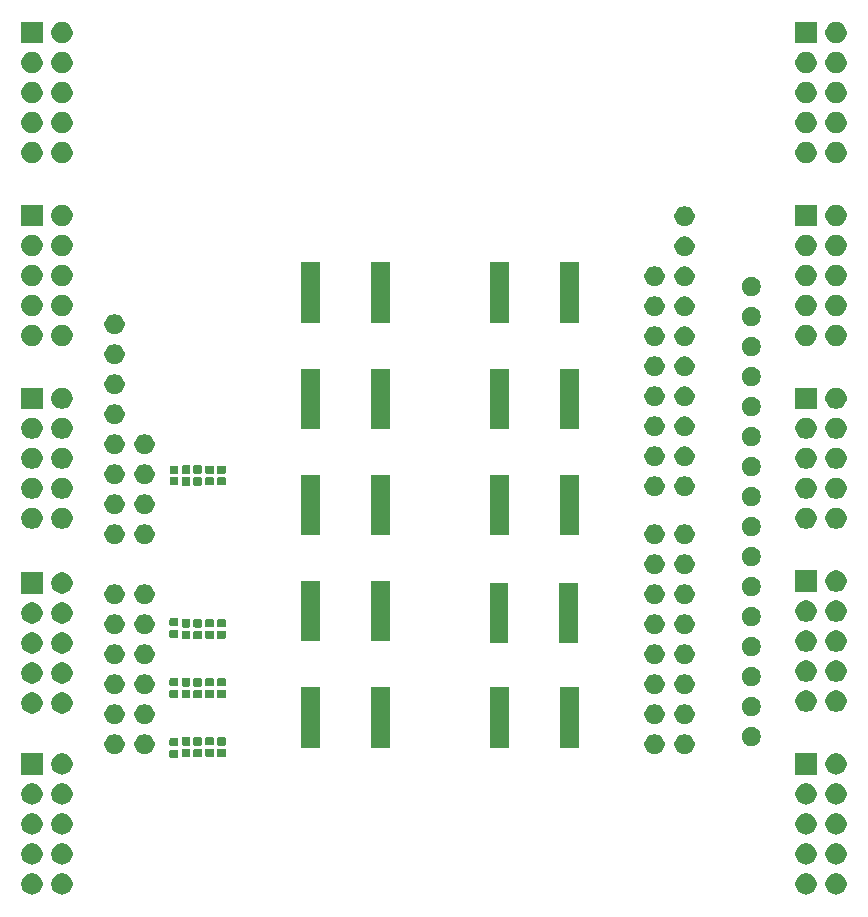
<source format=gbr>
G04 #@! TF.GenerationSoftware,KiCad,Pcbnew,5.1.6-c6e7f7d~86~ubuntu20.04.1*
G04 #@! TF.CreationDate,2020-05-31T11:04:02+02:00*
G04 #@! TF.ProjectId,HPPSI01,48505053-4930-4312-9e6b-696361645f70,rev?*
G04 #@! TF.SameCoordinates,Original*
G04 #@! TF.FileFunction,Soldermask,Top*
G04 #@! TF.FilePolarity,Negative*
%FSLAX46Y46*%
G04 Gerber Fmt 4.6, Leading zero omitted, Abs format (unit mm)*
G04 Created by KiCad (PCBNEW 5.1.6-c6e7f7d~86~ubuntu20.04.1) date 2020-05-31 11:04:02*
%MOMM*%
%LPD*%
G01*
G04 APERTURE LIST*
%ADD10C,0.100000*%
G04 APERTURE END LIST*
D10*
G36*
X145573512Y-126183927D02*
G01*
X145722812Y-126213624D01*
X145886784Y-126281544D01*
X146034354Y-126380147D01*
X146159853Y-126505646D01*
X146258456Y-126653216D01*
X146326376Y-126817188D01*
X146361000Y-126991259D01*
X146361000Y-127168741D01*
X146326376Y-127342812D01*
X146258456Y-127506784D01*
X146159853Y-127654354D01*
X146034354Y-127779853D01*
X145886784Y-127878456D01*
X145722812Y-127946376D01*
X145573512Y-127976073D01*
X145548742Y-127981000D01*
X145371258Y-127981000D01*
X145346488Y-127976073D01*
X145197188Y-127946376D01*
X145033216Y-127878456D01*
X144885646Y-127779853D01*
X144760147Y-127654354D01*
X144661544Y-127506784D01*
X144593624Y-127342812D01*
X144559000Y-127168741D01*
X144559000Y-126991259D01*
X144593624Y-126817188D01*
X144661544Y-126653216D01*
X144760147Y-126505646D01*
X144885646Y-126380147D01*
X145033216Y-126281544D01*
X145197188Y-126213624D01*
X145346488Y-126183927D01*
X145371258Y-126179000D01*
X145548742Y-126179000D01*
X145573512Y-126183927D01*
G37*
G36*
X211113512Y-126183927D02*
G01*
X211262812Y-126213624D01*
X211426784Y-126281544D01*
X211574354Y-126380147D01*
X211699853Y-126505646D01*
X211798456Y-126653216D01*
X211866376Y-126817188D01*
X211901000Y-126991259D01*
X211901000Y-127168741D01*
X211866376Y-127342812D01*
X211798456Y-127506784D01*
X211699853Y-127654354D01*
X211574354Y-127779853D01*
X211426784Y-127878456D01*
X211262812Y-127946376D01*
X211113512Y-127976073D01*
X211088742Y-127981000D01*
X210911258Y-127981000D01*
X210886488Y-127976073D01*
X210737188Y-127946376D01*
X210573216Y-127878456D01*
X210425646Y-127779853D01*
X210300147Y-127654354D01*
X210201544Y-127506784D01*
X210133624Y-127342812D01*
X210099000Y-127168741D01*
X210099000Y-126991259D01*
X210133624Y-126817188D01*
X210201544Y-126653216D01*
X210300147Y-126505646D01*
X210425646Y-126380147D01*
X210573216Y-126281544D01*
X210737188Y-126213624D01*
X210886488Y-126183927D01*
X210911258Y-126179000D01*
X211088742Y-126179000D01*
X211113512Y-126183927D01*
G37*
G36*
X213653512Y-126183927D02*
G01*
X213802812Y-126213624D01*
X213966784Y-126281544D01*
X214114354Y-126380147D01*
X214239853Y-126505646D01*
X214338456Y-126653216D01*
X214406376Y-126817188D01*
X214441000Y-126991259D01*
X214441000Y-127168741D01*
X214406376Y-127342812D01*
X214338456Y-127506784D01*
X214239853Y-127654354D01*
X214114354Y-127779853D01*
X213966784Y-127878456D01*
X213802812Y-127946376D01*
X213653512Y-127976073D01*
X213628742Y-127981000D01*
X213451258Y-127981000D01*
X213426488Y-127976073D01*
X213277188Y-127946376D01*
X213113216Y-127878456D01*
X212965646Y-127779853D01*
X212840147Y-127654354D01*
X212741544Y-127506784D01*
X212673624Y-127342812D01*
X212639000Y-127168741D01*
X212639000Y-126991259D01*
X212673624Y-126817188D01*
X212741544Y-126653216D01*
X212840147Y-126505646D01*
X212965646Y-126380147D01*
X213113216Y-126281544D01*
X213277188Y-126213624D01*
X213426488Y-126183927D01*
X213451258Y-126179000D01*
X213628742Y-126179000D01*
X213653512Y-126183927D01*
G37*
G36*
X148113512Y-126183927D02*
G01*
X148262812Y-126213624D01*
X148426784Y-126281544D01*
X148574354Y-126380147D01*
X148699853Y-126505646D01*
X148798456Y-126653216D01*
X148866376Y-126817188D01*
X148901000Y-126991259D01*
X148901000Y-127168741D01*
X148866376Y-127342812D01*
X148798456Y-127506784D01*
X148699853Y-127654354D01*
X148574354Y-127779853D01*
X148426784Y-127878456D01*
X148262812Y-127946376D01*
X148113512Y-127976073D01*
X148088742Y-127981000D01*
X147911258Y-127981000D01*
X147886488Y-127976073D01*
X147737188Y-127946376D01*
X147573216Y-127878456D01*
X147425646Y-127779853D01*
X147300147Y-127654354D01*
X147201544Y-127506784D01*
X147133624Y-127342812D01*
X147099000Y-127168741D01*
X147099000Y-126991259D01*
X147133624Y-126817188D01*
X147201544Y-126653216D01*
X147300147Y-126505646D01*
X147425646Y-126380147D01*
X147573216Y-126281544D01*
X147737188Y-126213624D01*
X147886488Y-126183927D01*
X147911258Y-126179000D01*
X148088742Y-126179000D01*
X148113512Y-126183927D01*
G37*
G36*
X145573512Y-123643927D02*
G01*
X145722812Y-123673624D01*
X145886784Y-123741544D01*
X146034354Y-123840147D01*
X146159853Y-123965646D01*
X146258456Y-124113216D01*
X146326376Y-124277188D01*
X146361000Y-124451259D01*
X146361000Y-124628741D01*
X146326376Y-124802812D01*
X146258456Y-124966784D01*
X146159853Y-125114354D01*
X146034354Y-125239853D01*
X145886784Y-125338456D01*
X145722812Y-125406376D01*
X145573512Y-125436073D01*
X145548742Y-125441000D01*
X145371258Y-125441000D01*
X145346488Y-125436073D01*
X145197188Y-125406376D01*
X145033216Y-125338456D01*
X144885646Y-125239853D01*
X144760147Y-125114354D01*
X144661544Y-124966784D01*
X144593624Y-124802812D01*
X144559000Y-124628741D01*
X144559000Y-124451259D01*
X144593624Y-124277188D01*
X144661544Y-124113216D01*
X144760147Y-123965646D01*
X144885646Y-123840147D01*
X145033216Y-123741544D01*
X145197188Y-123673624D01*
X145346488Y-123643927D01*
X145371258Y-123639000D01*
X145548742Y-123639000D01*
X145573512Y-123643927D01*
G37*
G36*
X213653512Y-123643927D02*
G01*
X213802812Y-123673624D01*
X213966784Y-123741544D01*
X214114354Y-123840147D01*
X214239853Y-123965646D01*
X214338456Y-124113216D01*
X214406376Y-124277188D01*
X214441000Y-124451259D01*
X214441000Y-124628741D01*
X214406376Y-124802812D01*
X214338456Y-124966784D01*
X214239853Y-125114354D01*
X214114354Y-125239853D01*
X213966784Y-125338456D01*
X213802812Y-125406376D01*
X213653512Y-125436073D01*
X213628742Y-125441000D01*
X213451258Y-125441000D01*
X213426488Y-125436073D01*
X213277188Y-125406376D01*
X213113216Y-125338456D01*
X212965646Y-125239853D01*
X212840147Y-125114354D01*
X212741544Y-124966784D01*
X212673624Y-124802812D01*
X212639000Y-124628741D01*
X212639000Y-124451259D01*
X212673624Y-124277188D01*
X212741544Y-124113216D01*
X212840147Y-123965646D01*
X212965646Y-123840147D01*
X213113216Y-123741544D01*
X213277188Y-123673624D01*
X213426488Y-123643927D01*
X213451258Y-123639000D01*
X213628742Y-123639000D01*
X213653512Y-123643927D01*
G37*
G36*
X148113512Y-123643927D02*
G01*
X148262812Y-123673624D01*
X148426784Y-123741544D01*
X148574354Y-123840147D01*
X148699853Y-123965646D01*
X148798456Y-124113216D01*
X148866376Y-124277188D01*
X148901000Y-124451259D01*
X148901000Y-124628741D01*
X148866376Y-124802812D01*
X148798456Y-124966784D01*
X148699853Y-125114354D01*
X148574354Y-125239853D01*
X148426784Y-125338456D01*
X148262812Y-125406376D01*
X148113512Y-125436073D01*
X148088742Y-125441000D01*
X147911258Y-125441000D01*
X147886488Y-125436073D01*
X147737188Y-125406376D01*
X147573216Y-125338456D01*
X147425646Y-125239853D01*
X147300147Y-125114354D01*
X147201544Y-124966784D01*
X147133624Y-124802812D01*
X147099000Y-124628741D01*
X147099000Y-124451259D01*
X147133624Y-124277188D01*
X147201544Y-124113216D01*
X147300147Y-123965646D01*
X147425646Y-123840147D01*
X147573216Y-123741544D01*
X147737188Y-123673624D01*
X147886488Y-123643927D01*
X147911258Y-123639000D01*
X148088742Y-123639000D01*
X148113512Y-123643927D01*
G37*
G36*
X211113512Y-123643927D02*
G01*
X211262812Y-123673624D01*
X211426784Y-123741544D01*
X211574354Y-123840147D01*
X211699853Y-123965646D01*
X211798456Y-124113216D01*
X211866376Y-124277188D01*
X211901000Y-124451259D01*
X211901000Y-124628741D01*
X211866376Y-124802812D01*
X211798456Y-124966784D01*
X211699853Y-125114354D01*
X211574354Y-125239853D01*
X211426784Y-125338456D01*
X211262812Y-125406376D01*
X211113512Y-125436073D01*
X211088742Y-125441000D01*
X210911258Y-125441000D01*
X210886488Y-125436073D01*
X210737188Y-125406376D01*
X210573216Y-125338456D01*
X210425646Y-125239853D01*
X210300147Y-125114354D01*
X210201544Y-124966784D01*
X210133624Y-124802812D01*
X210099000Y-124628741D01*
X210099000Y-124451259D01*
X210133624Y-124277188D01*
X210201544Y-124113216D01*
X210300147Y-123965646D01*
X210425646Y-123840147D01*
X210573216Y-123741544D01*
X210737188Y-123673624D01*
X210886488Y-123643927D01*
X210911258Y-123639000D01*
X211088742Y-123639000D01*
X211113512Y-123643927D01*
G37*
G36*
X145573512Y-121103927D02*
G01*
X145722812Y-121133624D01*
X145886784Y-121201544D01*
X146034354Y-121300147D01*
X146159853Y-121425646D01*
X146258456Y-121573216D01*
X146326376Y-121737188D01*
X146361000Y-121911259D01*
X146361000Y-122088741D01*
X146326376Y-122262812D01*
X146258456Y-122426784D01*
X146159853Y-122574354D01*
X146034354Y-122699853D01*
X145886784Y-122798456D01*
X145722812Y-122866376D01*
X145573512Y-122896073D01*
X145548742Y-122901000D01*
X145371258Y-122901000D01*
X145346488Y-122896073D01*
X145197188Y-122866376D01*
X145033216Y-122798456D01*
X144885646Y-122699853D01*
X144760147Y-122574354D01*
X144661544Y-122426784D01*
X144593624Y-122262812D01*
X144559000Y-122088741D01*
X144559000Y-121911259D01*
X144593624Y-121737188D01*
X144661544Y-121573216D01*
X144760147Y-121425646D01*
X144885646Y-121300147D01*
X145033216Y-121201544D01*
X145197188Y-121133624D01*
X145346488Y-121103927D01*
X145371258Y-121099000D01*
X145548742Y-121099000D01*
X145573512Y-121103927D01*
G37*
G36*
X148113512Y-121103927D02*
G01*
X148262812Y-121133624D01*
X148426784Y-121201544D01*
X148574354Y-121300147D01*
X148699853Y-121425646D01*
X148798456Y-121573216D01*
X148866376Y-121737188D01*
X148901000Y-121911259D01*
X148901000Y-122088741D01*
X148866376Y-122262812D01*
X148798456Y-122426784D01*
X148699853Y-122574354D01*
X148574354Y-122699853D01*
X148426784Y-122798456D01*
X148262812Y-122866376D01*
X148113512Y-122896073D01*
X148088742Y-122901000D01*
X147911258Y-122901000D01*
X147886488Y-122896073D01*
X147737188Y-122866376D01*
X147573216Y-122798456D01*
X147425646Y-122699853D01*
X147300147Y-122574354D01*
X147201544Y-122426784D01*
X147133624Y-122262812D01*
X147099000Y-122088741D01*
X147099000Y-121911259D01*
X147133624Y-121737188D01*
X147201544Y-121573216D01*
X147300147Y-121425646D01*
X147425646Y-121300147D01*
X147573216Y-121201544D01*
X147737188Y-121133624D01*
X147886488Y-121103927D01*
X147911258Y-121099000D01*
X148088742Y-121099000D01*
X148113512Y-121103927D01*
G37*
G36*
X211113512Y-121103927D02*
G01*
X211262812Y-121133624D01*
X211426784Y-121201544D01*
X211574354Y-121300147D01*
X211699853Y-121425646D01*
X211798456Y-121573216D01*
X211866376Y-121737188D01*
X211901000Y-121911259D01*
X211901000Y-122088741D01*
X211866376Y-122262812D01*
X211798456Y-122426784D01*
X211699853Y-122574354D01*
X211574354Y-122699853D01*
X211426784Y-122798456D01*
X211262812Y-122866376D01*
X211113512Y-122896073D01*
X211088742Y-122901000D01*
X210911258Y-122901000D01*
X210886488Y-122896073D01*
X210737188Y-122866376D01*
X210573216Y-122798456D01*
X210425646Y-122699853D01*
X210300147Y-122574354D01*
X210201544Y-122426784D01*
X210133624Y-122262812D01*
X210099000Y-122088741D01*
X210099000Y-121911259D01*
X210133624Y-121737188D01*
X210201544Y-121573216D01*
X210300147Y-121425646D01*
X210425646Y-121300147D01*
X210573216Y-121201544D01*
X210737188Y-121133624D01*
X210886488Y-121103927D01*
X210911258Y-121099000D01*
X211088742Y-121099000D01*
X211113512Y-121103927D01*
G37*
G36*
X213653512Y-121103927D02*
G01*
X213802812Y-121133624D01*
X213966784Y-121201544D01*
X214114354Y-121300147D01*
X214239853Y-121425646D01*
X214338456Y-121573216D01*
X214406376Y-121737188D01*
X214441000Y-121911259D01*
X214441000Y-122088741D01*
X214406376Y-122262812D01*
X214338456Y-122426784D01*
X214239853Y-122574354D01*
X214114354Y-122699853D01*
X213966784Y-122798456D01*
X213802812Y-122866376D01*
X213653512Y-122896073D01*
X213628742Y-122901000D01*
X213451258Y-122901000D01*
X213426488Y-122896073D01*
X213277188Y-122866376D01*
X213113216Y-122798456D01*
X212965646Y-122699853D01*
X212840147Y-122574354D01*
X212741544Y-122426784D01*
X212673624Y-122262812D01*
X212639000Y-122088741D01*
X212639000Y-121911259D01*
X212673624Y-121737188D01*
X212741544Y-121573216D01*
X212840147Y-121425646D01*
X212965646Y-121300147D01*
X213113216Y-121201544D01*
X213277188Y-121133624D01*
X213426488Y-121103927D01*
X213451258Y-121099000D01*
X213628742Y-121099000D01*
X213653512Y-121103927D01*
G37*
G36*
X145573512Y-118563927D02*
G01*
X145722812Y-118593624D01*
X145886784Y-118661544D01*
X146034354Y-118760147D01*
X146159853Y-118885646D01*
X146258456Y-119033216D01*
X146326376Y-119197188D01*
X146361000Y-119371259D01*
X146361000Y-119548741D01*
X146326376Y-119722812D01*
X146258456Y-119886784D01*
X146159853Y-120034354D01*
X146034354Y-120159853D01*
X145886784Y-120258456D01*
X145722812Y-120326376D01*
X145573512Y-120356073D01*
X145548742Y-120361000D01*
X145371258Y-120361000D01*
X145346488Y-120356073D01*
X145197188Y-120326376D01*
X145033216Y-120258456D01*
X144885646Y-120159853D01*
X144760147Y-120034354D01*
X144661544Y-119886784D01*
X144593624Y-119722812D01*
X144559000Y-119548741D01*
X144559000Y-119371259D01*
X144593624Y-119197188D01*
X144661544Y-119033216D01*
X144760147Y-118885646D01*
X144885646Y-118760147D01*
X145033216Y-118661544D01*
X145197188Y-118593624D01*
X145346488Y-118563927D01*
X145371258Y-118559000D01*
X145548742Y-118559000D01*
X145573512Y-118563927D01*
G37*
G36*
X148113512Y-118563927D02*
G01*
X148262812Y-118593624D01*
X148426784Y-118661544D01*
X148574354Y-118760147D01*
X148699853Y-118885646D01*
X148798456Y-119033216D01*
X148866376Y-119197188D01*
X148901000Y-119371259D01*
X148901000Y-119548741D01*
X148866376Y-119722812D01*
X148798456Y-119886784D01*
X148699853Y-120034354D01*
X148574354Y-120159853D01*
X148426784Y-120258456D01*
X148262812Y-120326376D01*
X148113512Y-120356073D01*
X148088742Y-120361000D01*
X147911258Y-120361000D01*
X147886488Y-120356073D01*
X147737188Y-120326376D01*
X147573216Y-120258456D01*
X147425646Y-120159853D01*
X147300147Y-120034354D01*
X147201544Y-119886784D01*
X147133624Y-119722812D01*
X147099000Y-119548741D01*
X147099000Y-119371259D01*
X147133624Y-119197188D01*
X147201544Y-119033216D01*
X147300147Y-118885646D01*
X147425646Y-118760147D01*
X147573216Y-118661544D01*
X147737188Y-118593624D01*
X147886488Y-118563927D01*
X147911258Y-118559000D01*
X148088742Y-118559000D01*
X148113512Y-118563927D01*
G37*
G36*
X211113512Y-118563927D02*
G01*
X211262812Y-118593624D01*
X211426784Y-118661544D01*
X211574354Y-118760147D01*
X211699853Y-118885646D01*
X211798456Y-119033216D01*
X211866376Y-119197188D01*
X211901000Y-119371259D01*
X211901000Y-119548741D01*
X211866376Y-119722812D01*
X211798456Y-119886784D01*
X211699853Y-120034354D01*
X211574354Y-120159853D01*
X211426784Y-120258456D01*
X211262812Y-120326376D01*
X211113512Y-120356073D01*
X211088742Y-120361000D01*
X210911258Y-120361000D01*
X210886488Y-120356073D01*
X210737188Y-120326376D01*
X210573216Y-120258456D01*
X210425646Y-120159853D01*
X210300147Y-120034354D01*
X210201544Y-119886784D01*
X210133624Y-119722812D01*
X210099000Y-119548741D01*
X210099000Y-119371259D01*
X210133624Y-119197188D01*
X210201544Y-119033216D01*
X210300147Y-118885646D01*
X210425646Y-118760147D01*
X210573216Y-118661544D01*
X210737188Y-118593624D01*
X210886488Y-118563927D01*
X210911258Y-118559000D01*
X211088742Y-118559000D01*
X211113512Y-118563927D01*
G37*
G36*
X213653512Y-118563927D02*
G01*
X213802812Y-118593624D01*
X213966784Y-118661544D01*
X214114354Y-118760147D01*
X214239853Y-118885646D01*
X214338456Y-119033216D01*
X214406376Y-119197188D01*
X214441000Y-119371259D01*
X214441000Y-119548741D01*
X214406376Y-119722812D01*
X214338456Y-119886784D01*
X214239853Y-120034354D01*
X214114354Y-120159853D01*
X213966784Y-120258456D01*
X213802812Y-120326376D01*
X213653512Y-120356073D01*
X213628742Y-120361000D01*
X213451258Y-120361000D01*
X213426488Y-120356073D01*
X213277188Y-120326376D01*
X213113216Y-120258456D01*
X212965646Y-120159853D01*
X212840147Y-120034354D01*
X212741544Y-119886784D01*
X212673624Y-119722812D01*
X212639000Y-119548741D01*
X212639000Y-119371259D01*
X212673624Y-119197188D01*
X212741544Y-119033216D01*
X212840147Y-118885646D01*
X212965646Y-118760147D01*
X213113216Y-118661544D01*
X213277188Y-118593624D01*
X213426488Y-118563927D01*
X213451258Y-118559000D01*
X213628742Y-118559000D01*
X213653512Y-118563927D01*
G37*
G36*
X213653512Y-116023927D02*
G01*
X213802812Y-116053624D01*
X213966784Y-116121544D01*
X214114354Y-116220147D01*
X214239853Y-116345646D01*
X214338456Y-116493216D01*
X214406376Y-116657188D01*
X214441000Y-116831259D01*
X214441000Y-117008741D01*
X214406376Y-117182812D01*
X214338456Y-117346784D01*
X214239853Y-117494354D01*
X214114354Y-117619853D01*
X213966784Y-117718456D01*
X213802812Y-117786376D01*
X213653512Y-117816073D01*
X213628742Y-117821000D01*
X213451258Y-117821000D01*
X213426488Y-117816073D01*
X213277188Y-117786376D01*
X213113216Y-117718456D01*
X212965646Y-117619853D01*
X212840147Y-117494354D01*
X212741544Y-117346784D01*
X212673624Y-117182812D01*
X212639000Y-117008741D01*
X212639000Y-116831259D01*
X212673624Y-116657188D01*
X212741544Y-116493216D01*
X212840147Y-116345646D01*
X212965646Y-116220147D01*
X213113216Y-116121544D01*
X213277188Y-116053624D01*
X213426488Y-116023927D01*
X213451258Y-116019000D01*
X213628742Y-116019000D01*
X213653512Y-116023927D01*
G37*
G36*
X211901000Y-117821000D02*
G01*
X210099000Y-117821000D01*
X210099000Y-116019000D01*
X211901000Y-116019000D01*
X211901000Y-117821000D01*
G37*
G36*
X148113512Y-116023927D02*
G01*
X148262812Y-116053624D01*
X148426784Y-116121544D01*
X148574354Y-116220147D01*
X148699853Y-116345646D01*
X148798456Y-116493216D01*
X148866376Y-116657188D01*
X148901000Y-116831259D01*
X148901000Y-117008741D01*
X148866376Y-117182812D01*
X148798456Y-117346784D01*
X148699853Y-117494354D01*
X148574354Y-117619853D01*
X148426784Y-117718456D01*
X148262812Y-117786376D01*
X148113512Y-117816073D01*
X148088742Y-117821000D01*
X147911258Y-117821000D01*
X147886488Y-117816073D01*
X147737188Y-117786376D01*
X147573216Y-117718456D01*
X147425646Y-117619853D01*
X147300147Y-117494354D01*
X147201544Y-117346784D01*
X147133624Y-117182812D01*
X147099000Y-117008741D01*
X147099000Y-116831259D01*
X147133624Y-116657188D01*
X147201544Y-116493216D01*
X147300147Y-116345646D01*
X147425646Y-116220147D01*
X147573216Y-116121544D01*
X147737188Y-116053624D01*
X147886488Y-116023927D01*
X147911258Y-116019000D01*
X148088742Y-116019000D01*
X148113512Y-116023927D01*
G37*
G36*
X146361000Y-117821000D02*
G01*
X144559000Y-117821000D01*
X144559000Y-116019000D01*
X146361000Y-116019000D01*
X146361000Y-117821000D01*
G37*
G36*
X157761938Y-115711716D02*
G01*
X157782557Y-115717971D01*
X157801553Y-115728124D01*
X157818208Y-115741792D01*
X157831876Y-115758447D01*
X157842029Y-115777443D01*
X157848284Y-115798062D01*
X157851000Y-115825640D01*
X157851000Y-116284360D01*
X157848284Y-116311938D01*
X157842029Y-116332557D01*
X157831876Y-116351553D01*
X157818208Y-116368208D01*
X157801553Y-116381876D01*
X157782557Y-116392029D01*
X157761938Y-116398284D01*
X157734360Y-116401000D01*
X157225640Y-116401000D01*
X157198062Y-116398284D01*
X157177443Y-116392029D01*
X157158447Y-116381876D01*
X157141792Y-116368208D01*
X157128124Y-116351553D01*
X157117971Y-116332557D01*
X157111716Y-116311938D01*
X157109000Y-116284360D01*
X157109000Y-115825640D01*
X157111716Y-115798062D01*
X157117971Y-115777443D01*
X157128124Y-115758447D01*
X157141792Y-115741792D01*
X157158447Y-115728124D01*
X157177443Y-115717971D01*
X157198062Y-115711716D01*
X157225640Y-115709000D01*
X157734360Y-115709000D01*
X157761938Y-115711716D01*
G37*
G36*
X158771938Y-115631716D02*
G01*
X158792557Y-115637971D01*
X158811553Y-115648124D01*
X158828208Y-115661792D01*
X158841876Y-115678447D01*
X158852029Y-115697443D01*
X158858284Y-115718062D01*
X158861000Y-115745640D01*
X158861000Y-116254360D01*
X158858284Y-116281938D01*
X158852029Y-116302557D01*
X158841876Y-116321553D01*
X158828208Y-116338208D01*
X158811553Y-116351876D01*
X158792557Y-116362029D01*
X158771938Y-116368284D01*
X158744360Y-116371000D01*
X158285640Y-116371000D01*
X158258062Y-116368284D01*
X158237443Y-116362029D01*
X158218447Y-116351876D01*
X158201792Y-116338208D01*
X158188124Y-116321553D01*
X158177971Y-116302557D01*
X158171716Y-116281938D01*
X158169000Y-116254360D01*
X158169000Y-115745640D01*
X158171716Y-115718062D01*
X158177971Y-115697443D01*
X158188124Y-115678447D01*
X158201792Y-115661792D01*
X158218447Y-115648124D01*
X158237443Y-115637971D01*
X158258062Y-115631716D01*
X158285640Y-115629000D01*
X158744360Y-115629000D01*
X158771938Y-115631716D01*
G37*
G36*
X159741938Y-115631716D02*
G01*
X159762557Y-115637971D01*
X159781553Y-115648124D01*
X159798208Y-115661792D01*
X159811876Y-115678447D01*
X159822029Y-115697443D01*
X159828284Y-115718062D01*
X159831000Y-115745640D01*
X159831000Y-116254360D01*
X159828284Y-116281938D01*
X159822029Y-116302557D01*
X159811876Y-116321553D01*
X159798208Y-116338208D01*
X159781553Y-116351876D01*
X159762557Y-116362029D01*
X159741938Y-116368284D01*
X159714360Y-116371000D01*
X159255640Y-116371000D01*
X159228062Y-116368284D01*
X159207443Y-116362029D01*
X159188447Y-116351876D01*
X159171792Y-116338208D01*
X159158124Y-116321553D01*
X159147971Y-116302557D01*
X159141716Y-116281938D01*
X159139000Y-116254360D01*
X159139000Y-115745640D01*
X159141716Y-115718062D01*
X159147971Y-115697443D01*
X159158124Y-115678447D01*
X159171792Y-115661792D01*
X159188447Y-115648124D01*
X159207443Y-115637971D01*
X159228062Y-115631716D01*
X159255640Y-115629000D01*
X159714360Y-115629000D01*
X159741938Y-115631716D01*
G37*
G36*
X161781938Y-115641716D02*
G01*
X161802557Y-115647971D01*
X161821553Y-115658124D01*
X161838208Y-115671792D01*
X161851876Y-115688447D01*
X161862029Y-115707443D01*
X161868284Y-115728062D01*
X161871000Y-115755640D01*
X161871000Y-116214360D01*
X161868284Y-116241938D01*
X161862029Y-116262557D01*
X161851876Y-116281553D01*
X161838208Y-116298208D01*
X161821553Y-116311876D01*
X161802557Y-116322029D01*
X161781938Y-116328284D01*
X161754360Y-116331000D01*
X161245640Y-116331000D01*
X161218062Y-116328284D01*
X161197443Y-116322029D01*
X161178447Y-116311876D01*
X161161792Y-116298208D01*
X161148124Y-116281553D01*
X161137971Y-116262557D01*
X161131716Y-116241938D01*
X161129000Y-116214360D01*
X161129000Y-115755640D01*
X161131716Y-115728062D01*
X161137971Y-115707443D01*
X161148124Y-115688447D01*
X161161792Y-115671792D01*
X161178447Y-115658124D01*
X161197443Y-115647971D01*
X161218062Y-115641716D01*
X161245640Y-115639000D01*
X161754360Y-115639000D01*
X161781938Y-115641716D01*
G37*
G36*
X160781938Y-115626716D02*
G01*
X160802557Y-115632971D01*
X160821553Y-115643124D01*
X160838208Y-115656792D01*
X160851876Y-115673447D01*
X160862029Y-115692443D01*
X160868284Y-115713062D01*
X160871000Y-115740640D01*
X160871000Y-116199360D01*
X160868284Y-116226938D01*
X160862029Y-116247557D01*
X160851876Y-116266553D01*
X160838208Y-116283208D01*
X160821553Y-116296876D01*
X160802557Y-116307029D01*
X160781938Y-116313284D01*
X160754360Y-116316000D01*
X160245640Y-116316000D01*
X160218062Y-116313284D01*
X160197443Y-116307029D01*
X160178447Y-116296876D01*
X160161792Y-116283208D01*
X160148124Y-116266553D01*
X160137971Y-116247557D01*
X160131716Y-116226938D01*
X160129000Y-116199360D01*
X160129000Y-115740640D01*
X160131716Y-115713062D01*
X160137971Y-115692443D01*
X160148124Y-115673447D01*
X160161792Y-115656792D01*
X160178447Y-115643124D01*
X160197443Y-115632971D01*
X160218062Y-115626716D01*
X160245640Y-115624000D01*
X160754360Y-115624000D01*
X160781938Y-115626716D01*
G37*
G36*
X152704228Y-114437703D02*
G01*
X152859100Y-114501853D01*
X152998481Y-114594985D01*
X153117015Y-114713519D01*
X153210147Y-114852900D01*
X153274297Y-115007772D01*
X153307000Y-115172184D01*
X153307000Y-115339816D01*
X153274297Y-115504228D01*
X153210147Y-115659100D01*
X153117015Y-115798481D01*
X152998481Y-115917015D01*
X152859100Y-116010147D01*
X152704228Y-116074297D01*
X152539816Y-116107000D01*
X152372184Y-116107000D01*
X152207772Y-116074297D01*
X152052900Y-116010147D01*
X151913519Y-115917015D01*
X151794985Y-115798481D01*
X151701853Y-115659100D01*
X151637703Y-115504228D01*
X151605000Y-115339816D01*
X151605000Y-115172184D01*
X151637703Y-115007772D01*
X151701853Y-114852900D01*
X151794985Y-114713519D01*
X151913519Y-114594985D01*
X152052900Y-114501853D01*
X152207772Y-114437703D01*
X152372184Y-114405000D01*
X152539816Y-114405000D01*
X152704228Y-114437703D01*
G37*
G36*
X155244228Y-114437703D02*
G01*
X155399100Y-114501853D01*
X155538481Y-114594985D01*
X155657015Y-114713519D01*
X155750147Y-114852900D01*
X155814297Y-115007772D01*
X155847000Y-115172184D01*
X155847000Y-115339816D01*
X155814297Y-115504228D01*
X155750147Y-115659100D01*
X155657015Y-115798481D01*
X155538481Y-115917015D01*
X155399100Y-116010147D01*
X155244228Y-116074297D01*
X155079816Y-116107000D01*
X154912184Y-116107000D01*
X154747772Y-116074297D01*
X154592900Y-116010147D01*
X154453519Y-115917015D01*
X154334985Y-115798481D01*
X154241853Y-115659100D01*
X154177703Y-115504228D01*
X154145000Y-115339816D01*
X154145000Y-115172184D01*
X154177703Y-115007772D01*
X154241853Y-114852900D01*
X154334985Y-114713519D01*
X154453519Y-114594985D01*
X154592900Y-114501853D01*
X154747772Y-114437703D01*
X154912184Y-114405000D01*
X155079816Y-114405000D01*
X155244228Y-114437703D01*
G37*
G36*
X198424228Y-114437703D02*
G01*
X198579100Y-114501853D01*
X198718481Y-114594985D01*
X198837015Y-114713519D01*
X198930147Y-114852900D01*
X198994297Y-115007772D01*
X199027000Y-115172184D01*
X199027000Y-115339816D01*
X198994297Y-115504228D01*
X198930147Y-115659100D01*
X198837015Y-115798481D01*
X198718481Y-115917015D01*
X198579100Y-116010147D01*
X198424228Y-116074297D01*
X198259816Y-116107000D01*
X198092184Y-116107000D01*
X197927772Y-116074297D01*
X197772900Y-116010147D01*
X197633519Y-115917015D01*
X197514985Y-115798481D01*
X197421853Y-115659100D01*
X197357703Y-115504228D01*
X197325000Y-115339816D01*
X197325000Y-115172184D01*
X197357703Y-115007772D01*
X197421853Y-114852900D01*
X197514985Y-114713519D01*
X197633519Y-114594985D01*
X197772900Y-114501853D01*
X197927772Y-114437703D01*
X198092184Y-114405000D01*
X198259816Y-114405000D01*
X198424228Y-114437703D01*
G37*
G36*
X200964228Y-114437703D02*
G01*
X201119100Y-114501853D01*
X201258481Y-114594985D01*
X201377015Y-114713519D01*
X201470147Y-114852900D01*
X201534297Y-115007772D01*
X201567000Y-115172184D01*
X201567000Y-115339816D01*
X201534297Y-115504228D01*
X201470147Y-115659100D01*
X201377015Y-115798481D01*
X201258481Y-115917015D01*
X201119100Y-116010147D01*
X200964228Y-116074297D01*
X200799816Y-116107000D01*
X200632184Y-116107000D01*
X200467772Y-116074297D01*
X200312900Y-116010147D01*
X200173519Y-115917015D01*
X200054985Y-115798481D01*
X199961853Y-115659100D01*
X199897703Y-115504228D01*
X199865000Y-115339816D01*
X199865000Y-115172184D01*
X199897703Y-115007772D01*
X199961853Y-114852900D01*
X200054985Y-114713519D01*
X200173519Y-114594985D01*
X200312900Y-114501853D01*
X200467772Y-114437703D01*
X200632184Y-114405000D01*
X200799816Y-114405000D01*
X200964228Y-114437703D01*
G37*
G36*
X169851000Y-115551000D02*
G01*
X168249000Y-115551000D01*
X168249000Y-110449000D01*
X169851000Y-110449000D01*
X169851000Y-115551000D01*
G37*
G36*
X191751000Y-115551000D02*
G01*
X190149000Y-115551000D01*
X190149000Y-110449000D01*
X191751000Y-110449000D01*
X191751000Y-115551000D01*
G37*
G36*
X185851000Y-115551000D02*
G01*
X184249000Y-115551000D01*
X184249000Y-110449000D01*
X185851000Y-110449000D01*
X185851000Y-115551000D01*
G37*
G36*
X175751000Y-115551000D02*
G01*
X174149000Y-115551000D01*
X174149000Y-110449000D01*
X175751000Y-110449000D01*
X175751000Y-115551000D01*
G37*
G36*
X157761938Y-114741716D02*
G01*
X157782557Y-114747971D01*
X157801553Y-114758124D01*
X157818208Y-114771792D01*
X157831876Y-114788447D01*
X157842029Y-114807443D01*
X157848284Y-114828062D01*
X157851000Y-114855640D01*
X157851000Y-115314360D01*
X157848284Y-115341938D01*
X157842029Y-115362557D01*
X157831876Y-115381553D01*
X157818208Y-115398208D01*
X157801553Y-115411876D01*
X157782557Y-115422029D01*
X157761938Y-115428284D01*
X157734360Y-115431000D01*
X157225640Y-115431000D01*
X157198062Y-115428284D01*
X157177443Y-115422029D01*
X157158447Y-115411876D01*
X157141792Y-115398208D01*
X157128124Y-115381553D01*
X157117971Y-115362557D01*
X157111716Y-115341938D01*
X157109000Y-115314360D01*
X157109000Y-114855640D01*
X157111716Y-114828062D01*
X157117971Y-114807443D01*
X157128124Y-114788447D01*
X157141792Y-114771792D01*
X157158447Y-114758124D01*
X157177443Y-114747971D01*
X157198062Y-114741716D01*
X157225640Y-114739000D01*
X157734360Y-114739000D01*
X157761938Y-114741716D01*
G37*
G36*
X206597142Y-113808242D02*
G01*
X206745101Y-113869529D01*
X206878255Y-113958499D01*
X206991501Y-114071745D01*
X207080471Y-114204899D01*
X207141758Y-114352858D01*
X207173000Y-114509925D01*
X207173000Y-114670075D01*
X207141758Y-114827142D01*
X207080471Y-114975101D01*
X206991501Y-115108255D01*
X206878255Y-115221501D01*
X206745101Y-115310471D01*
X206597142Y-115371758D01*
X206440075Y-115403000D01*
X206279925Y-115403000D01*
X206122858Y-115371758D01*
X205974899Y-115310471D01*
X205841745Y-115221501D01*
X205728499Y-115108255D01*
X205639529Y-114975101D01*
X205578242Y-114827142D01*
X205547000Y-114670075D01*
X205547000Y-114509925D01*
X205578242Y-114352858D01*
X205639529Y-114204899D01*
X205728499Y-114071745D01*
X205841745Y-113958499D01*
X205974899Y-113869529D01*
X206122858Y-113808242D01*
X206279925Y-113777000D01*
X206440075Y-113777000D01*
X206597142Y-113808242D01*
G37*
G36*
X159741938Y-114631716D02*
G01*
X159762557Y-114637971D01*
X159781553Y-114648124D01*
X159798208Y-114661792D01*
X159811876Y-114678447D01*
X159822029Y-114697443D01*
X159828284Y-114718062D01*
X159831000Y-114745640D01*
X159831000Y-115254360D01*
X159828284Y-115281938D01*
X159822029Y-115302557D01*
X159811876Y-115321553D01*
X159798208Y-115338208D01*
X159781553Y-115351876D01*
X159762557Y-115362029D01*
X159741938Y-115368284D01*
X159714360Y-115371000D01*
X159255640Y-115371000D01*
X159228062Y-115368284D01*
X159207443Y-115362029D01*
X159188447Y-115351876D01*
X159171792Y-115338208D01*
X159158124Y-115321553D01*
X159147971Y-115302557D01*
X159141716Y-115281938D01*
X159139000Y-115254360D01*
X159139000Y-114745640D01*
X159141716Y-114718062D01*
X159147971Y-114697443D01*
X159158124Y-114678447D01*
X159171792Y-114661792D01*
X159188447Y-114648124D01*
X159207443Y-114637971D01*
X159228062Y-114631716D01*
X159255640Y-114629000D01*
X159714360Y-114629000D01*
X159741938Y-114631716D01*
G37*
G36*
X158771938Y-114631716D02*
G01*
X158792557Y-114637971D01*
X158811553Y-114648124D01*
X158828208Y-114661792D01*
X158841876Y-114678447D01*
X158852029Y-114697443D01*
X158858284Y-114718062D01*
X158861000Y-114745640D01*
X158861000Y-115254360D01*
X158858284Y-115281938D01*
X158852029Y-115302557D01*
X158841876Y-115321553D01*
X158828208Y-115338208D01*
X158811553Y-115351876D01*
X158792557Y-115362029D01*
X158771938Y-115368284D01*
X158744360Y-115371000D01*
X158285640Y-115371000D01*
X158258062Y-115368284D01*
X158237443Y-115362029D01*
X158218447Y-115351876D01*
X158201792Y-115338208D01*
X158188124Y-115321553D01*
X158177971Y-115302557D01*
X158171716Y-115281938D01*
X158169000Y-115254360D01*
X158169000Y-114745640D01*
X158171716Y-114718062D01*
X158177971Y-114697443D01*
X158188124Y-114678447D01*
X158201792Y-114661792D01*
X158218447Y-114648124D01*
X158237443Y-114637971D01*
X158258062Y-114631716D01*
X158285640Y-114629000D01*
X158744360Y-114629000D01*
X158771938Y-114631716D01*
G37*
G36*
X161781938Y-114671716D02*
G01*
X161802557Y-114677971D01*
X161821553Y-114688124D01*
X161838208Y-114701792D01*
X161851876Y-114718447D01*
X161862029Y-114737443D01*
X161868284Y-114758062D01*
X161871000Y-114785640D01*
X161871000Y-115244360D01*
X161868284Y-115271938D01*
X161862029Y-115292557D01*
X161851876Y-115311553D01*
X161838208Y-115328208D01*
X161821553Y-115341876D01*
X161802557Y-115352029D01*
X161781938Y-115358284D01*
X161754360Y-115361000D01*
X161245640Y-115361000D01*
X161218062Y-115358284D01*
X161197443Y-115352029D01*
X161178447Y-115341876D01*
X161161792Y-115328208D01*
X161148124Y-115311553D01*
X161137971Y-115292557D01*
X161131716Y-115271938D01*
X161129000Y-115244360D01*
X161129000Y-114785640D01*
X161131716Y-114758062D01*
X161137971Y-114737443D01*
X161148124Y-114718447D01*
X161161792Y-114701792D01*
X161178447Y-114688124D01*
X161197443Y-114677971D01*
X161218062Y-114671716D01*
X161245640Y-114669000D01*
X161754360Y-114669000D01*
X161781938Y-114671716D01*
G37*
G36*
X160781938Y-114656716D02*
G01*
X160802557Y-114662971D01*
X160821553Y-114673124D01*
X160838208Y-114686792D01*
X160851876Y-114703447D01*
X160862029Y-114722443D01*
X160868284Y-114743062D01*
X160871000Y-114770640D01*
X160871000Y-115229360D01*
X160868284Y-115256938D01*
X160862029Y-115277557D01*
X160851876Y-115296553D01*
X160838208Y-115313208D01*
X160821553Y-115326876D01*
X160802557Y-115337029D01*
X160781938Y-115343284D01*
X160754360Y-115346000D01*
X160245640Y-115346000D01*
X160218062Y-115343284D01*
X160197443Y-115337029D01*
X160178447Y-115326876D01*
X160161792Y-115313208D01*
X160148124Y-115296553D01*
X160137971Y-115277557D01*
X160131716Y-115256938D01*
X160129000Y-115229360D01*
X160129000Y-114770640D01*
X160131716Y-114743062D01*
X160137971Y-114722443D01*
X160148124Y-114703447D01*
X160161792Y-114686792D01*
X160178447Y-114673124D01*
X160197443Y-114662971D01*
X160218062Y-114656716D01*
X160245640Y-114654000D01*
X160754360Y-114654000D01*
X160781938Y-114656716D01*
G37*
G36*
X198424228Y-111897703D02*
G01*
X198579100Y-111961853D01*
X198718481Y-112054985D01*
X198837015Y-112173519D01*
X198930147Y-112312900D01*
X198994297Y-112467772D01*
X199027000Y-112632184D01*
X199027000Y-112799816D01*
X198994297Y-112964228D01*
X198930147Y-113119100D01*
X198837015Y-113258481D01*
X198718481Y-113377015D01*
X198579100Y-113470147D01*
X198424228Y-113534297D01*
X198259816Y-113567000D01*
X198092184Y-113567000D01*
X197927772Y-113534297D01*
X197772900Y-113470147D01*
X197633519Y-113377015D01*
X197514985Y-113258481D01*
X197421853Y-113119100D01*
X197357703Y-112964228D01*
X197325000Y-112799816D01*
X197325000Y-112632184D01*
X197357703Y-112467772D01*
X197421853Y-112312900D01*
X197514985Y-112173519D01*
X197633519Y-112054985D01*
X197772900Y-111961853D01*
X197927772Y-111897703D01*
X198092184Y-111865000D01*
X198259816Y-111865000D01*
X198424228Y-111897703D01*
G37*
G36*
X200964228Y-111897703D02*
G01*
X201119100Y-111961853D01*
X201258481Y-112054985D01*
X201377015Y-112173519D01*
X201470147Y-112312900D01*
X201534297Y-112467772D01*
X201567000Y-112632184D01*
X201567000Y-112799816D01*
X201534297Y-112964228D01*
X201470147Y-113119100D01*
X201377015Y-113258481D01*
X201258481Y-113377015D01*
X201119100Y-113470147D01*
X200964228Y-113534297D01*
X200799816Y-113567000D01*
X200632184Y-113567000D01*
X200467772Y-113534297D01*
X200312900Y-113470147D01*
X200173519Y-113377015D01*
X200054985Y-113258481D01*
X199961853Y-113119100D01*
X199897703Y-112964228D01*
X199865000Y-112799816D01*
X199865000Y-112632184D01*
X199897703Y-112467772D01*
X199961853Y-112312900D01*
X200054985Y-112173519D01*
X200173519Y-112054985D01*
X200312900Y-111961853D01*
X200467772Y-111897703D01*
X200632184Y-111865000D01*
X200799816Y-111865000D01*
X200964228Y-111897703D01*
G37*
G36*
X155244228Y-111897703D02*
G01*
X155399100Y-111961853D01*
X155538481Y-112054985D01*
X155657015Y-112173519D01*
X155750147Y-112312900D01*
X155814297Y-112467772D01*
X155847000Y-112632184D01*
X155847000Y-112799816D01*
X155814297Y-112964228D01*
X155750147Y-113119100D01*
X155657015Y-113258481D01*
X155538481Y-113377015D01*
X155399100Y-113470147D01*
X155244228Y-113534297D01*
X155079816Y-113567000D01*
X154912184Y-113567000D01*
X154747772Y-113534297D01*
X154592900Y-113470147D01*
X154453519Y-113377015D01*
X154334985Y-113258481D01*
X154241853Y-113119100D01*
X154177703Y-112964228D01*
X154145000Y-112799816D01*
X154145000Y-112632184D01*
X154177703Y-112467772D01*
X154241853Y-112312900D01*
X154334985Y-112173519D01*
X154453519Y-112054985D01*
X154592900Y-111961853D01*
X154747772Y-111897703D01*
X154912184Y-111865000D01*
X155079816Y-111865000D01*
X155244228Y-111897703D01*
G37*
G36*
X152704228Y-111897703D02*
G01*
X152859100Y-111961853D01*
X152998481Y-112054985D01*
X153117015Y-112173519D01*
X153210147Y-112312900D01*
X153274297Y-112467772D01*
X153307000Y-112632184D01*
X153307000Y-112799816D01*
X153274297Y-112964228D01*
X153210147Y-113119100D01*
X153117015Y-113258481D01*
X152998481Y-113377015D01*
X152859100Y-113470147D01*
X152704228Y-113534297D01*
X152539816Y-113567000D01*
X152372184Y-113567000D01*
X152207772Y-113534297D01*
X152052900Y-113470147D01*
X151913519Y-113377015D01*
X151794985Y-113258481D01*
X151701853Y-113119100D01*
X151637703Y-112964228D01*
X151605000Y-112799816D01*
X151605000Y-112632184D01*
X151637703Y-112467772D01*
X151701853Y-112312900D01*
X151794985Y-112173519D01*
X151913519Y-112054985D01*
X152052900Y-111961853D01*
X152207772Y-111897703D01*
X152372184Y-111865000D01*
X152539816Y-111865000D01*
X152704228Y-111897703D01*
G37*
G36*
X206597142Y-111268242D02*
G01*
X206745101Y-111329529D01*
X206878255Y-111418499D01*
X206991501Y-111531745D01*
X207080471Y-111664899D01*
X207141758Y-111812858D01*
X207173000Y-111969925D01*
X207173000Y-112130075D01*
X207141758Y-112287142D01*
X207080471Y-112435101D01*
X206991501Y-112568255D01*
X206878255Y-112681501D01*
X206745101Y-112770471D01*
X206597142Y-112831758D01*
X206440075Y-112863000D01*
X206279925Y-112863000D01*
X206122858Y-112831758D01*
X205974899Y-112770471D01*
X205841745Y-112681501D01*
X205728499Y-112568255D01*
X205639529Y-112435101D01*
X205578242Y-112287142D01*
X205547000Y-112130075D01*
X205547000Y-111969925D01*
X205578242Y-111812858D01*
X205639529Y-111664899D01*
X205728499Y-111531745D01*
X205841745Y-111418499D01*
X205974899Y-111329529D01*
X206122858Y-111268242D01*
X206279925Y-111237000D01*
X206440075Y-111237000D01*
X206597142Y-111268242D01*
G37*
G36*
X145573512Y-110863927D02*
G01*
X145722812Y-110893624D01*
X145886784Y-110961544D01*
X146034354Y-111060147D01*
X146159853Y-111185646D01*
X146258456Y-111333216D01*
X146326376Y-111497188D01*
X146361000Y-111671259D01*
X146361000Y-111848741D01*
X146326376Y-112022812D01*
X146258456Y-112186784D01*
X146159853Y-112334354D01*
X146034354Y-112459853D01*
X145886784Y-112558456D01*
X145722812Y-112626376D01*
X145573512Y-112656073D01*
X145548742Y-112661000D01*
X145371258Y-112661000D01*
X145346488Y-112656073D01*
X145197188Y-112626376D01*
X145033216Y-112558456D01*
X144885646Y-112459853D01*
X144760147Y-112334354D01*
X144661544Y-112186784D01*
X144593624Y-112022812D01*
X144559000Y-111848741D01*
X144559000Y-111671259D01*
X144593624Y-111497188D01*
X144661544Y-111333216D01*
X144760147Y-111185646D01*
X144885646Y-111060147D01*
X145033216Y-110961544D01*
X145197188Y-110893624D01*
X145346488Y-110863927D01*
X145371258Y-110859000D01*
X145548742Y-110859000D01*
X145573512Y-110863927D01*
G37*
G36*
X148113512Y-110863927D02*
G01*
X148262812Y-110893624D01*
X148426784Y-110961544D01*
X148574354Y-111060147D01*
X148699853Y-111185646D01*
X148798456Y-111333216D01*
X148866376Y-111497188D01*
X148901000Y-111671259D01*
X148901000Y-111848741D01*
X148866376Y-112022812D01*
X148798456Y-112186784D01*
X148699853Y-112334354D01*
X148574354Y-112459853D01*
X148426784Y-112558456D01*
X148262812Y-112626376D01*
X148113512Y-112656073D01*
X148088742Y-112661000D01*
X147911258Y-112661000D01*
X147886488Y-112656073D01*
X147737188Y-112626376D01*
X147573216Y-112558456D01*
X147425646Y-112459853D01*
X147300147Y-112334354D01*
X147201544Y-112186784D01*
X147133624Y-112022812D01*
X147099000Y-111848741D01*
X147099000Y-111671259D01*
X147133624Y-111497188D01*
X147201544Y-111333216D01*
X147300147Y-111185646D01*
X147425646Y-111060147D01*
X147573216Y-110961544D01*
X147737188Y-110893624D01*
X147886488Y-110863927D01*
X147911258Y-110859000D01*
X148088742Y-110859000D01*
X148113512Y-110863927D01*
G37*
G36*
X213653512Y-110703927D02*
G01*
X213802812Y-110733624D01*
X213966784Y-110801544D01*
X214114354Y-110900147D01*
X214239853Y-111025646D01*
X214338456Y-111173216D01*
X214406376Y-111337188D01*
X214441000Y-111511259D01*
X214441000Y-111688741D01*
X214406376Y-111862812D01*
X214338456Y-112026784D01*
X214239853Y-112174354D01*
X214114354Y-112299853D01*
X213966784Y-112398456D01*
X213802812Y-112466376D01*
X213653512Y-112496073D01*
X213628742Y-112501000D01*
X213451258Y-112501000D01*
X213426488Y-112496073D01*
X213277188Y-112466376D01*
X213113216Y-112398456D01*
X212965646Y-112299853D01*
X212840147Y-112174354D01*
X212741544Y-112026784D01*
X212673624Y-111862812D01*
X212639000Y-111688741D01*
X212639000Y-111511259D01*
X212673624Y-111337188D01*
X212741544Y-111173216D01*
X212840147Y-111025646D01*
X212965646Y-110900147D01*
X213113216Y-110801544D01*
X213277188Y-110733624D01*
X213426488Y-110703927D01*
X213451258Y-110699000D01*
X213628742Y-110699000D01*
X213653512Y-110703927D01*
G37*
G36*
X211113512Y-110703927D02*
G01*
X211262812Y-110733624D01*
X211426784Y-110801544D01*
X211574354Y-110900147D01*
X211699853Y-111025646D01*
X211798456Y-111173216D01*
X211866376Y-111337188D01*
X211901000Y-111511259D01*
X211901000Y-111688741D01*
X211866376Y-111862812D01*
X211798456Y-112026784D01*
X211699853Y-112174354D01*
X211574354Y-112299853D01*
X211426784Y-112398456D01*
X211262812Y-112466376D01*
X211113512Y-112496073D01*
X211088742Y-112501000D01*
X210911258Y-112501000D01*
X210886488Y-112496073D01*
X210737188Y-112466376D01*
X210573216Y-112398456D01*
X210425646Y-112299853D01*
X210300147Y-112174354D01*
X210201544Y-112026784D01*
X210133624Y-111862812D01*
X210099000Y-111688741D01*
X210099000Y-111511259D01*
X210133624Y-111337188D01*
X210201544Y-111173216D01*
X210300147Y-111025646D01*
X210425646Y-110900147D01*
X210573216Y-110801544D01*
X210737188Y-110733624D01*
X210886488Y-110703927D01*
X210911258Y-110699000D01*
X211088742Y-110699000D01*
X211113512Y-110703927D01*
G37*
G36*
X159741938Y-110631716D02*
G01*
X159762557Y-110637971D01*
X159781553Y-110648124D01*
X159798208Y-110661792D01*
X159811876Y-110678447D01*
X159822029Y-110697443D01*
X159828284Y-110718062D01*
X159831000Y-110745640D01*
X159831000Y-111254360D01*
X159828284Y-111281938D01*
X159822029Y-111302557D01*
X159811876Y-111321553D01*
X159798208Y-111338208D01*
X159781553Y-111351876D01*
X159762557Y-111362029D01*
X159741938Y-111368284D01*
X159714360Y-111371000D01*
X159255640Y-111371000D01*
X159228062Y-111368284D01*
X159207443Y-111362029D01*
X159188447Y-111351876D01*
X159171792Y-111338208D01*
X159158124Y-111321553D01*
X159147971Y-111302557D01*
X159141716Y-111281938D01*
X159139000Y-111254360D01*
X159139000Y-110745640D01*
X159141716Y-110718062D01*
X159147971Y-110697443D01*
X159158124Y-110678447D01*
X159171792Y-110661792D01*
X159188447Y-110648124D01*
X159207443Y-110637971D01*
X159228062Y-110631716D01*
X159255640Y-110629000D01*
X159714360Y-110629000D01*
X159741938Y-110631716D01*
G37*
G36*
X158771938Y-110631716D02*
G01*
X158792557Y-110637971D01*
X158811553Y-110648124D01*
X158828208Y-110661792D01*
X158841876Y-110678447D01*
X158852029Y-110697443D01*
X158858284Y-110718062D01*
X158861000Y-110745640D01*
X158861000Y-111254360D01*
X158858284Y-111281938D01*
X158852029Y-111302557D01*
X158841876Y-111321553D01*
X158828208Y-111338208D01*
X158811553Y-111351876D01*
X158792557Y-111362029D01*
X158771938Y-111368284D01*
X158744360Y-111371000D01*
X158285640Y-111371000D01*
X158258062Y-111368284D01*
X158237443Y-111362029D01*
X158218447Y-111351876D01*
X158201792Y-111338208D01*
X158188124Y-111321553D01*
X158177971Y-111302557D01*
X158171716Y-111281938D01*
X158169000Y-111254360D01*
X158169000Y-110745640D01*
X158171716Y-110718062D01*
X158177971Y-110697443D01*
X158188124Y-110678447D01*
X158201792Y-110661792D01*
X158218447Y-110648124D01*
X158237443Y-110637971D01*
X158258062Y-110631716D01*
X158285640Y-110629000D01*
X158744360Y-110629000D01*
X158771938Y-110631716D01*
G37*
G36*
X161781938Y-110641716D02*
G01*
X161802557Y-110647971D01*
X161821553Y-110658124D01*
X161838208Y-110671792D01*
X161851876Y-110688447D01*
X161862029Y-110707443D01*
X161868284Y-110728062D01*
X161871000Y-110755640D01*
X161871000Y-111214360D01*
X161868284Y-111241938D01*
X161862029Y-111262557D01*
X161851876Y-111281553D01*
X161838208Y-111298208D01*
X161821553Y-111311876D01*
X161802557Y-111322029D01*
X161781938Y-111328284D01*
X161754360Y-111331000D01*
X161245640Y-111331000D01*
X161218062Y-111328284D01*
X161197443Y-111322029D01*
X161178447Y-111311876D01*
X161161792Y-111298208D01*
X161148124Y-111281553D01*
X161137971Y-111262557D01*
X161131716Y-111241938D01*
X161129000Y-111214360D01*
X161129000Y-110755640D01*
X161131716Y-110728062D01*
X161137971Y-110707443D01*
X161148124Y-110688447D01*
X161161792Y-110671792D01*
X161178447Y-110658124D01*
X161197443Y-110647971D01*
X161218062Y-110641716D01*
X161245640Y-110639000D01*
X161754360Y-110639000D01*
X161781938Y-110641716D01*
G37*
G36*
X160781938Y-110641716D02*
G01*
X160802557Y-110647971D01*
X160821553Y-110658124D01*
X160838208Y-110671792D01*
X160851876Y-110688447D01*
X160862029Y-110707443D01*
X160868284Y-110728062D01*
X160871000Y-110755640D01*
X160871000Y-111214360D01*
X160868284Y-111241938D01*
X160862029Y-111262557D01*
X160851876Y-111281553D01*
X160838208Y-111298208D01*
X160821553Y-111311876D01*
X160802557Y-111322029D01*
X160781938Y-111328284D01*
X160754360Y-111331000D01*
X160245640Y-111331000D01*
X160218062Y-111328284D01*
X160197443Y-111322029D01*
X160178447Y-111311876D01*
X160161792Y-111298208D01*
X160148124Y-111281553D01*
X160137971Y-111262557D01*
X160131716Y-111241938D01*
X160129000Y-111214360D01*
X160129000Y-110755640D01*
X160131716Y-110728062D01*
X160137971Y-110707443D01*
X160148124Y-110688447D01*
X160161792Y-110671792D01*
X160178447Y-110658124D01*
X160197443Y-110647971D01*
X160218062Y-110641716D01*
X160245640Y-110639000D01*
X160754360Y-110639000D01*
X160781938Y-110641716D01*
G37*
G36*
X157761938Y-110631716D02*
G01*
X157782557Y-110637971D01*
X157801553Y-110648124D01*
X157818208Y-110661792D01*
X157831876Y-110678447D01*
X157842029Y-110697443D01*
X157848284Y-110718062D01*
X157851000Y-110745640D01*
X157851000Y-111204360D01*
X157848284Y-111231938D01*
X157842029Y-111252557D01*
X157831876Y-111271553D01*
X157818208Y-111288208D01*
X157801553Y-111301876D01*
X157782557Y-111312029D01*
X157761938Y-111318284D01*
X157734360Y-111321000D01*
X157225640Y-111321000D01*
X157198062Y-111318284D01*
X157177443Y-111312029D01*
X157158447Y-111301876D01*
X157141792Y-111288208D01*
X157128124Y-111271553D01*
X157117971Y-111252557D01*
X157111716Y-111231938D01*
X157109000Y-111204360D01*
X157109000Y-110745640D01*
X157111716Y-110718062D01*
X157117971Y-110697443D01*
X157128124Y-110678447D01*
X157141792Y-110661792D01*
X157158447Y-110648124D01*
X157177443Y-110637971D01*
X157198062Y-110631716D01*
X157225640Y-110629000D01*
X157734360Y-110629000D01*
X157761938Y-110631716D01*
G37*
G36*
X200964228Y-109357703D02*
G01*
X201119100Y-109421853D01*
X201258481Y-109514985D01*
X201377015Y-109633519D01*
X201470147Y-109772900D01*
X201534297Y-109927772D01*
X201567000Y-110092184D01*
X201567000Y-110259816D01*
X201534297Y-110424228D01*
X201470147Y-110579100D01*
X201377015Y-110718481D01*
X201258481Y-110837015D01*
X201119100Y-110930147D01*
X200964228Y-110994297D01*
X200799816Y-111027000D01*
X200632184Y-111027000D01*
X200467772Y-110994297D01*
X200312900Y-110930147D01*
X200173519Y-110837015D01*
X200054985Y-110718481D01*
X199961853Y-110579100D01*
X199897703Y-110424228D01*
X199865000Y-110259816D01*
X199865000Y-110092184D01*
X199897703Y-109927772D01*
X199961853Y-109772900D01*
X200054985Y-109633519D01*
X200173519Y-109514985D01*
X200312900Y-109421853D01*
X200467772Y-109357703D01*
X200632184Y-109325000D01*
X200799816Y-109325000D01*
X200964228Y-109357703D01*
G37*
G36*
X198424228Y-109357703D02*
G01*
X198579100Y-109421853D01*
X198718481Y-109514985D01*
X198837015Y-109633519D01*
X198930147Y-109772900D01*
X198994297Y-109927772D01*
X199027000Y-110092184D01*
X199027000Y-110259816D01*
X198994297Y-110424228D01*
X198930147Y-110579100D01*
X198837015Y-110718481D01*
X198718481Y-110837015D01*
X198579100Y-110930147D01*
X198424228Y-110994297D01*
X198259816Y-111027000D01*
X198092184Y-111027000D01*
X197927772Y-110994297D01*
X197772900Y-110930147D01*
X197633519Y-110837015D01*
X197514985Y-110718481D01*
X197421853Y-110579100D01*
X197357703Y-110424228D01*
X197325000Y-110259816D01*
X197325000Y-110092184D01*
X197357703Y-109927772D01*
X197421853Y-109772900D01*
X197514985Y-109633519D01*
X197633519Y-109514985D01*
X197772900Y-109421853D01*
X197927772Y-109357703D01*
X198092184Y-109325000D01*
X198259816Y-109325000D01*
X198424228Y-109357703D01*
G37*
G36*
X155244228Y-109357703D02*
G01*
X155399100Y-109421853D01*
X155538481Y-109514985D01*
X155657015Y-109633519D01*
X155750147Y-109772900D01*
X155814297Y-109927772D01*
X155847000Y-110092184D01*
X155847000Y-110259816D01*
X155814297Y-110424228D01*
X155750147Y-110579100D01*
X155657015Y-110718481D01*
X155538481Y-110837015D01*
X155399100Y-110930147D01*
X155244228Y-110994297D01*
X155079816Y-111027000D01*
X154912184Y-111027000D01*
X154747772Y-110994297D01*
X154592900Y-110930147D01*
X154453519Y-110837015D01*
X154334985Y-110718481D01*
X154241853Y-110579100D01*
X154177703Y-110424228D01*
X154145000Y-110259816D01*
X154145000Y-110092184D01*
X154177703Y-109927772D01*
X154241853Y-109772900D01*
X154334985Y-109633519D01*
X154453519Y-109514985D01*
X154592900Y-109421853D01*
X154747772Y-109357703D01*
X154912184Y-109325000D01*
X155079816Y-109325000D01*
X155244228Y-109357703D01*
G37*
G36*
X152704228Y-109357703D02*
G01*
X152859100Y-109421853D01*
X152998481Y-109514985D01*
X153117015Y-109633519D01*
X153210147Y-109772900D01*
X153274297Y-109927772D01*
X153307000Y-110092184D01*
X153307000Y-110259816D01*
X153274297Y-110424228D01*
X153210147Y-110579100D01*
X153117015Y-110718481D01*
X152998481Y-110837015D01*
X152859100Y-110930147D01*
X152704228Y-110994297D01*
X152539816Y-111027000D01*
X152372184Y-111027000D01*
X152207772Y-110994297D01*
X152052900Y-110930147D01*
X151913519Y-110837015D01*
X151794985Y-110718481D01*
X151701853Y-110579100D01*
X151637703Y-110424228D01*
X151605000Y-110259816D01*
X151605000Y-110092184D01*
X151637703Y-109927772D01*
X151701853Y-109772900D01*
X151794985Y-109633519D01*
X151913519Y-109514985D01*
X152052900Y-109421853D01*
X152207772Y-109357703D01*
X152372184Y-109325000D01*
X152539816Y-109325000D01*
X152704228Y-109357703D01*
G37*
G36*
X159741938Y-109631716D02*
G01*
X159762557Y-109637971D01*
X159781553Y-109648124D01*
X159798208Y-109661792D01*
X159811876Y-109678447D01*
X159822029Y-109697443D01*
X159828284Y-109718062D01*
X159831000Y-109745640D01*
X159831000Y-110254360D01*
X159828284Y-110281938D01*
X159822029Y-110302557D01*
X159811876Y-110321553D01*
X159798208Y-110338208D01*
X159781553Y-110351876D01*
X159762557Y-110362029D01*
X159741938Y-110368284D01*
X159714360Y-110371000D01*
X159255640Y-110371000D01*
X159228062Y-110368284D01*
X159207443Y-110362029D01*
X159188447Y-110351876D01*
X159171792Y-110338208D01*
X159158124Y-110321553D01*
X159147971Y-110302557D01*
X159141716Y-110281938D01*
X159139000Y-110254360D01*
X159139000Y-109745640D01*
X159141716Y-109718062D01*
X159147971Y-109697443D01*
X159158124Y-109678447D01*
X159171792Y-109661792D01*
X159188447Y-109648124D01*
X159207443Y-109637971D01*
X159228062Y-109631716D01*
X159255640Y-109629000D01*
X159714360Y-109629000D01*
X159741938Y-109631716D01*
G37*
G36*
X158771938Y-109631716D02*
G01*
X158792557Y-109637971D01*
X158811553Y-109648124D01*
X158828208Y-109661792D01*
X158841876Y-109678447D01*
X158852029Y-109697443D01*
X158858284Y-109718062D01*
X158861000Y-109745640D01*
X158861000Y-110254360D01*
X158858284Y-110281938D01*
X158852029Y-110302557D01*
X158841876Y-110321553D01*
X158828208Y-110338208D01*
X158811553Y-110351876D01*
X158792557Y-110362029D01*
X158771938Y-110368284D01*
X158744360Y-110371000D01*
X158285640Y-110371000D01*
X158258062Y-110368284D01*
X158237443Y-110362029D01*
X158218447Y-110351876D01*
X158201792Y-110338208D01*
X158188124Y-110321553D01*
X158177971Y-110302557D01*
X158171716Y-110281938D01*
X158169000Y-110254360D01*
X158169000Y-109745640D01*
X158171716Y-109718062D01*
X158177971Y-109697443D01*
X158188124Y-109678447D01*
X158201792Y-109661792D01*
X158218447Y-109648124D01*
X158237443Y-109637971D01*
X158258062Y-109631716D01*
X158285640Y-109629000D01*
X158744360Y-109629000D01*
X158771938Y-109631716D01*
G37*
G36*
X160781938Y-109671716D02*
G01*
X160802557Y-109677971D01*
X160821553Y-109688124D01*
X160838208Y-109701792D01*
X160851876Y-109718447D01*
X160862029Y-109737443D01*
X160868284Y-109758062D01*
X160871000Y-109785640D01*
X160871000Y-110244360D01*
X160868284Y-110271938D01*
X160862029Y-110292557D01*
X160851876Y-110311553D01*
X160838208Y-110328208D01*
X160821553Y-110341876D01*
X160802557Y-110352029D01*
X160781938Y-110358284D01*
X160754360Y-110361000D01*
X160245640Y-110361000D01*
X160218062Y-110358284D01*
X160197443Y-110352029D01*
X160178447Y-110341876D01*
X160161792Y-110328208D01*
X160148124Y-110311553D01*
X160137971Y-110292557D01*
X160131716Y-110271938D01*
X160129000Y-110244360D01*
X160129000Y-109785640D01*
X160131716Y-109758062D01*
X160137971Y-109737443D01*
X160148124Y-109718447D01*
X160161792Y-109701792D01*
X160178447Y-109688124D01*
X160197443Y-109677971D01*
X160218062Y-109671716D01*
X160245640Y-109669000D01*
X160754360Y-109669000D01*
X160781938Y-109671716D01*
G37*
G36*
X161781938Y-109671716D02*
G01*
X161802557Y-109677971D01*
X161821553Y-109688124D01*
X161838208Y-109701792D01*
X161851876Y-109718447D01*
X161862029Y-109737443D01*
X161868284Y-109758062D01*
X161871000Y-109785640D01*
X161871000Y-110244360D01*
X161868284Y-110271938D01*
X161862029Y-110292557D01*
X161851876Y-110311553D01*
X161838208Y-110328208D01*
X161821553Y-110341876D01*
X161802557Y-110352029D01*
X161781938Y-110358284D01*
X161754360Y-110361000D01*
X161245640Y-110361000D01*
X161218062Y-110358284D01*
X161197443Y-110352029D01*
X161178447Y-110341876D01*
X161161792Y-110328208D01*
X161148124Y-110311553D01*
X161137971Y-110292557D01*
X161131716Y-110271938D01*
X161129000Y-110244360D01*
X161129000Y-109785640D01*
X161131716Y-109758062D01*
X161137971Y-109737443D01*
X161148124Y-109718447D01*
X161161792Y-109701792D01*
X161178447Y-109688124D01*
X161197443Y-109677971D01*
X161218062Y-109671716D01*
X161245640Y-109669000D01*
X161754360Y-109669000D01*
X161781938Y-109671716D01*
G37*
G36*
X157761938Y-109661716D02*
G01*
X157782557Y-109667971D01*
X157801553Y-109678124D01*
X157818208Y-109691792D01*
X157831876Y-109708447D01*
X157842029Y-109727443D01*
X157848284Y-109748062D01*
X157851000Y-109775640D01*
X157851000Y-110234360D01*
X157848284Y-110261938D01*
X157842029Y-110282557D01*
X157831876Y-110301553D01*
X157818208Y-110318208D01*
X157801553Y-110331876D01*
X157782557Y-110342029D01*
X157761938Y-110348284D01*
X157734360Y-110351000D01*
X157225640Y-110351000D01*
X157198062Y-110348284D01*
X157177443Y-110342029D01*
X157158447Y-110331876D01*
X157141792Y-110318208D01*
X157128124Y-110301553D01*
X157117971Y-110282557D01*
X157111716Y-110261938D01*
X157109000Y-110234360D01*
X157109000Y-109775640D01*
X157111716Y-109748062D01*
X157117971Y-109727443D01*
X157128124Y-109708447D01*
X157141792Y-109691792D01*
X157158447Y-109678124D01*
X157177443Y-109667971D01*
X157198062Y-109661716D01*
X157225640Y-109659000D01*
X157734360Y-109659000D01*
X157761938Y-109661716D01*
G37*
G36*
X206597142Y-108728242D02*
G01*
X206745101Y-108789529D01*
X206878255Y-108878499D01*
X206991501Y-108991745D01*
X207080471Y-109124899D01*
X207141758Y-109272858D01*
X207173000Y-109429925D01*
X207173000Y-109590075D01*
X207141758Y-109747142D01*
X207080471Y-109895101D01*
X206991501Y-110028255D01*
X206878255Y-110141501D01*
X206745101Y-110230471D01*
X206597142Y-110291758D01*
X206440075Y-110323000D01*
X206279925Y-110323000D01*
X206122858Y-110291758D01*
X205974899Y-110230471D01*
X205841745Y-110141501D01*
X205728499Y-110028255D01*
X205639529Y-109895101D01*
X205578242Y-109747142D01*
X205547000Y-109590075D01*
X205547000Y-109429925D01*
X205578242Y-109272858D01*
X205639529Y-109124899D01*
X205728499Y-108991745D01*
X205841745Y-108878499D01*
X205974899Y-108789529D01*
X206122858Y-108728242D01*
X206279925Y-108697000D01*
X206440075Y-108697000D01*
X206597142Y-108728242D01*
G37*
G36*
X145573512Y-108323927D02*
G01*
X145722812Y-108353624D01*
X145886784Y-108421544D01*
X146034354Y-108520147D01*
X146159853Y-108645646D01*
X146258456Y-108793216D01*
X146326376Y-108957188D01*
X146361000Y-109131259D01*
X146361000Y-109308741D01*
X146326376Y-109482812D01*
X146258456Y-109646784D01*
X146159853Y-109794354D01*
X146034354Y-109919853D01*
X145886784Y-110018456D01*
X145722812Y-110086376D01*
X145573512Y-110116073D01*
X145548742Y-110121000D01*
X145371258Y-110121000D01*
X145346488Y-110116073D01*
X145197188Y-110086376D01*
X145033216Y-110018456D01*
X144885646Y-109919853D01*
X144760147Y-109794354D01*
X144661544Y-109646784D01*
X144593624Y-109482812D01*
X144559000Y-109308741D01*
X144559000Y-109131259D01*
X144593624Y-108957188D01*
X144661544Y-108793216D01*
X144760147Y-108645646D01*
X144885646Y-108520147D01*
X145033216Y-108421544D01*
X145197188Y-108353624D01*
X145346488Y-108323927D01*
X145371258Y-108319000D01*
X145548742Y-108319000D01*
X145573512Y-108323927D01*
G37*
G36*
X148113512Y-108323927D02*
G01*
X148262812Y-108353624D01*
X148426784Y-108421544D01*
X148574354Y-108520147D01*
X148699853Y-108645646D01*
X148798456Y-108793216D01*
X148866376Y-108957188D01*
X148901000Y-109131259D01*
X148901000Y-109308741D01*
X148866376Y-109482812D01*
X148798456Y-109646784D01*
X148699853Y-109794354D01*
X148574354Y-109919853D01*
X148426784Y-110018456D01*
X148262812Y-110086376D01*
X148113512Y-110116073D01*
X148088742Y-110121000D01*
X147911258Y-110121000D01*
X147886488Y-110116073D01*
X147737188Y-110086376D01*
X147573216Y-110018456D01*
X147425646Y-109919853D01*
X147300147Y-109794354D01*
X147201544Y-109646784D01*
X147133624Y-109482812D01*
X147099000Y-109308741D01*
X147099000Y-109131259D01*
X147133624Y-108957188D01*
X147201544Y-108793216D01*
X147300147Y-108645646D01*
X147425646Y-108520147D01*
X147573216Y-108421544D01*
X147737188Y-108353624D01*
X147886488Y-108323927D01*
X147911258Y-108319000D01*
X148088742Y-108319000D01*
X148113512Y-108323927D01*
G37*
G36*
X211113512Y-108163927D02*
G01*
X211262812Y-108193624D01*
X211426784Y-108261544D01*
X211574354Y-108360147D01*
X211699853Y-108485646D01*
X211798456Y-108633216D01*
X211866376Y-108797188D01*
X211901000Y-108971259D01*
X211901000Y-109148741D01*
X211866376Y-109322812D01*
X211798456Y-109486784D01*
X211699853Y-109634354D01*
X211574354Y-109759853D01*
X211426784Y-109858456D01*
X211262812Y-109926376D01*
X211113512Y-109956073D01*
X211088742Y-109961000D01*
X210911258Y-109961000D01*
X210886488Y-109956073D01*
X210737188Y-109926376D01*
X210573216Y-109858456D01*
X210425646Y-109759853D01*
X210300147Y-109634354D01*
X210201544Y-109486784D01*
X210133624Y-109322812D01*
X210099000Y-109148741D01*
X210099000Y-108971259D01*
X210133624Y-108797188D01*
X210201544Y-108633216D01*
X210300147Y-108485646D01*
X210425646Y-108360147D01*
X210573216Y-108261544D01*
X210737188Y-108193624D01*
X210886488Y-108163927D01*
X210911258Y-108159000D01*
X211088742Y-108159000D01*
X211113512Y-108163927D01*
G37*
G36*
X213653512Y-108163927D02*
G01*
X213802812Y-108193624D01*
X213966784Y-108261544D01*
X214114354Y-108360147D01*
X214239853Y-108485646D01*
X214338456Y-108633216D01*
X214406376Y-108797188D01*
X214441000Y-108971259D01*
X214441000Y-109148741D01*
X214406376Y-109322812D01*
X214338456Y-109486784D01*
X214239853Y-109634354D01*
X214114354Y-109759853D01*
X213966784Y-109858456D01*
X213802812Y-109926376D01*
X213653512Y-109956073D01*
X213628742Y-109961000D01*
X213451258Y-109961000D01*
X213426488Y-109956073D01*
X213277188Y-109926376D01*
X213113216Y-109858456D01*
X212965646Y-109759853D01*
X212840147Y-109634354D01*
X212741544Y-109486784D01*
X212673624Y-109322812D01*
X212639000Y-109148741D01*
X212639000Y-108971259D01*
X212673624Y-108797188D01*
X212741544Y-108633216D01*
X212840147Y-108485646D01*
X212965646Y-108360147D01*
X213113216Y-108261544D01*
X213277188Y-108193624D01*
X213426488Y-108163927D01*
X213451258Y-108159000D01*
X213628742Y-108159000D01*
X213653512Y-108163927D01*
G37*
G36*
X152704228Y-106817703D02*
G01*
X152859100Y-106881853D01*
X152998481Y-106974985D01*
X153117015Y-107093519D01*
X153210147Y-107232900D01*
X153274297Y-107387772D01*
X153307000Y-107552184D01*
X153307000Y-107719816D01*
X153274297Y-107884228D01*
X153210147Y-108039100D01*
X153117015Y-108178481D01*
X152998481Y-108297015D01*
X152859100Y-108390147D01*
X152704228Y-108454297D01*
X152539816Y-108487000D01*
X152372184Y-108487000D01*
X152207772Y-108454297D01*
X152052900Y-108390147D01*
X151913519Y-108297015D01*
X151794985Y-108178481D01*
X151701853Y-108039100D01*
X151637703Y-107884228D01*
X151605000Y-107719816D01*
X151605000Y-107552184D01*
X151637703Y-107387772D01*
X151701853Y-107232900D01*
X151794985Y-107093519D01*
X151913519Y-106974985D01*
X152052900Y-106881853D01*
X152207772Y-106817703D01*
X152372184Y-106785000D01*
X152539816Y-106785000D01*
X152704228Y-106817703D01*
G37*
G36*
X198424228Y-106817703D02*
G01*
X198579100Y-106881853D01*
X198718481Y-106974985D01*
X198837015Y-107093519D01*
X198930147Y-107232900D01*
X198994297Y-107387772D01*
X199027000Y-107552184D01*
X199027000Y-107719816D01*
X198994297Y-107884228D01*
X198930147Y-108039100D01*
X198837015Y-108178481D01*
X198718481Y-108297015D01*
X198579100Y-108390147D01*
X198424228Y-108454297D01*
X198259816Y-108487000D01*
X198092184Y-108487000D01*
X197927772Y-108454297D01*
X197772900Y-108390147D01*
X197633519Y-108297015D01*
X197514985Y-108178481D01*
X197421853Y-108039100D01*
X197357703Y-107884228D01*
X197325000Y-107719816D01*
X197325000Y-107552184D01*
X197357703Y-107387772D01*
X197421853Y-107232900D01*
X197514985Y-107093519D01*
X197633519Y-106974985D01*
X197772900Y-106881853D01*
X197927772Y-106817703D01*
X198092184Y-106785000D01*
X198259816Y-106785000D01*
X198424228Y-106817703D01*
G37*
G36*
X155244228Y-106817703D02*
G01*
X155399100Y-106881853D01*
X155538481Y-106974985D01*
X155657015Y-107093519D01*
X155750147Y-107232900D01*
X155814297Y-107387772D01*
X155847000Y-107552184D01*
X155847000Y-107719816D01*
X155814297Y-107884228D01*
X155750147Y-108039100D01*
X155657015Y-108178481D01*
X155538481Y-108297015D01*
X155399100Y-108390147D01*
X155244228Y-108454297D01*
X155079816Y-108487000D01*
X154912184Y-108487000D01*
X154747772Y-108454297D01*
X154592900Y-108390147D01*
X154453519Y-108297015D01*
X154334985Y-108178481D01*
X154241853Y-108039100D01*
X154177703Y-107884228D01*
X154145000Y-107719816D01*
X154145000Y-107552184D01*
X154177703Y-107387772D01*
X154241853Y-107232900D01*
X154334985Y-107093519D01*
X154453519Y-106974985D01*
X154592900Y-106881853D01*
X154747772Y-106817703D01*
X154912184Y-106785000D01*
X155079816Y-106785000D01*
X155244228Y-106817703D01*
G37*
G36*
X200964228Y-106817703D02*
G01*
X201119100Y-106881853D01*
X201258481Y-106974985D01*
X201377015Y-107093519D01*
X201470147Y-107232900D01*
X201534297Y-107387772D01*
X201567000Y-107552184D01*
X201567000Y-107719816D01*
X201534297Y-107884228D01*
X201470147Y-108039100D01*
X201377015Y-108178481D01*
X201258481Y-108297015D01*
X201119100Y-108390147D01*
X200964228Y-108454297D01*
X200799816Y-108487000D01*
X200632184Y-108487000D01*
X200467772Y-108454297D01*
X200312900Y-108390147D01*
X200173519Y-108297015D01*
X200054985Y-108178481D01*
X199961853Y-108039100D01*
X199897703Y-107884228D01*
X199865000Y-107719816D01*
X199865000Y-107552184D01*
X199897703Y-107387772D01*
X199961853Y-107232900D01*
X200054985Y-107093519D01*
X200173519Y-106974985D01*
X200312900Y-106881853D01*
X200467772Y-106817703D01*
X200632184Y-106785000D01*
X200799816Y-106785000D01*
X200964228Y-106817703D01*
G37*
G36*
X206597142Y-106188242D02*
G01*
X206745101Y-106249529D01*
X206878255Y-106338499D01*
X206991501Y-106451745D01*
X207080471Y-106584899D01*
X207141758Y-106732858D01*
X207173000Y-106889925D01*
X207173000Y-107050075D01*
X207141758Y-107207142D01*
X207080471Y-107355101D01*
X206991501Y-107488255D01*
X206878255Y-107601501D01*
X206745101Y-107690471D01*
X206597142Y-107751758D01*
X206440075Y-107783000D01*
X206279925Y-107783000D01*
X206122858Y-107751758D01*
X205974899Y-107690471D01*
X205841745Y-107601501D01*
X205728499Y-107488255D01*
X205639529Y-107355101D01*
X205578242Y-107207142D01*
X205547000Y-107050075D01*
X205547000Y-106889925D01*
X205578242Y-106732858D01*
X205639529Y-106584899D01*
X205728499Y-106451745D01*
X205841745Y-106338499D01*
X205974899Y-106249529D01*
X206122858Y-106188242D01*
X206279925Y-106157000D01*
X206440075Y-106157000D01*
X206597142Y-106188242D01*
G37*
G36*
X148113512Y-105783927D02*
G01*
X148262812Y-105813624D01*
X148426784Y-105881544D01*
X148574354Y-105980147D01*
X148699853Y-106105646D01*
X148798456Y-106253216D01*
X148866376Y-106417188D01*
X148901000Y-106591259D01*
X148901000Y-106768741D01*
X148866376Y-106942812D01*
X148798456Y-107106784D01*
X148699853Y-107254354D01*
X148574354Y-107379853D01*
X148426784Y-107478456D01*
X148262812Y-107546376D01*
X148113512Y-107576073D01*
X148088742Y-107581000D01*
X147911258Y-107581000D01*
X147886488Y-107576073D01*
X147737188Y-107546376D01*
X147573216Y-107478456D01*
X147425646Y-107379853D01*
X147300147Y-107254354D01*
X147201544Y-107106784D01*
X147133624Y-106942812D01*
X147099000Y-106768741D01*
X147099000Y-106591259D01*
X147133624Y-106417188D01*
X147201544Y-106253216D01*
X147300147Y-106105646D01*
X147425646Y-105980147D01*
X147573216Y-105881544D01*
X147737188Y-105813624D01*
X147886488Y-105783927D01*
X147911258Y-105779000D01*
X148088742Y-105779000D01*
X148113512Y-105783927D01*
G37*
G36*
X145573512Y-105783927D02*
G01*
X145722812Y-105813624D01*
X145886784Y-105881544D01*
X146034354Y-105980147D01*
X146159853Y-106105646D01*
X146258456Y-106253216D01*
X146326376Y-106417188D01*
X146361000Y-106591259D01*
X146361000Y-106768741D01*
X146326376Y-106942812D01*
X146258456Y-107106784D01*
X146159853Y-107254354D01*
X146034354Y-107379853D01*
X145886784Y-107478456D01*
X145722812Y-107546376D01*
X145573512Y-107576073D01*
X145548742Y-107581000D01*
X145371258Y-107581000D01*
X145346488Y-107576073D01*
X145197188Y-107546376D01*
X145033216Y-107478456D01*
X144885646Y-107379853D01*
X144760147Y-107254354D01*
X144661544Y-107106784D01*
X144593624Y-106942812D01*
X144559000Y-106768741D01*
X144559000Y-106591259D01*
X144593624Y-106417188D01*
X144661544Y-106253216D01*
X144760147Y-106105646D01*
X144885646Y-105980147D01*
X145033216Y-105881544D01*
X145197188Y-105813624D01*
X145346488Y-105783927D01*
X145371258Y-105779000D01*
X145548742Y-105779000D01*
X145573512Y-105783927D01*
G37*
G36*
X213653512Y-105623927D02*
G01*
X213802812Y-105653624D01*
X213966784Y-105721544D01*
X214114354Y-105820147D01*
X214239853Y-105945646D01*
X214338456Y-106093216D01*
X214406376Y-106257188D01*
X214441000Y-106431259D01*
X214441000Y-106608741D01*
X214406376Y-106782812D01*
X214338456Y-106946784D01*
X214239853Y-107094354D01*
X214114354Y-107219853D01*
X213966784Y-107318456D01*
X213802812Y-107386376D01*
X213653512Y-107416073D01*
X213628742Y-107421000D01*
X213451258Y-107421000D01*
X213426488Y-107416073D01*
X213277188Y-107386376D01*
X213113216Y-107318456D01*
X212965646Y-107219853D01*
X212840147Y-107094354D01*
X212741544Y-106946784D01*
X212673624Y-106782812D01*
X212639000Y-106608741D01*
X212639000Y-106431259D01*
X212673624Y-106257188D01*
X212741544Y-106093216D01*
X212840147Y-105945646D01*
X212965646Y-105820147D01*
X213113216Y-105721544D01*
X213277188Y-105653624D01*
X213426488Y-105623927D01*
X213451258Y-105619000D01*
X213628742Y-105619000D01*
X213653512Y-105623927D01*
G37*
G36*
X211113512Y-105623927D02*
G01*
X211262812Y-105653624D01*
X211426784Y-105721544D01*
X211574354Y-105820147D01*
X211699853Y-105945646D01*
X211798456Y-106093216D01*
X211866376Y-106257188D01*
X211901000Y-106431259D01*
X211901000Y-106608741D01*
X211866376Y-106782812D01*
X211798456Y-106946784D01*
X211699853Y-107094354D01*
X211574354Y-107219853D01*
X211426784Y-107318456D01*
X211262812Y-107386376D01*
X211113512Y-107416073D01*
X211088742Y-107421000D01*
X210911258Y-107421000D01*
X210886488Y-107416073D01*
X210737188Y-107386376D01*
X210573216Y-107318456D01*
X210425646Y-107219853D01*
X210300147Y-107094354D01*
X210201544Y-106946784D01*
X210133624Y-106782812D01*
X210099000Y-106608741D01*
X210099000Y-106431259D01*
X210133624Y-106257188D01*
X210201544Y-106093216D01*
X210300147Y-105945646D01*
X210425646Y-105820147D01*
X210573216Y-105721544D01*
X210737188Y-105653624D01*
X210886488Y-105623927D01*
X210911258Y-105619000D01*
X211088742Y-105619000D01*
X211113512Y-105623927D01*
G37*
G36*
X185811000Y-106691000D02*
G01*
X184209000Y-106691000D01*
X184209000Y-101589000D01*
X185811000Y-101589000D01*
X185811000Y-106691000D01*
G37*
G36*
X191711000Y-106691000D02*
G01*
X190109000Y-106691000D01*
X190109000Y-101589000D01*
X191711000Y-101589000D01*
X191711000Y-106691000D01*
G37*
G36*
X175751000Y-106551000D02*
G01*
X174149000Y-106551000D01*
X174149000Y-101449000D01*
X175751000Y-101449000D01*
X175751000Y-106551000D01*
G37*
G36*
X169851000Y-106551000D02*
G01*
X168249000Y-106551000D01*
X168249000Y-101449000D01*
X169851000Y-101449000D01*
X169851000Y-106551000D01*
G37*
G36*
X158771938Y-105631716D02*
G01*
X158792557Y-105637971D01*
X158811553Y-105648124D01*
X158828208Y-105661792D01*
X158841876Y-105678447D01*
X158852029Y-105697443D01*
X158858284Y-105718062D01*
X158861000Y-105745640D01*
X158861000Y-106254360D01*
X158858284Y-106281938D01*
X158852029Y-106302557D01*
X158841876Y-106321553D01*
X158828208Y-106338208D01*
X158811553Y-106351876D01*
X158792557Y-106362029D01*
X158771938Y-106368284D01*
X158744360Y-106371000D01*
X158285640Y-106371000D01*
X158258062Y-106368284D01*
X158237443Y-106362029D01*
X158218447Y-106351876D01*
X158201792Y-106338208D01*
X158188124Y-106321553D01*
X158177971Y-106302557D01*
X158171716Y-106281938D01*
X158169000Y-106254360D01*
X158169000Y-105745640D01*
X158171716Y-105718062D01*
X158177971Y-105697443D01*
X158188124Y-105678447D01*
X158201792Y-105661792D01*
X158218447Y-105648124D01*
X158237443Y-105637971D01*
X158258062Y-105631716D01*
X158285640Y-105629000D01*
X158744360Y-105629000D01*
X158771938Y-105631716D01*
G37*
G36*
X159741938Y-105631716D02*
G01*
X159762557Y-105637971D01*
X159781553Y-105648124D01*
X159798208Y-105661792D01*
X159811876Y-105678447D01*
X159822029Y-105697443D01*
X159828284Y-105718062D01*
X159831000Y-105745640D01*
X159831000Y-106254360D01*
X159828284Y-106281938D01*
X159822029Y-106302557D01*
X159811876Y-106321553D01*
X159798208Y-106338208D01*
X159781553Y-106351876D01*
X159762557Y-106362029D01*
X159741938Y-106368284D01*
X159714360Y-106371000D01*
X159255640Y-106371000D01*
X159228062Y-106368284D01*
X159207443Y-106362029D01*
X159188447Y-106351876D01*
X159171792Y-106338208D01*
X159158124Y-106321553D01*
X159147971Y-106302557D01*
X159141716Y-106281938D01*
X159139000Y-106254360D01*
X159139000Y-105745640D01*
X159141716Y-105718062D01*
X159147971Y-105697443D01*
X159158124Y-105678447D01*
X159171792Y-105661792D01*
X159188447Y-105648124D01*
X159207443Y-105637971D01*
X159228062Y-105631716D01*
X159255640Y-105629000D01*
X159714360Y-105629000D01*
X159741938Y-105631716D01*
G37*
G36*
X161781938Y-105641716D02*
G01*
X161802557Y-105647971D01*
X161821553Y-105658124D01*
X161838208Y-105671792D01*
X161851876Y-105688447D01*
X161862029Y-105707443D01*
X161868284Y-105728062D01*
X161871000Y-105755640D01*
X161871000Y-106214360D01*
X161868284Y-106241938D01*
X161862029Y-106262557D01*
X161851876Y-106281553D01*
X161838208Y-106298208D01*
X161821553Y-106311876D01*
X161802557Y-106322029D01*
X161781938Y-106328284D01*
X161754360Y-106331000D01*
X161245640Y-106331000D01*
X161218062Y-106328284D01*
X161197443Y-106322029D01*
X161178447Y-106311876D01*
X161161792Y-106298208D01*
X161148124Y-106281553D01*
X161137971Y-106262557D01*
X161131716Y-106241938D01*
X161129000Y-106214360D01*
X161129000Y-105755640D01*
X161131716Y-105728062D01*
X161137971Y-105707443D01*
X161148124Y-105688447D01*
X161161792Y-105671792D01*
X161178447Y-105658124D01*
X161197443Y-105647971D01*
X161218062Y-105641716D01*
X161245640Y-105639000D01*
X161754360Y-105639000D01*
X161781938Y-105641716D01*
G37*
G36*
X160781938Y-105641716D02*
G01*
X160802557Y-105647971D01*
X160821553Y-105658124D01*
X160838208Y-105671792D01*
X160851876Y-105688447D01*
X160862029Y-105707443D01*
X160868284Y-105728062D01*
X160871000Y-105755640D01*
X160871000Y-106214360D01*
X160868284Y-106241938D01*
X160862029Y-106262557D01*
X160851876Y-106281553D01*
X160838208Y-106298208D01*
X160821553Y-106311876D01*
X160802557Y-106322029D01*
X160781938Y-106328284D01*
X160754360Y-106331000D01*
X160245640Y-106331000D01*
X160218062Y-106328284D01*
X160197443Y-106322029D01*
X160178447Y-106311876D01*
X160161792Y-106298208D01*
X160148124Y-106281553D01*
X160137971Y-106262557D01*
X160131716Y-106241938D01*
X160129000Y-106214360D01*
X160129000Y-105755640D01*
X160131716Y-105728062D01*
X160137971Y-105707443D01*
X160148124Y-105688447D01*
X160161792Y-105671792D01*
X160178447Y-105658124D01*
X160197443Y-105647971D01*
X160218062Y-105641716D01*
X160245640Y-105639000D01*
X160754360Y-105639000D01*
X160781938Y-105641716D01*
G37*
G36*
X157761938Y-105551716D02*
G01*
X157782557Y-105557971D01*
X157801553Y-105568124D01*
X157818208Y-105581792D01*
X157831876Y-105598447D01*
X157842029Y-105617443D01*
X157848284Y-105638062D01*
X157851000Y-105665640D01*
X157851000Y-106124360D01*
X157848284Y-106151938D01*
X157842029Y-106172557D01*
X157831876Y-106191553D01*
X157818208Y-106208208D01*
X157801553Y-106221876D01*
X157782557Y-106232029D01*
X157761938Y-106238284D01*
X157734360Y-106241000D01*
X157225640Y-106241000D01*
X157198062Y-106238284D01*
X157177443Y-106232029D01*
X157158447Y-106221876D01*
X157141792Y-106208208D01*
X157128124Y-106191553D01*
X157117971Y-106172557D01*
X157111716Y-106151938D01*
X157109000Y-106124360D01*
X157109000Y-105665640D01*
X157111716Y-105638062D01*
X157117971Y-105617443D01*
X157128124Y-105598447D01*
X157141792Y-105581792D01*
X157158447Y-105568124D01*
X157177443Y-105557971D01*
X157198062Y-105551716D01*
X157225640Y-105549000D01*
X157734360Y-105549000D01*
X157761938Y-105551716D01*
G37*
G36*
X200964228Y-104277703D02*
G01*
X201119100Y-104341853D01*
X201258481Y-104434985D01*
X201377015Y-104553519D01*
X201470147Y-104692900D01*
X201534297Y-104847772D01*
X201567000Y-105012184D01*
X201567000Y-105179816D01*
X201534297Y-105344228D01*
X201470147Y-105499100D01*
X201377015Y-105638481D01*
X201258481Y-105757015D01*
X201119100Y-105850147D01*
X200964228Y-105914297D01*
X200799816Y-105947000D01*
X200632184Y-105947000D01*
X200467772Y-105914297D01*
X200312900Y-105850147D01*
X200173519Y-105757015D01*
X200054985Y-105638481D01*
X199961853Y-105499100D01*
X199897703Y-105344228D01*
X199865000Y-105179816D01*
X199865000Y-105012184D01*
X199897703Y-104847772D01*
X199961853Y-104692900D01*
X200054985Y-104553519D01*
X200173519Y-104434985D01*
X200312900Y-104341853D01*
X200467772Y-104277703D01*
X200632184Y-104245000D01*
X200799816Y-104245000D01*
X200964228Y-104277703D01*
G37*
G36*
X198424228Y-104277703D02*
G01*
X198579100Y-104341853D01*
X198718481Y-104434985D01*
X198837015Y-104553519D01*
X198930147Y-104692900D01*
X198994297Y-104847772D01*
X199027000Y-105012184D01*
X199027000Y-105179816D01*
X198994297Y-105344228D01*
X198930147Y-105499100D01*
X198837015Y-105638481D01*
X198718481Y-105757015D01*
X198579100Y-105850147D01*
X198424228Y-105914297D01*
X198259816Y-105947000D01*
X198092184Y-105947000D01*
X197927772Y-105914297D01*
X197772900Y-105850147D01*
X197633519Y-105757015D01*
X197514985Y-105638481D01*
X197421853Y-105499100D01*
X197357703Y-105344228D01*
X197325000Y-105179816D01*
X197325000Y-105012184D01*
X197357703Y-104847772D01*
X197421853Y-104692900D01*
X197514985Y-104553519D01*
X197633519Y-104434985D01*
X197772900Y-104341853D01*
X197927772Y-104277703D01*
X198092184Y-104245000D01*
X198259816Y-104245000D01*
X198424228Y-104277703D01*
G37*
G36*
X155244228Y-104277703D02*
G01*
X155399100Y-104341853D01*
X155538481Y-104434985D01*
X155657015Y-104553519D01*
X155750147Y-104692900D01*
X155814297Y-104847772D01*
X155847000Y-105012184D01*
X155847000Y-105179816D01*
X155814297Y-105344228D01*
X155750147Y-105499100D01*
X155657015Y-105638481D01*
X155538481Y-105757015D01*
X155399100Y-105850147D01*
X155244228Y-105914297D01*
X155079816Y-105947000D01*
X154912184Y-105947000D01*
X154747772Y-105914297D01*
X154592900Y-105850147D01*
X154453519Y-105757015D01*
X154334985Y-105638481D01*
X154241853Y-105499100D01*
X154177703Y-105344228D01*
X154145000Y-105179816D01*
X154145000Y-105012184D01*
X154177703Y-104847772D01*
X154241853Y-104692900D01*
X154334985Y-104553519D01*
X154453519Y-104434985D01*
X154592900Y-104341853D01*
X154747772Y-104277703D01*
X154912184Y-104245000D01*
X155079816Y-104245000D01*
X155244228Y-104277703D01*
G37*
G36*
X152704228Y-104277703D02*
G01*
X152859100Y-104341853D01*
X152998481Y-104434985D01*
X153117015Y-104553519D01*
X153210147Y-104692900D01*
X153274297Y-104847772D01*
X153307000Y-105012184D01*
X153307000Y-105179816D01*
X153274297Y-105344228D01*
X153210147Y-105499100D01*
X153117015Y-105638481D01*
X152998481Y-105757015D01*
X152859100Y-105850147D01*
X152704228Y-105914297D01*
X152539816Y-105947000D01*
X152372184Y-105947000D01*
X152207772Y-105914297D01*
X152052900Y-105850147D01*
X151913519Y-105757015D01*
X151794985Y-105638481D01*
X151701853Y-105499100D01*
X151637703Y-105344228D01*
X151605000Y-105179816D01*
X151605000Y-105012184D01*
X151637703Y-104847772D01*
X151701853Y-104692900D01*
X151794985Y-104553519D01*
X151913519Y-104434985D01*
X152052900Y-104341853D01*
X152207772Y-104277703D01*
X152372184Y-104245000D01*
X152539816Y-104245000D01*
X152704228Y-104277703D01*
G37*
G36*
X158771938Y-104631716D02*
G01*
X158792557Y-104637971D01*
X158811553Y-104648124D01*
X158828208Y-104661792D01*
X158841876Y-104678447D01*
X158852029Y-104697443D01*
X158858284Y-104718062D01*
X158861000Y-104745640D01*
X158861000Y-105254360D01*
X158858284Y-105281938D01*
X158852029Y-105302557D01*
X158841876Y-105321553D01*
X158828208Y-105338208D01*
X158811553Y-105351876D01*
X158792557Y-105362029D01*
X158771938Y-105368284D01*
X158744360Y-105371000D01*
X158285640Y-105371000D01*
X158258062Y-105368284D01*
X158237443Y-105362029D01*
X158218447Y-105351876D01*
X158201792Y-105338208D01*
X158188124Y-105321553D01*
X158177971Y-105302557D01*
X158171716Y-105281938D01*
X158169000Y-105254360D01*
X158169000Y-104745640D01*
X158171716Y-104718062D01*
X158177971Y-104697443D01*
X158188124Y-104678447D01*
X158201792Y-104661792D01*
X158218447Y-104648124D01*
X158237443Y-104637971D01*
X158258062Y-104631716D01*
X158285640Y-104629000D01*
X158744360Y-104629000D01*
X158771938Y-104631716D01*
G37*
G36*
X159741938Y-104631716D02*
G01*
X159762557Y-104637971D01*
X159781553Y-104648124D01*
X159798208Y-104661792D01*
X159811876Y-104678447D01*
X159822029Y-104697443D01*
X159828284Y-104718062D01*
X159831000Y-104745640D01*
X159831000Y-105254360D01*
X159828284Y-105281938D01*
X159822029Y-105302557D01*
X159811876Y-105321553D01*
X159798208Y-105338208D01*
X159781553Y-105351876D01*
X159762557Y-105362029D01*
X159741938Y-105368284D01*
X159714360Y-105371000D01*
X159255640Y-105371000D01*
X159228062Y-105368284D01*
X159207443Y-105362029D01*
X159188447Y-105351876D01*
X159171792Y-105338208D01*
X159158124Y-105321553D01*
X159147971Y-105302557D01*
X159141716Y-105281938D01*
X159139000Y-105254360D01*
X159139000Y-104745640D01*
X159141716Y-104718062D01*
X159147971Y-104697443D01*
X159158124Y-104678447D01*
X159171792Y-104661792D01*
X159188447Y-104648124D01*
X159207443Y-104637971D01*
X159228062Y-104631716D01*
X159255640Y-104629000D01*
X159714360Y-104629000D01*
X159741938Y-104631716D01*
G37*
G36*
X160781938Y-104671716D02*
G01*
X160802557Y-104677971D01*
X160821553Y-104688124D01*
X160838208Y-104701792D01*
X160851876Y-104718447D01*
X160862029Y-104737443D01*
X160868284Y-104758062D01*
X160871000Y-104785640D01*
X160871000Y-105244360D01*
X160868284Y-105271938D01*
X160862029Y-105292557D01*
X160851876Y-105311553D01*
X160838208Y-105328208D01*
X160821553Y-105341876D01*
X160802557Y-105352029D01*
X160781938Y-105358284D01*
X160754360Y-105361000D01*
X160245640Y-105361000D01*
X160218062Y-105358284D01*
X160197443Y-105352029D01*
X160178447Y-105341876D01*
X160161792Y-105328208D01*
X160148124Y-105311553D01*
X160137971Y-105292557D01*
X160131716Y-105271938D01*
X160129000Y-105244360D01*
X160129000Y-104785640D01*
X160131716Y-104758062D01*
X160137971Y-104737443D01*
X160148124Y-104718447D01*
X160161792Y-104701792D01*
X160178447Y-104688124D01*
X160197443Y-104677971D01*
X160218062Y-104671716D01*
X160245640Y-104669000D01*
X160754360Y-104669000D01*
X160781938Y-104671716D01*
G37*
G36*
X161781938Y-104671716D02*
G01*
X161802557Y-104677971D01*
X161821553Y-104688124D01*
X161838208Y-104701792D01*
X161851876Y-104718447D01*
X161862029Y-104737443D01*
X161868284Y-104758062D01*
X161871000Y-104785640D01*
X161871000Y-105244360D01*
X161868284Y-105271938D01*
X161862029Y-105292557D01*
X161851876Y-105311553D01*
X161838208Y-105328208D01*
X161821553Y-105341876D01*
X161802557Y-105352029D01*
X161781938Y-105358284D01*
X161754360Y-105361000D01*
X161245640Y-105361000D01*
X161218062Y-105358284D01*
X161197443Y-105352029D01*
X161178447Y-105341876D01*
X161161792Y-105328208D01*
X161148124Y-105311553D01*
X161137971Y-105292557D01*
X161131716Y-105271938D01*
X161129000Y-105244360D01*
X161129000Y-104785640D01*
X161131716Y-104758062D01*
X161137971Y-104737443D01*
X161148124Y-104718447D01*
X161161792Y-104701792D01*
X161178447Y-104688124D01*
X161197443Y-104677971D01*
X161218062Y-104671716D01*
X161245640Y-104669000D01*
X161754360Y-104669000D01*
X161781938Y-104671716D01*
G37*
G36*
X157761938Y-104581716D02*
G01*
X157782557Y-104587971D01*
X157801553Y-104598124D01*
X157818208Y-104611792D01*
X157831876Y-104628447D01*
X157842029Y-104647443D01*
X157848284Y-104668062D01*
X157851000Y-104695640D01*
X157851000Y-105154360D01*
X157848284Y-105181938D01*
X157842029Y-105202557D01*
X157831876Y-105221553D01*
X157818208Y-105238208D01*
X157801553Y-105251876D01*
X157782557Y-105262029D01*
X157761938Y-105268284D01*
X157734360Y-105271000D01*
X157225640Y-105271000D01*
X157198062Y-105268284D01*
X157177443Y-105262029D01*
X157158447Y-105251876D01*
X157141792Y-105238208D01*
X157128124Y-105221553D01*
X157117971Y-105202557D01*
X157111716Y-105181938D01*
X157109000Y-105154360D01*
X157109000Y-104695640D01*
X157111716Y-104668062D01*
X157117971Y-104647443D01*
X157128124Y-104628447D01*
X157141792Y-104611792D01*
X157158447Y-104598124D01*
X157177443Y-104587971D01*
X157198062Y-104581716D01*
X157225640Y-104579000D01*
X157734360Y-104579000D01*
X157761938Y-104581716D01*
G37*
G36*
X206597142Y-103648242D02*
G01*
X206745101Y-103709529D01*
X206878255Y-103798499D01*
X206991501Y-103911745D01*
X207080471Y-104044899D01*
X207141758Y-104192858D01*
X207173000Y-104349925D01*
X207173000Y-104510075D01*
X207141758Y-104667142D01*
X207080471Y-104815101D01*
X206991501Y-104948255D01*
X206878255Y-105061501D01*
X206745101Y-105150471D01*
X206597142Y-105211758D01*
X206440075Y-105243000D01*
X206279925Y-105243000D01*
X206122858Y-105211758D01*
X205974899Y-105150471D01*
X205841745Y-105061501D01*
X205728499Y-104948255D01*
X205639529Y-104815101D01*
X205578242Y-104667142D01*
X205547000Y-104510075D01*
X205547000Y-104349925D01*
X205578242Y-104192858D01*
X205639529Y-104044899D01*
X205728499Y-103911745D01*
X205841745Y-103798499D01*
X205974899Y-103709529D01*
X206122858Y-103648242D01*
X206279925Y-103617000D01*
X206440075Y-103617000D01*
X206597142Y-103648242D01*
G37*
G36*
X148113512Y-103243927D02*
G01*
X148262812Y-103273624D01*
X148426784Y-103341544D01*
X148574354Y-103440147D01*
X148699853Y-103565646D01*
X148798456Y-103713216D01*
X148866376Y-103877188D01*
X148901000Y-104051259D01*
X148901000Y-104228741D01*
X148866376Y-104402812D01*
X148798456Y-104566784D01*
X148699853Y-104714354D01*
X148574354Y-104839853D01*
X148426784Y-104938456D01*
X148262812Y-105006376D01*
X148113512Y-105036073D01*
X148088742Y-105041000D01*
X147911258Y-105041000D01*
X147886488Y-105036073D01*
X147737188Y-105006376D01*
X147573216Y-104938456D01*
X147425646Y-104839853D01*
X147300147Y-104714354D01*
X147201544Y-104566784D01*
X147133624Y-104402812D01*
X147099000Y-104228741D01*
X147099000Y-104051259D01*
X147133624Y-103877188D01*
X147201544Y-103713216D01*
X147300147Y-103565646D01*
X147425646Y-103440147D01*
X147573216Y-103341544D01*
X147737188Y-103273624D01*
X147886488Y-103243927D01*
X147911258Y-103239000D01*
X148088742Y-103239000D01*
X148113512Y-103243927D01*
G37*
G36*
X145573512Y-103243927D02*
G01*
X145722812Y-103273624D01*
X145886784Y-103341544D01*
X146034354Y-103440147D01*
X146159853Y-103565646D01*
X146258456Y-103713216D01*
X146326376Y-103877188D01*
X146361000Y-104051259D01*
X146361000Y-104228741D01*
X146326376Y-104402812D01*
X146258456Y-104566784D01*
X146159853Y-104714354D01*
X146034354Y-104839853D01*
X145886784Y-104938456D01*
X145722812Y-105006376D01*
X145573512Y-105036073D01*
X145548742Y-105041000D01*
X145371258Y-105041000D01*
X145346488Y-105036073D01*
X145197188Y-105006376D01*
X145033216Y-104938456D01*
X144885646Y-104839853D01*
X144760147Y-104714354D01*
X144661544Y-104566784D01*
X144593624Y-104402812D01*
X144559000Y-104228741D01*
X144559000Y-104051259D01*
X144593624Y-103877188D01*
X144661544Y-103713216D01*
X144760147Y-103565646D01*
X144885646Y-103440147D01*
X145033216Y-103341544D01*
X145197188Y-103273624D01*
X145346488Y-103243927D01*
X145371258Y-103239000D01*
X145548742Y-103239000D01*
X145573512Y-103243927D01*
G37*
G36*
X211113512Y-103083927D02*
G01*
X211262812Y-103113624D01*
X211426784Y-103181544D01*
X211574354Y-103280147D01*
X211699853Y-103405646D01*
X211798456Y-103553216D01*
X211866376Y-103717188D01*
X211901000Y-103891259D01*
X211901000Y-104068741D01*
X211866376Y-104242812D01*
X211798456Y-104406784D01*
X211699853Y-104554354D01*
X211574354Y-104679853D01*
X211426784Y-104778456D01*
X211262812Y-104846376D01*
X211113512Y-104876073D01*
X211088742Y-104881000D01*
X210911258Y-104881000D01*
X210886488Y-104876073D01*
X210737188Y-104846376D01*
X210573216Y-104778456D01*
X210425646Y-104679853D01*
X210300147Y-104554354D01*
X210201544Y-104406784D01*
X210133624Y-104242812D01*
X210099000Y-104068741D01*
X210099000Y-103891259D01*
X210133624Y-103717188D01*
X210201544Y-103553216D01*
X210300147Y-103405646D01*
X210425646Y-103280147D01*
X210573216Y-103181544D01*
X210737188Y-103113624D01*
X210886488Y-103083927D01*
X210911258Y-103079000D01*
X211088742Y-103079000D01*
X211113512Y-103083927D01*
G37*
G36*
X213653512Y-103083927D02*
G01*
X213802812Y-103113624D01*
X213966784Y-103181544D01*
X214114354Y-103280147D01*
X214239853Y-103405646D01*
X214338456Y-103553216D01*
X214406376Y-103717188D01*
X214441000Y-103891259D01*
X214441000Y-104068741D01*
X214406376Y-104242812D01*
X214338456Y-104406784D01*
X214239853Y-104554354D01*
X214114354Y-104679853D01*
X213966784Y-104778456D01*
X213802812Y-104846376D01*
X213653512Y-104876073D01*
X213628742Y-104881000D01*
X213451258Y-104881000D01*
X213426488Y-104876073D01*
X213277188Y-104846376D01*
X213113216Y-104778456D01*
X212965646Y-104679853D01*
X212840147Y-104554354D01*
X212741544Y-104406784D01*
X212673624Y-104242812D01*
X212639000Y-104068741D01*
X212639000Y-103891259D01*
X212673624Y-103717188D01*
X212741544Y-103553216D01*
X212840147Y-103405646D01*
X212965646Y-103280147D01*
X213113216Y-103181544D01*
X213277188Y-103113624D01*
X213426488Y-103083927D01*
X213451258Y-103079000D01*
X213628742Y-103079000D01*
X213653512Y-103083927D01*
G37*
G36*
X155244228Y-101737703D02*
G01*
X155399100Y-101801853D01*
X155538481Y-101894985D01*
X155657015Y-102013519D01*
X155750147Y-102152900D01*
X155814297Y-102307772D01*
X155847000Y-102472184D01*
X155847000Y-102639816D01*
X155814297Y-102804228D01*
X155750147Y-102959100D01*
X155657015Y-103098481D01*
X155538481Y-103217015D01*
X155399100Y-103310147D01*
X155244228Y-103374297D01*
X155079816Y-103407000D01*
X154912184Y-103407000D01*
X154747772Y-103374297D01*
X154592900Y-103310147D01*
X154453519Y-103217015D01*
X154334985Y-103098481D01*
X154241853Y-102959100D01*
X154177703Y-102804228D01*
X154145000Y-102639816D01*
X154145000Y-102472184D01*
X154177703Y-102307772D01*
X154241853Y-102152900D01*
X154334985Y-102013519D01*
X154453519Y-101894985D01*
X154592900Y-101801853D01*
X154747772Y-101737703D01*
X154912184Y-101705000D01*
X155079816Y-101705000D01*
X155244228Y-101737703D01*
G37*
G36*
X200964228Y-101737703D02*
G01*
X201119100Y-101801853D01*
X201258481Y-101894985D01*
X201377015Y-102013519D01*
X201470147Y-102152900D01*
X201534297Y-102307772D01*
X201567000Y-102472184D01*
X201567000Y-102639816D01*
X201534297Y-102804228D01*
X201470147Y-102959100D01*
X201377015Y-103098481D01*
X201258481Y-103217015D01*
X201119100Y-103310147D01*
X200964228Y-103374297D01*
X200799816Y-103407000D01*
X200632184Y-103407000D01*
X200467772Y-103374297D01*
X200312900Y-103310147D01*
X200173519Y-103217015D01*
X200054985Y-103098481D01*
X199961853Y-102959100D01*
X199897703Y-102804228D01*
X199865000Y-102639816D01*
X199865000Y-102472184D01*
X199897703Y-102307772D01*
X199961853Y-102152900D01*
X200054985Y-102013519D01*
X200173519Y-101894985D01*
X200312900Y-101801853D01*
X200467772Y-101737703D01*
X200632184Y-101705000D01*
X200799816Y-101705000D01*
X200964228Y-101737703D01*
G37*
G36*
X198424228Y-101737703D02*
G01*
X198579100Y-101801853D01*
X198718481Y-101894985D01*
X198837015Y-102013519D01*
X198930147Y-102152900D01*
X198994297Y-102307772D01*
X199027000Y-102472184D01*
X199027000Y-102639816D01*
X198994297Y-102804228D01*
X198930147Y-102959100D01*
X198837015Y-103098481D01*
X198718481Y-103217015D01*
X198579100Y-103310147D01*
X198424228Y-103374297D01*
X198259816Y-103407000D01*
X198092184Y-103407000D01*
X197927772Y-103374297D01*
X197772900Y-103310147D01*
X197633519Y-103217015D01*
X197514985Y-103098481D01*
X197421853Y-102959100D01*
X197357703Y-102804228D01*
X197325000Y-102639816D01*
X197325000Y-102472184D01*
X197357703Y-102307772D01*
X197421853Y-102152900D01*
X197514985Y-102013519D01*
X197633519Y-101894985D01*
X197772900Y-101801853D01*
X197927772Y-101737703D01*
X198092184Y-101705000D01*
X198259816Y-101705000D01*
X198424228Y-101737703D01*
G37*
G36*
X152704228Y-101737703D02*
G01*
X152859100Y-101801853D01*
X152998481Y-101894985D01*
X153117015Y-102013519D01*
X153210147Y-102152900D01*
X153274297Y-102307772D01*
X153307000Y-102472184D01*
X153307000Y-102639816D01*
X153274297Y-102804228D01*
X153210147Y-102959100D01*
X153117015Y-103098481D01*
X152998481Y-103217015D01*
X152859100Y-103310147D01*
X152704228Y-103374297D01*
X152539816Y-103407000D01*
X152372184Y-103407000D01*
X152207772Y-103374297D01*
X152052900Y-103310147D01*
X151913519Y-103217015D01*
X151794985Y-103098481D01*
X151701853Y-102959100D01*
X151637703Y-102804228D01*
X151605000Y-102639816D01*
X151605000Y-102472184D01*
X151637703Y-102307772D01*
X151701853Y-102152900D01*
X151794985Y-102013519D01*
X151913519Y-101894985D01*
X152052900Y-101801853D01*
X152207772Y-101737703D01*
X152372184Y-101705000D01*
X152539816Y-101705000D01*
X152704228Y-101737703D01*
G37*
G36*
X206597142Y-101108242D02*
G01*
X206745101Y-101169529D01*
X206878255Y-101258499D01*
X206991501Y-101371745D01*
X207080471Y-101504899D01*
X207141758Y-101652858D01*
X207173000Y-101809925D01*
X207173000Y-101970075D01*
X207141758Y-102127142D01*
X207080471Y-102275101D01*
X206991501Y-102408255D01*
X206878255Y-102521501D01*
X206745101Y-102610471D01*
X206597142Y-102671758D01*
X206440075Y-102703000D01*
X206279925Y-102703000D01*
X206122858Y-102671758D01*
X205974899Y-102610471D01*
X205841745Y-102521501D01*
X205728499Y-102408255D01*
X205639529Y-102275101D01*
X205578242Y-102127142D01*
X205547000Y-101970075D01*
X205547000Y-101809925D01*
X205578242Y-101652858D01*
X205639529Y-101504899D01*
X205728499Y-101371745D01*
X205841745Y-101258499D01*
X205974899Y-101169529D01*
X206122858Y-101108242D01*
X206279925Y-101077000D01*
X206440075Y-101077000D01*
X206597142Y-101108242D01*
G37*
G36*
X148113512Y-100703927D02*
G01*
X148262812Y-100733624D01*
X148426784Y-100801544D01*
X148574354Y-100900147D01*
X148699853Y-101025646D01*
X148798456Y-101173216D01*
X148866376Y-101337188D01*
X148901000Y-101511259D01*
X148901000Y-101688741D01*
X148866376Y-101862812D01*
X148798456Y-102026784D01*
X148699853Y-102174354D01*
X148574354Y-102299853D01*
X148426784Y-102398456D01*
X148262812Y-102466376D01*
X148113512Y-102496073D01*
X148088742Y-102501000D01*
X147911258Y-102501000D01*
X147886488Y-102496073D01*
X147737188Y-102466376D01*
X147573216Y-102398456D01*
X147425646Y-102299853D01*
X147300147Y-102174354D01*
X147201544Y-102026784D01*
X147133624Y-101862812D01*
X147099000Y-101688741D01*
X147099000Y-101511259D01*
X147133624Y-101337188D01*
X147201544Y-101173216D01*
X147300147Y-101025646D01*
X147425646Y-100900147D01*
X147573216Y-100801544D01*
X147737188Y-100733624D01*
X147886488Y-100703927D01*
X147911258Y-100699000D01*
X148088742Y-100699000D01*
X148113512Y-100703927D01*
G37*
G36*
X146361000Y-102501000D02*
G01*
X144559000Y-102501000D01*
X144559000Y-100699000D01*
X146361000Y-100699000D01*
X146361000Y-102501000D01*
G37*
G36*
X211901000Y-102341000D02*
G01*
X210099000Y-102341000D01*
X210099000Y-100539000D01*
X211901000Y-100539000D01*
X211901000Y-102341000D01*
G37*
G36*
X213653512Y-100543927D02*
G01*
X213802812Y-100573624D01*
X213966784Y-100641544D01*
X214114354Y-100740147D01*
X214239853Y-100865646D01*
X214338456Y-101013216D01*
X214406376Y-101177188D01*
X214441000Y-101351259D01*
X214441000Y-101528741D01*
X214406376Y-101702812D01*
X214338456Y-101866784D01*
X214239853Y-102014354D01*
X214114354Y-102139853D01*
X213966784Y-102238456D01*
X213802812Y-102306376D01*
X213653512Y-102336073D01*
X213628742Y-102341000D01*
X213451258Y-102341000D01*
X213426488Y-102336073D01*
X213277188Y-102306376D01*
X213113216Y-102238456D01*
X212965646Y-102139853D01*
X212840147Y-102014354D01*
X212741544Y-101866784D01*
X212673624Y-101702812D01*
X212639000Y-101528741D01*
X212639000Y-101351259D01*
X212673624Y-101177188D01*
X212741544Y-101013216D01*
X212840147Y-100865646D01*
X212965646Y-100740147D01*
X213113216Y-100641544D01*
X213277188Y-100573624D01*
X213426488Y-100543927D01*
X213451258Y-100539000D01*
X213628742Y-100539000D01*
X213653512Y-100543927D01*
G37*
G36*
X198424228Y-99197703D02*
G01*
X198579100Y-99261853D01*
X198718481Y-99354985D01*
X198837015Y-99473519D01*
X198930147Y-99612900D01*
X198994297Y-99767772D01*
X199027000Y-99932184D01*
X199027000Y-100099816D01*
X198994297Y-100264228D01*
X198930147Y-100419100D01*
X198837015Y-100558481D01*
X198718481Y-100677015D01*
X198579100Y-100770147D01*
X198424228Y-100834297D01*
X198259816Y-100867000D01*
X198092184Y-100867000D01*
X197927772Y-100834297D01*
X197772900Y-100770147D01*
X197633519Y-100677015D01*
X197514985Y-100558481D01*
X197421853Y-100419100D01*
X197357703Y-100264228D01*
X197325000Y-100099816D01*
X197325000Y-99932184D01*
X197357703Y-99767772D01*
X197421853Y-99612900D01*
X197514985Y-99473519D01*
X197633519Y-99354985D01*
X197772900Y-99261853D01*
X197927772Y-99197703D01*
X198092184Y-99165000D01*
X198259816Y-99165000D01*
X198424228Y-99197703D01*
G37*
G36*
X200964228Y-99197703D02*
G01*
X201119100Y-99261853D01*
X201258481Y-99354985D01*
X201377015Y-99473519D01*
X201470147Y-99612900D01*
X201534297Y-99767772D01*
X201567000Y-99932184D01*
X201567000Y-100099816D01*
X201534297Y-100264228D01*
X201470147Y-100419100D01*
X201377015Y-100558481D01*
X201258481Y-100677015D01*
X201119100Y-100770147D01*
X200964228Y-100834297D01*
X200799816Y-100867000D01*
X200632184Y-100867000D01*
X200467772Y-100834297D01*
X200312900Y-100770147D01*
X200173519Y-100677015D01*
X200054985Y-100558481D01*
X199961853Y-100419100D01*
X199897703Y-100264228D01*
X199865000Y-100099816D01*
X199865000Y-99932184D01*
X199897703Y-99767772D01*
X199961853Y-99612900D01*
X200054985Y-99473519D01*
X200173519Y-99354985D01*
X200312900Y-99261853D01*
X200467772Y-99197703D01*
X200632184Y-99165000D01*
X200799816Y-99165000D01*
X200964228Y-99197703D01*
G37*
G36*
X206597142Y-98568242D02*
G01*
X206745101Y-98629529D01*
X206878255Y-98718499D01*
X206991501Y-98831745D01*
X207080471Y-98964899D01*
X207141758Y-99112858D01*
X207173000Y-99269925D01*
X207173000Y-99430075D01*
X207141758Y-99587142D01*
X207080471Y-99735101D01*
X206991501Y-99868255D01*
X206878255Y-99981501D01*
X206745101Y-100070471D01*
X206597142Y-100131758D01*
X206440075Y-100163000D01*
X206279925Y-100163000D01*
X206122858Y-100131758D01*
X205974899Y-100070471D01*
X205841745Y-99981501D01*
X205728499Y-99868255D01*
X205639529Y-99735101D01*
X205578242Y-99587142D01*
X205547000Y-99430075D01*
X205547000Y-99269925D01*
X205578242Y-99112858D01*
X205639529Y-98964899D01*
X205728499Y-98831745D01*
X205841745Y-98718499D01*
X205974899Y-98629529D01*
X206122858Y-98568242D01*
X206279925Y-98537000D01*
X206440075Y-98537000D01*
X206597142Y-98568242D01*
G37*
G36*
X198424228Y-96657703D02*
G01*
X198579100Y-96721853D01*
X198718481Y-96814985D01*
X198837015Y-96933519D01*
X198930147Y-97072900D01*
X198994297Y-97227772D01*
X199027000Y-97392184D01*
X199027000Y-97559816D01*
X198994297Y-97724228D01*
X198930147Y-97879100D01*
X198837015Y-98018481D01*
X198718481Y-98137015D01*
X198579100Y-98230147D01*
X198424228Y-98294297D01*
X198259816Y-98327000D01*
X198092184Y-98327000D01*
X197927772Y-98294297D01*
X197772900Y-98230147D01*
X197633519Y-98137015D01*
X197514985Y-98018481D01*
X197421853Y-97879100D01*
X197357703Y-97724228D01*
X197325000Y-97559816D01*
X197325000Y-97392184D01*
X197357703Y-97227772D01*
X197421853Y-97072900D01*
X197514985Y-96933519D01*
X197633519Y-96814985D01*
X197772900Y-96721853D01*
X197927772Y-96657703D01*
X198092184Y-96625000D01*
X198259816Y-96625000D01*
X198424228Y-96657703D01*
G37*
G36*
X155244228Y-96657703D02*
G01*
X155399100Y-96721853D01*
X155538481Y-96814985D01*
X155657015Y-96933519D01*
X155750147Y-97072900D01*
X155814297Y-97227772D01*
X155847000Y-97392184D01*
X155847000Y-97559816D01*
X155814297Y-97724228D01*
X155750147Y-97879100D01*
X155657015Y-98018481D01*
X155538481Y-98137015D01*
X155399100Y-98230147D01*
X155244228Y-98294297D01*
X155079816Y-98327000D01*
X154912184Y-98327000D01*
X154747772Y-98294297D01*
X154592900Y-98230147D01*
X154453519Y-98137015D01*
X154334985Y-98018481D01*
X154241853Y-97879100D01*
X154177703Y-97724228D01*
X154145000Y-97559816D01*
X154145000Y-97392184D01*
X154177703Y-97227772D01*
X154241853Y-97072900D01*
X154334985Y-96933519D01*
X154453519Y-96814985D01*
X154592900Y-96721853D01*
X154747772Y-96657703D01*
X154912184Y-96625000D01*
X155079816Y-96625000D01*
X155244228Y-96657703D01*
G37*
G36*
X152704228Y-96657703D02*
G01*
X152859100Y-96721853D01*
X152998481Y-96814985D01*
X153117015Y-96933519D01*
X153210147Y-97072900D01*
X153274297Y-97227772D01*
X153307000Y-97392184D01*
X153307000Y-97559816D01*
X153274297Y-97724228D01*
X153210147Y-97879100D01*
X153117015Y-98018481D01*
X152998481Y-98137015D01*
X152859100Y-98230147D01*
X152704228Y-98294297D01*
X152539816Y-98327000D01*
X152372184Y-98327000D01*
X152207772Y-98294297D01*
X152052900Y-98230147D01*
X151913519Y-98137015D01*
X151794985Y-98018481D01*
X151701853Y-97879100D01*
X151637703Y-97724228D01*
X151605000Y-97559816D01*
X151605000Y-97392184D01*
X151637703Y-97227772D01*
X151701853Y-97072900D01*
X151794985Y-96933519D01*
X151913519Y-96814985D01*
X152052900Y-96721853D01*
X152207772Y-96657703D01*
X152372184Y-96625000D01*
X152539816Y-96625000D01*
X152704228Y-96657703D01*
G37*
G36*
X200964228Y-96657703D02*
G01*
X201119100Y-96721853D01*
X201258481Y-96814985D01*
X201377015Y-96933519D01*
X201470147Y-97072900D01*
X201534297Y-97227772D01*
X201567000Y-97392184D01*
X201567000Y-97559816D01*
X201534297Y-97724228D01*
X201470147Y-97879100D01*
X201377015Y-98018481D01*
X201258481Y-98137015D01*
X201119100Y-98230147D01*
X200964228Y-98294297D01*
X200799816Y-98327000D01*
X200632184Y-98327000D01*
X200467772Y-98294297D01*
X200312900Y-98230147D01*
X200173519Y-98137015D01*
X200054985Y-98018481D01*
X199961853Y-97879100D01*
X199897703Y-97724228D01*
X199865000Y-97559816D01*
X199865000Y-97392184D01*
X199897703Y-97227772D01*
X199961853Y-97072900D01*
X200054985Y-96933519D01*
X200173519Y-96814985D01*
X200312900Y-96721853D01*
X200467772Y-96657703D01*
X200632184Y-96625000D01*
X200799816Y-96625000D01*
X200964228Y-96657703D01*
G37*
G36*
X206597142Y-96028242D02*
G01*
X206745101Y-96089529D01*
X206878255Y-96178499D01*
X206991501Y-96291745D01*
X207080471Y-96424899D01*
X207141758Y-96572858D01*
X207173000Y-96729925D01*
X207173000Y-96890075D01*
X207141758Y-97047142D01*
X207080471Y-97195101D01*
X206991501Y-97328255D01*
X206878255Y-97441501D01*
X206745101Y-97530471D01*
X206597142Y-97591758D01*
X206440075Y-97623000D01*
X206279925Y-97623000D01*
X206122858Y-97591758D01*
X205974899Y-97530471D01*
X205841745Y-97441501D01*
X205728499Y-97328255D01*
X205639529Y-97195101D01*
X205578242Y-97047142D01*
X205547000Y-96890075D01*
X205547000Y-96729925D01*
X205578242Y-96572858D01*
X205639529Y-96424899D01*
X205728499Y-96291745D01*
X205841745Y-96178499D01*
X205974899Y-96089529D01*
X206122858Y-96028242D01*
X206279925Y-95997000D01*
X206440075Y-95997000D01*
X206597142Y-96028242D01*
G37*
G36*
X169851000Y-97551000D02*
G01*
X168249000Y-97551000D01*
X168249000Y-92449000D01*
X169851000Y-92449000D01*
X169851000Y-97551000D01*
G37*
G36*
X191751000Y-97551000D02*
G01*
X190149000Y-97551000D01*
X190149000Y-92449000D01*
X191751000Y-92449000D01*
X191751000Y-97551000D01*
G37*
G36*
X175751000Y-97551000D02*
G01*
X174149000Y-97551000D01*
X174149000Y-92449000D01*
X175751000Y-92449000D01*
X175751000Y-97551000D01*
G37*
G36*
X185851000Y-97551000D02*
G01*
X184249000Y-97551000D01*
X184249000Y-92449000D01*
X185851000Y-92449000D01*
X185851000Y-97551000D01*
G37*
G36*
X213653512Y-95223927D02*
G01*
X213802812Y-95253624D01*
X213966784Y-95321544D01*
X214114354Y-95420147D01*
X214239853Y-95545646D01*
X214338456Y-95693216D01*
X214406376Y-95857188D01*
X214441000Y-96031259D01*
X214441000Y-96208741D01*
X214406376Y-96382812D01*
X214338456Y-96546784D01*
X214239853Y-96694354D01*
X214114354Y-96819853D01*
X213966784Y-96918456D01*
X213802812Y-96986376D01*
X213653512Y-97016073D01*
X213628742Y-97021000D01*
X213451258Y-97021000D01*
X213426488Y-97016073D01*
X213277188Y-96986376D01*
X213113216Y-96918456D01*
X212965646Y-96819853D01*
X212840147Y-96694354D01*
X212741544Y-96546784D01*
X212673624Y-96382812D01*
X212639000Y-96208741D01*
X212639000Y-96031259D01*
X212673624Y-95857188D01*
X212741544Y-95693216D01*
X212840147Y-95545646D01*
X212965646Y-95420147D01*
X213113216Y-95321544D01*
X213277188Y-95253624D01*
X213426488Y-95223927D01*
X213451258Y-95219000D01*
X213628742Y-95219000D01*
X213653512Y-95223927D01*
G37*
G36*
X211113512Y-95223927D02*
G01*
X211262812Y-95253624D01*
X211426784Y-95321544D01*
X211574354Y-95420147D01*
X211699853Y-95545646D01*
X211798456Y-95693216D01*
X211866376Y-95857188D01*
X211901000Y-96031259D01*
X211901000Y-96208741D01*
X211866376Y-96382812D01*
X211798456Y-96546784D01*
X211699853Y-96694354D01*
X211574354Y-96819853D01*
X211426784Y-96918456D01*
X211262812Y-96986376D01*
X211113512Y-97016073D01*
X211088742Y-97021000D01*
X210911258Y-97021000D01*
X210886488Y-97016073D01*
X210737188Y-96986376D01*
X210573216Y-96918456D01*
X210425646Y-96819853D01*
X210300147Y-96694354D01*
X210201544Y-96546784D01*
X210133624Y-96382812D01*
X210099000Y-96208741D01*
X210099000Y-96031259D01*
X210133624Y-95857188D01*
X210201544Y-95693216D01*
X210300147Y-95545646D01*
X210425646Y-95420147D01*
X210573216Y-95321544D01*
X210737188Y-95253624D01*
X210886488Y-95223927D01*
X210911258Y-95219000D01*
X211088742Y-95219000D01*
X211113512Y-95223927D01*
G37*
G36*
X148113512Y-95223927D02*
G01*
X148262812Y-95253624D01*
X148426784Y-95321544D01*
X148574354Y-95420147D01*
X148699853Y-95545646D01*
X148798456Y-95693216D01*
X148866376Y-95857188D01*
X148901000Y-96031259D01*
X148901000Y-96208741D01*
X148866376Y-96382812D01*
X148798456Y-96546784D01*
X148699853Y-96694354D01*
X148574354Y-96819853D01*
X148426784Y-96918456D01*
X148262812Y-96986376D01*
X148113512Y-97016073D01*
X148088742Y-97021000D01*
X147911258Y-97021000D01*
X147886488Y-97016073D01*
X147737188Y-96986376D01*
X147573216Y-96918456D01*
X147425646Y-96819853D01*
X147300147Y-96694354D01*
X147201544Y-96546784D01*
X147133624Y-96382812D01*
X147099000Y-96208741D01*
X147099000Y-96031259D01*
X147133624Y-95857188D01*
X147201544Y-95693216D01*
X147300147Y-95545646D01*
X147425646Y-95420147D01*
X147573216Y-95321544D01*
X147737188Y-95253624D01*
X147886488Y-95223927D01*
X147911258Y-95219000D01*
X148088742Y-95219000D01*
X148113512Y-95223927D01*
G37*
G36*
X145573512Y-95223927D02*
G01*
X145722812Y-95253624D01*
X145886784Y-95321544D01*
X146034354Y-95420147D01*
X146159853Y-95545646D01*
X146258456Y-95693216D01*
X146326376Y-95857188D01*
X146361000Y-96031259D01*
X146361000Y-96208741D01*
X146326376Y-96382812D01*
X146258456Y-96546784D01*
X146159853Y-96694354D01*
X146034354Y-96819853D01*
X145886784Y-96918456D01*
X145722812Y-96986376D01*
X145573512Y-97016073D01*
X145548742Y-97021000D01*
X145371258Y-97021000D01*
X145346488Y-97016073D01*
X145197188Y-96986376D01*
X145033216Y-96918456D01*
X144885646Y-96819853D01*
X144760147Y-96694354D01*
X144661544Y-96546784D01*
X144593624Y-96382812D01*
X144559000Y-96208741D01*
X144559000Y-96031259D01*
X144593624Y-95857188D01*
X144661544Y-95693216D01*
X144760147Y-95545646D01*
X144885646Y-95420147D01*
X145033216Y-95321544D01*
X145197188Y-95253624D01*
X145346488Y-95223927D01*
X145371258Y-95219000D01*
X145548742Y-95219000D01*
X145573512Y-95223927D01*
G37*
G36*
X155244228Y-94117703D02*
G01*
X155399100Y-94181853D01*
X155538481Y-94274985D01*
X155657015Y-94393519D01*
X155750147Y-94532900D01*
X155814297Y-94687772D01*
X155847000Y-94852184D01*
X155847000Y-95019816D01*
X155814297Y-95184228D01*
X155750147Y-95339100D01*
X155657015Y-95478481D01*
X155538481Y-95597015D01*
X155399100Y-95690147D01*
X155244228Y-95754297D01*
X155079816Y-95787000D01*
X154912184Y-95787000D01*
X154747772Y-95754297D01*
X154592900Y-95690147D01*
X154453519Y-95597015D01*
X154334985Y-95478481D01*
X154241853Y-95339100D01*
X154177703Y-95184228D01*
X154145000Y-95019816D01*
X154145000Y-94852184D01*
X154177703Y-94687772D01*
X154241853Y-94532900D01*
X154334985Y-94393519D01*
X154453519Y-94274985D01*
X154592900Y-94181853D01*
X154747772Y-94117703D01*
X154912184Y-94085000D01*
X155079816Y-94085000D01*
X155244228Y-94117703D01*
G37*
G36*
X152704228Y-94117703D02*
G01*
X152859100Y-94181853D01*
X152998481Y-94274985D01*
X153117015Y-94393519D01*
X153210147Y-94532900D01*
X153274297Y-94687772D01*
X153307000Y-94852184D01*
X153307000Y-95019816D01*
X153274297Y-95184228D01*
X153210147Y-95339100D01*
X153117015Y-95478481D01*
X152998481Y-95597015D01*
X152859100Y-95690147D01*
X152704228Y-95754297D01*
X152539816Y-95787000D01*
X152372184Y-95787000D01*
X152207772Y-95754297D01*
X152052900Y-95690147D01*
X151913519Y-95597015D01*
X151794985Y-95478481D01*
X151701853Y-95339100D01*
X151637703Y-95184228D01*
X151605000Y-95019816D01*
X151605000Y-94852184D01*
X151637703Y-94687772D01*
X151701853Y-94532900D01*
X151794985Y-94393519D01*
X151913519Y-94274985D01*
X152052900Y-94181853D01*
X152207772Y-94117703D01*
X152372184Y-94085000D01*
X152539816Y-94085000D01*
X152704228Y-94117703D01*
G37*
G36*
X206597142Y-93488242D02*
G01*
X206745101Y-93549529D01*
X206878255Y-93638499D01*
X206991501Y-93751745D01*
X207080471Y-93884899D01*
X207141758Y-94032858D01*
X207173000Y-94189925D01*
X207173000Y-94350075D01*
X207141758Y-94507142D01*
X207080471Y-94655101D01*
X206991501Y-94788255D01*
X206878255Y-94901501D01*
X206745101Y-94990471D01*
X206597142Y-95051758D01*
X206440075Y-95083000D01*
X206279925Y-95083000D01*
X206122858Y-95051758D01*
X205974899Y-94990471D01*
X205841745Y-94901501D01*
X205728499Y-94788255D01*
X205639529Y-94655101D01*
X205578242Y-94507142D01*
X205547000Y-94350075D01*
X205547000Y-94189925D01*
X205578242Y-94032858D01*
X205639529Y-93884899D01*
X205728499Y-93751745D01*
X205841745Y-93638499D01*
X205974899Y-93549529D01*
X206122858Y-93488242D01*
X206279925Y-93457000D01*
X206440075Y-93457000D01*
X206597142Y-93488242D01*
G37*
G36*
X145573512Y-92683927D02*
G01*
X145722812Y-92713624D01*
X145886784Y-92781544D01*
X146034354Y-92880147D01*
X146159853Y-93005646D01*
X146258456Y-93153216D01*
X146326376Y-93317188D01*
X146361000Y-93491259D01*
X146361000Y-93668741D01*
X146326376Y-93842812D01*
X146258456Y-94006784D01*
X146159853Y-94154354D01*
X146034354Y-94279853D01*
X145886784Y-94378456D01*
X145722812Y-94446376D01*
X145573512Y-94476073D01*
X145548742Y-94481000D01*
X145371258Y-94481000D01*
X145346488Y-94476073D01*
X145197188Y-94446376D01*
X145033216Y-94378456D01*
X144885646Y-94279853D01*
X144760147Y-94154354D01*
X144661544Y-94006784D01*
X144593624Y-93842812D01*
X144559000Y-93668741D01*
X144559000Y-93491259D01*
X144593624Y-93317188D01*
X144661544Y-93153216D01*
X144760147Y-93005646D01*
X144885646Y-92880147D01*
X145033216Y-92781544D01*
X145197188Y-92713624D01*
X145346488Y-92683927D01*
X145371258Y-92679000D01*
X145548742Y-92679000D01*
X145573512Y-92683927D01*
G37*
G36*
X211113512Y-92683927D02*
G01*
X211262812Y-92713624D01*
X211426784Y-92781544D01*
X211574354Y-92880147D01*
X211699853Y-93005646D01*
X211798456Y-93153216D01*
X211866376Y-93317188D01*
X211901000Y-93491259D01*
X211901000Y-93668741D01*
X211866376Y-93842812D01*
X211798456Y-94006784D01*
X211699853Y-94154354D01*
X211574354Y-94279853D01*
X211426784Y-94378456D01*
X211262812Y-94446376D01*
X211113512Y-94476073D01*
X211088742Y-94481000D01*
X210911258Y-94481000D01*
X210886488Y-94476073D01*
X210737188Y-94446376D01*
X210573216Y-94378456D01*
X210425646Y-94279853D01*
X210300147Y-94154354D01*
X210201544Y-94006784D01*
X210133624Y-93842812D01*
X210099000Y-93668741D01*
X210099000Y-93491259D01*
X210133624Y-93317188D01*
X210201544Y-93153216D01*
X210300147Y-93005646D01*
X210425646Y-92880147D01*
X210573216Y-92781544D01*
X210737188Y-92713624D01*
X210886488Y-92683927D01*
X210911258Y-92679000D01*
X211088742Y-92679000D01*
X211113512Y-92683927D01*
G37*
G36*
X148113512Y-92683927D02*
G01*
X148262812Y-92713624D01*
X148426784Y-92781544D01*
X148574354Y-92880147D01*
X148699853Y-93005646D01*
X148798456Y-93153216D01*
X148866376Y-93317188D01*
X148901000Y-93491259D01*
X148901000Y-93668741D01*
X148866376Y-93842812D01*
X148798456Y-94006784D01*
X148699853Y-94154354D01*
X148574354Y-94279853D01*
X148426784Y-94378456D01*
X148262812Y-94446376D01*
X148113512Y-94476073D01*
X148088742Y-94481000D01*
X147911258Y-94481000D01*
X147886488Y-94476073D01*
X147737188Y-94446376D01*
X147573216Y-94378456D01*
X147425646Y-94279853D01*
X147300147Y-94154354D01*
X147201544Y-94006784D01*
X147133624Y-93842812D01*
X147099000Y-93668741D01*
X147099000Y-93491259D01*
X147133624Y-93317188D01*
X147201544Y-93153216D01*
X147300147Y-93005646D01*
X147425646Y-92880147D01*
X147573216Y-92781544D01*
X147737188Y-92713624D01*
X147886488Y-92683927D01*
X147911258Y-92679000D01*
X148088742Y-92679000D01*
X148113512Y-92683927D01*
G37*
G36*
X213653512Y-92683927D02*
G01*
X213802812Y-92713624D01*
X213966784Y-92781544D01*
X214114354Y-92880147D01*
X214239853Y-93005646D01*
X214338456Y-93153216D01*
X214406376Y-93317188D01*
X214441000Y-93491259D01*
X214441000Y-93668741D01*
X214406376Y-93842812D01*
X214338456Y-94006784D01*
X214239853Y-94154354D01*
X214114354Y-94279853D01*
X213966784Y-94378456D01*
X213802812Y-94446376D01*
X213653512Y-94476073D01*
X213628742Y-94481000D01*
X213451258Y-94481000D01*
X213426488Y-94476073D01*
X213277188Y-94446376D01*
X213113216Y-94378456D01*
X212965646Y-94279853D01*
X212840147Y-94154354D01*
X212741544Y-94006784D01*
X212673624Y-93842812D01*
X212639000Y-93668741D01*
X212639000Y-93491259D01*
X212673624Y-93317188D01*
X212741544Y-93153216D01*
X212840147Y-93005646D01*
X212965646Y-92880147D01*
X213113216Y-92781544D01*
X213277188Y-92713624D01*
X213426488Y-92683927D01*
X213451258Y-92679000D01*
X213628742Y-92679000D01*
X213653512Y-92683927D01*
G37*
G36*
X198424228Y-92593703D02*
G01*
X198579100Y-92657853D01*
X198718481Y-92750985D01*
X198837015Y-92869519D01*
X198930147Y-93008900D01*
X198994297Y-93163772D01*
X199027000Y-93328184D01*
X199027000Y-93495816D01*
X198994297Y-93660228D01*
X198930147Y-93815100D01*
X198837015Y-93954481D01*
X198718481Y-94073015D01*
X198579100Y-94166147D01*
X198424228Y-94230297D01*
X198259816Y-94263000D01*
X198092184Y-94263000D01*
X197927772Y-94230297D01*
X197772900Y-94166147D01*
X197633519Y-94073015D01*
X197514985Y-93954481D01*
X197421853Y-93815100D01*
X197357703Y-93660228D01*
X197325000Y-93495816D01*
X197325000Y-93328184D01*
X197357703Y-93163772D01*
X197421853Y-93008900D01*
X197514985Y-92869519D01*
X197633519Y-92750985D01*
X197772900Y-92657853D01*
X197927772Y-92593703D01*
X198092184Y-92561000D01*
X198259816Y-92561000D01*
X198424228Y-92593703D01*
G37*
G36*
X200964228Y-92593703D02*
G01*
X201119100Y-92657853D01*
X201258481Y-92750985D01*
X201377015Y-92869519D01*
X201470147Y-93008900D01*
X201534297Y-93163772D01*
X201567000Y-93328184D01*
X201567000Y-93495816D01*
X201534297Y-93660228D01*
X201470147Y-93815100D01*
X201377015Y-93954481D01*
X201258481Y-94073015D01*
X201119100Y-94166147D01*
X200964228Y-94230297D01*
X200799816Y-94263000D01*
X200632184Y-94263000D01*
X200467772Y-94230297D01*
X200312900Y-94166147D01*
X200173519Y-94073015D01*
X200054985Y-93954481D01*
X199961853Y-93815100D01*
X199897703Y-93660228D01*
X199865000Y-93495816D01*
X199865000Y-93328184D01*
X199897703Y-93163772D01*
X199961853Y-93008900D01*
X200054985Y-92869519D01*
X200173519Y-92750985D01*
X200312900Y-92657853D01*
X200467772Y-92593703D01*
X200632184Y-92561000D01*
X200799816Y-92561000D01*
X200964228Y-92593703D01*
G37*
G36*
X158771938Y-92631716D02*
G01*
X158792557Y-92637971D01*
X158811553Y-92648124D01*
X158828208Y-92661792D01*
X158841876Y-92678447D01*
X158852029Y-92697443D01*
X158858284Y-92718062D01*
X158861000Y-92745640D01*
X158861000Y-93254360D01*
X158858284Y-93281938D01*
X158852029Y-93302557D01*
X158841876Y-93321553D01*
X158828208Y-93338208D01*
X158811553Y-93351876D01*
X158792557Y-93362029D01*
X158771938Y-93368284D01*
X158744360Y-93371000D01*
X158285640Y-93371000D01*
X158258062Y-93368284D01*
X158237443Y-93362029D01*
X158218447Y-93351876D01*
X158201792Y-93338208D01*
X158188124Y-93321553D01*
X158177971Y-93302557D01*
X158171716Y-93281938D01*
X158169000Y-93254360D01*
X158169000Y-92745640D01*
X158171716Y-92718062D01*
X158177971Y-92697443D01*
X158188124Y-92678447D01*
X158201792Y-92661792D01*
X158218447Y-92648124D01*
X158237443Y-92637971D01*
X158258062Y-92631716D01*
X158285640Y-92629000D01*
X158744360Y-92629000D01*
X158771938Y-92631716D01*
G37*
G36*
X159741938Y-92631716D02*
G01*
X159762557Y-92637971D01*
X159781553Y-92648124D01*
X159798208Y-92661792D01*
X159811876Y-92678447D01*
X159822029Y-92697443D01*
X159828284Y-92718062D01*
X159831000Y-92745640D01*
X159831000Y-93254360D01*
X159828284Y-93281938D01*
X159822029Y-93302557D01*
X159811876Y-93321553D01*
X159798208Y-93338208D01*
X159781553Y-93351876D01*
X159762557Y-93362029D01*
X159741938Y-93368284D01*
X159714360Y-93371000D01*
X159255640Y-93371000D01*
X159228062Y-93368284D01*
X159207443Y-93362029D01*
X159188447Y-93351876D01*
X159171792Y-93338208D01*
X159158124Y-93321553D01*
X159147971Y-93302557D01*
X159141716Y-93281938D01*
X159139000Y-93254360D01*
X159139000Y-92745640D01*
X159141716Y-92718062D01*
X159147971Y-92697443D01*
X159158124Y-92678447D01*
X159171792Y-92661792D01*
X159188447Y-92648124D01*
X159207443Y-92637971D01*
X159228062Y-92631716D01*
X159255640Y-92629000D01*
X159714360Y-92629000D01*
X159741938Y-92631716D01*
G37*
G36*
X161781938Y-92641716D02*
G01*
X161802557Y-92647971D01*
X161821553Y-92658124D01*
X161838208Y-92671792D01*
X161851876Y-92688447D01*
X161862029Y-92707443D01*
X161868284Y-92728062D01*
X161871000Y-92755640D01*
X161871000Y-93214360D01*
X161868284Y-93241938D01*
X161862029Y-93262557D01*
X161851876Y-93281553D01*
X161838208Y-93298208D01*
X161821553Y-93311876D01*
X161802557Y-93322029D01*
X161781938Y-93328284D01*
X161754360Y-93331000D01*
X161245640Y-93331000D01*
X161218062Y-93328284D01*
X161197443Y-93322029D01*
X161178447Y-93311876D01*
X161161792Y-93298208D01*
X161148124Y-93281553D01*
X161137971Y-93262557D01*
X161131716Y-93241938D01*
X161129000Y-93214360D01*
X161129000Y-92755640D01*
X161131716Y-92728062D01*
X161137971Y-92707443D01*
X161148124Y-92688447D01*
X161161792Y-92671792D01*
X161178447Y-92658124D01*
X161197443Y-92647971D01*
X161218062Y-92641716D01*
X161245640Y-92639000D01*
X161754360Y-92639000D01*
X161781938Y-92641716D01*
G37*
G36*
X157781938Y-92641716D02*
G01*
X157802557Y-92647971D01*
X157821553Y-92658124D01*
X157838208Y-92671792D01*
X157851876Y-92688447D01*
X157862029Y-92707443D01*
X157868284Y-92728062D01*
X157871000Y-92755640D01*
X157871000Y-93214360D01*
X157868284Y-93241938D01*
X157862029Y-93262557D01*
X157851876Y-93281553D01*
X157838208Y-93298208D01*
X157821553Y-93311876D01*
X157802557Y-93322029D01*
X157781938Y-93328284D01*
X157754360Y-93331000D01*
X157245640Y-93331000D01*
X157218062Y-93328284D01*
X157197443Y-93322029D01*
X157178447Y-93311876D01*
X157161792Y-93298208D01*
X157148124Y-93281553D01*
X157137971Y-93262557D01*
X157131716Y-93241938D01*
X157129000Y-93214360D01*
X157129000Y-92755640D01*
X157131716Y-92728062D01*
X157137971Y-92707443D01*
X157148124Y-92688447D01*
X157161792Y-92671792D01*
X157178447Y-92658124D01*
X157197443Y-92647971D01*
X157218062Y-92641716D01*
X157245640Y-92639000D01*
X157754360Y-92639000D01*
X157781938Y-92641716D01*
G37*
G36*
X160781938Y-92641716D02*
G01*
X160802557Y-92647971D01*
X160821553Y-92658124D01*
X160838208Y-92671792D01*
X160851876Y-92688447D01*
X160862029Y-92707443D01*
X160868284Y-92728062D01*
X160871000Y-92755640D01*
X160871000Y-93214360D01*
X160868284Y-93241938D01*
X160862029Y-93262557D01*
X160851876Y-93281553D01*
X160838208Y-93298208D01*
X160821553Y-93311876D01*
X160802557Y-93322029D01*
X160781938Y-93328284D01*
X160754360Y-93331000D01*
X160245640Y-93331000D01*
X160218062Y-93328284D01*
X160197443Y-93322029D01*
X160178447Y-93311876D01*
X160161792Y-93298208D01*
X160148124Y-93281553D01*
X160137971Y-93262557D01*
X160131716Y-93241938D01*
X160129000Y-93214360D01*
X160129000Y-92755640D01*
X160131716Y-92728062D01*
X160137971Y-92707443D01*
X160148124Y-92688447D01*
X160161792Y-92671792D01*
X160178447Y-92658124D01*
X160197443Y-92647971D01*
X160218062Y-92641716D01*
X160245640Y-92639000D01*
X160754360Y-92639000D01*
X160781938Y-92641716D01*
G37*
G36*
X152704228Y-91577703D02*
G01*
X152859100Y-91641853D01*
X152998481Y-91734985D01*
X153117015Y-91853519D01*
X153210147Y-91992900D01*
X153274297Y-92147772D01*
X153307000Y-92312184D01*
X153307000Y-92479816D01*
X153274297Y-92644228D01*
X153210147Y-92799100D01*
X153117015Y-92938481D01*
X152998481Y-93057015D01*
X152859100Y-93150147D01*
X152704228Y-93214297D01*
X152539816Y-93247000D01*
X152372184Y-93247000D01*
X152207772Y-93214297D01*
X152052900Y-93150147D01*
X151913519Y-93057015D01*
X151794985Y-92938481D01*
X151701853Y-92799100D01*
X151637703Y-92644228D01*
X151605000Y-92479816D01*
X151605000Y-92312184D01*
X151637703Y-92147772D01*
X151701853Y-91992900D01*
X151794985Y-91853519D01*
X151913519Y-91734985D01*
X152052900Y-91641853D01*
X152207772Y-91577703D01*
X152372184Y-91545000D01*
X152539816Y-91545000D01*
X152704228Y-91577703D01*
G37*
G36*
X155244228Y-91577703D02*
G01*
X155399100Y-91641853D01*
X155538481Y-91734985D01*
X155657015Y-91853519D01*
X155750147Y-91992900D01*
X155814297Y-92147772D01*
X155847000Y-92312184D01*
X155847000Y-92479816D01*
X155814297Y-92644228D01*
X155750147Y-92799100D01*
X155657015Y-92938481D01*
X155538481Y-93057015D01*
X155399100Y-93150147D01*
X155244228Y-93214297D01*
X155079816Y-93247000D01*
X154912184Y-93247000D01*
X154747772Y-93214297D01*
X154592900Y-93150147D01*
X154453519Y-93057015D01*
X154334985Y-92938481D01*
X154241853Y-92799100D01*
X154177703Y-92644228D01*
X154145000Y-92479816D01*
X154145000Y-92312184D01*
X154177703Y-92147772D01*
X154241853Y-91992900D01*
X154334985Y-91853519D01*
X154453519Y-91734985D01*
X154592900Y-91641853D01*
X154747772Y-91577703D01*
X154912184Y-91545000D01*
X155079816Y-91545000D01*
X155244228Y-91577703D01*
G37*
G36*
X206597142Y-90948242D02*
G01*
X206745101Y-91009529D01*
X206878255Y-91098499D01*
X206991501Y-91211745D01*
X207080471Y-91344899D01*
X207141758Y-91492858D01*
X207173000Y-91649925D01*
X207173000Y-91810075D01*
X207141758Y-91967142D01*
X207080471Y-92115101D01*
X206991501Y-92248255D01*
X206878255Y-92361501D01*
X206745101Y-92450471D01*
X206597142Y-92511758D01*
X206440075Y-92543000D01*
X206279925Y-92543000D01*
X206122858Y-92511758D01*
X205974899Y-92450471D01*
X205841745Y-92361501D01*
X205728499Y-92248255D01*
X205639529Y-92115101D01*
X205578242Y-91967142D01*
X205547000Y-91810075D01*
X205547000Y-91649925D01*
X205578242Y-91492858D01*
X205639529Y-91344899D01*
X205728499Y-91211745D01*
X205841745Y-91098499D01*
X205974899Y-91009529D01*
X206122858Y-90948242D01*
X206279925Y-90917000D01*
X206440075Y-90917000D01*
X206597142Y-90948242D01*
G37*
G36*
X159741938Y-91631716D02*
G01*
X159762557Y-91637971D01*
X159781553Y-91648124D01*
X159798208Y-91661792D01*
X159811876Y-91678447D01*
X159822029Y-91697443D01*
X159828284Y-91718062D01*
X159831000Y-91745640D01*
X159831000Y-92254360D01*
X159828284Y-92281938D01*
X159822029Y-92302557D01*
X159811876Y-92321553D01*
X159798208Y-92338208D01*
X159781553Y-92351876D01*
X159762557Y-92362029D01*
X159741938Y-92368284D01*
X159714360Y-92371000D01*
X159255640Y-92371000D01*
X159228062Y-92368284D01*
X159207443Y-92362029D01*
X159188447Y-92351876D01*
X159171792Y-92338208D01*
X159158124Y-92321553D01*
X159147971Y-92302557D01*
X159141716Y-92281938D01*
X159139000Y-92254360D01*
X159139000Y-91745640D01*
X159141716Y-91718062D01*
X159147971Y-91697443D01*
X159158124Y-91678447D01*
X159171792Y-91661792D01*
X159188447Y-91648124D01*
X159207443Y-91637971D01*
X159228062Y-91631716D01*
X159255640Y-91629000D01*
X159714360Y-91629000D01*
X159741938Y-91631716D01*
G37*
G36*
X158771938Y-91631716D02*
G01*
X158792557Y-91637971D01*
X158811553Y-91648124D01*
X158828208Y-91661792D01*
X158841876Y-91678447D01*
X158852029Y-91697443D01*
X158858284Y-91718062D01*
X158861000Y-91745640D01*
X158861000Y-92254360D01*
X158858284Y-92281938D01*
X158852029Y-92302557D01*
X158841876Y-92321553D01*
X158828208Y-92338208D01*
X158811553Y-92351876D01*
X158792557Y-92362029D01*
X158771938Y-92368284D01*
X158744360Y-92371000D01*
X158285640Y-92371000D01*
X158258062Y-92368284D01*
X158237443Y-92362029D01*
X158218447Y-92351876D01*
X158201792Y-92338208D01*
X158188124Y-92321553D01*
X158177971Y-92302557D01*
X158171716Y-92281938D01*
X158169000Y-92254360D01*
X158169000Y-91745640D01*
X158171716Y-91718062D01*
X158177971Y-91697443D01*
X158188124Y-91678447D01*
X158201792Y-91661792D01*
X158218447Y-91648124D01*
X158237443Y-91637971D01*
X158258062Y-91631716D01*
X158285640Y-91629000D01*
X158744360Y-91629000D01*
X158771938Y-91631716D01*
G37*
G36*
X161781938Y-91671716D02*
G01*
X161802557Y-91677971D01*
X161821553Y-91688124D01*
X161838208Y-91701792D01*
X161851876Y-91718447D01*
X161862029Y-91737443D01*
X161868284Y-91758062D01*
X161871000Y-91785640D01*
X161871000Y-92244360D01*
X161868284Y-92271938D01*
X161862029Y-92292557D01*
X161851876Y-92311553D01*
X161838208Y-92328208D01*
X161821553Y-92341876D01*
X161802557Y-92352029D01*
X161781938Y-92358284D01*
X161754360Y-92361000D01*
X161245640Y-92361000D01*
X161218062Y-92358284D01*
X161197443Y-92352029D01*
X161178447Y-92341876D01*
X161161792Y-92328208D01*
X161148124Y-92311553D01*
X161137971Y-92292557D01*
X161131716Y-92271938D01*
X161129000Y-92244360D01*
X161129000Y-91785640D01*
X161131716Y-91758062D01*
X161137971Y-91737443D01*
X161148124Y-91718447D01*
X161161792Y-91701792D01*
X161178447Y-91688124D01*
X161197443Y-91677971D01*
X161218062Y-91671716D01*
X161245640Y-91669000D01*
X161754360Y-91669000D01*
X161781938Y-91671716D01*
G37*
G36*
X160781938Y-91671716D02*
G01*
X160802557Y-91677971D01*
X160821553Y-91688124D01*
X160838208Y-91701792D01*
X160851876Y-91718447D01*
X160862029Y-91737443D01*
X160868284Y-91758062D01*
X160871000Y-91785640D01*
X160871000Y-92244360D01*
X160868284Y-92271938D01*
X160862029Y-92292557D01*
X160851876Y-92311553D01*
X160838208Y-92328208D01*
X160821553Y-92341876D01*
X160802557Y-92352029D01*
X160781938Y-92358284D01*
X160754360Y-92361000D01*
X160245640Y-92361000D01*
X160218062Y-92358284D01*
X160197443Y-92352029D01*
X160178447Y-92341876D01*
X160161792Y-92328208D01*
X160148124Y-92311553D01*
X160137971Y-92292557D01*
X160131716Y-92271938D01*
X160129000Y-92244360D01*
X160129000Y-91785640D01*
X160131716Y-91758062D01*
X160137971Y-91737443D01*
X160148124Y-91718447D01*
X160161792Y-91701792D01*
X160178447Y-91688124D01*
X160197443Y-91677971D01*
X160218062Y-91671716D01*
X160245640Y-91669000D01*
X160754360Y-91669000D01*
X160781938Y-91671716D01*
G37*
G36*
X157781938Y-91671716D02*
G01*
X157802557Y-91677971D01*
X157821553Y-91688124D01*
X157838208Y-91701792D01*
X157851876Y-91718447D01*
X157862029Y-91737443D01*
X157868284Y-91758062D01*
X157871000Y-91785640D01*
X157871000Y-92244360D01*
X157868284Y-92271938D01*
X157862029Y-92292557D01*
X157851876Y-92311553D01*
X157838208Y-92328208D01*
X157821553Y-92341876D01*
X157802557Y-92352029D01*
X157781938Y-92358284D01*
X157754360Y-92361000D01*
X157245640Y-92361000D01*
X157218062Y-92358284D01*
X157197443Y-92352029D01*
X157178447Y-92341876D01*
X157161792Y-92328208D01*
X157148124Y-92311553D01*
X157137971Y-92292557D01*
X157131716Y-92271938D01*
X157129000Y-92244360D01*
X157129000Y-91785640D01*
X157131716Y-91758062D01*
X157137971Y-91737443D01*
X157148124Y-91718447D01*
X157161792Y-91701792D01*
X157178447Y-91688124D01*
X157197443Y-91677971D01*
X157218062Y-91671716D01*
X157245640Y-91669000D01*
X157754360Y-91669000D01*
X157781938Y-91671716D01*
G37*
G36*
X213653512Y-90143927D02*
G01*
X213802812Y-90173624D01*
X213966784Y-90241544D01*
X214114354Y-90340147D01*
X214239853Y-90465646D01*
X214338456Y-90613216D01*
X214406376Y-90777188D01*
X214441000Y-90951259D01*
X214441000Y-91128741D01*
X214406376Y-91302812D01*
X214338456Y-91466784D01*
X214239853Y-91614354D01*
X214114354Y-91739853D01*
X213966784Y-91838456D01*
X213802812Y-91906376D01*
X213653512Y-91936073D01*
X213628742Y-91941000D01*
X213451258Y-91941000D01*
X213426488Y-91936073D01*
X213277188Y-91906376D01*
X213113216Y-91838456D01*
X212965646Y-91739853D01*
X212840147Y-91614354D01*
X212741544Y-91466784D01*
X212673624Y-91302812D01*
X212639000Y-91128741D01*
X212639000Y-90951259D01*
X212673624Y-90777188D01*
X212741544Y-90613216D01*
X212840147Y-90465646D01*
X212965646Y-90340147D01*
X213113216Y-90241544D01*
X213277188Y-90173624D01*
X213426488Y-90143927D01*
X213451258Y-90139000D01*
X213628742Y-90139000D01*
X213653512Y-90143927D01*
G37*
G36*
X148113512Y-90143927D02*
G01*
X148262812Y-90173624D01*
X148426784Y-90241544D01*
X148574354Y-90340147D01*
X148699853Y-90465646D01*
X148798456Y-90613216D01*
X148866376Y-90777188D01*
X148901000Y-90951259D01*
X148901000Y-91128741D01*
X148866376Y-91302812D01*
X148798456Y-91466784D01*
X148699853Y-91614354D01*
X148574354Y-91739853D01*
X148426784Y-91838456D01*
X148262812Y-91906376D01*
X148113512Y-91936073D01*
X148088742Y-91941000D01*
X147911258Y-91941000D01*
X147886488Y-91936073D01*
X147737188Y-91906376D01*
X147573216Y-91838456D01*
X147425646Y-91739853D01*
X147300147Y-91614354D01*
X147201544Y-91466784D01*
X147133624Y-91302812D01*
X147099000Y-91128741D01*
X147099000Y-90951259D01*
X147133624Y-90777188D01*
X147201544Y-90613216D01*
X147300147Y-90465646D01*
X147425646Y-90340147D01*
X147573216Y-90241544D01*
X147737188Y-90173624D01*
X147886488Y-90143927D01*
X147911258Y-90139000D01*
X148088742Y-90139000D01*
X148113512Y-90143927D01*
G37*
G36*
X211113512Y-90143927D02*
G01*
X211262812Y-90173624D01*
X211426784Y-90241544D01*
X211574354Y-90340147D01*
X211699853Y-90465646D01*
X211798456Y-90613216D01*
X211866376Y-90777188D01*
X211901000Y-90951259D01*
X211901000Y-91128741D01*
X211866376Y-91302812D01*
X211798456Y-91466784D01*
X211699853Y-91614354D01*
X211574354Y-91739853D01*
X211426784Y-91838456D01*
X211262812Y-91906376D01*
X211113512Y-91936073D01*
X211088742Y-91941000D01*
X210911258Y-91941000D01*
X210886488Y-91936073D01*
X210737188Y-91906376D01*
X210573216Y-91838456D01*
X210425646Y-91739853D01*
X210300147Y-91614354D01*
X210201544Y-91466784D01*
X210133624Y-91302812D01*
X210099000Y-91128741D01*
X210099000Y-90951259D01*
X210133624Y-90777188D01*
X210201544Y-90613216D01*
X210300147Y-90465646D01*
X210425646Y-90340147D01*
X210573216Y-90241544D01*
X210737188Y-90173624D01*
X210886488Y-90143927D01*
X210911258Y-90139000D01*
X211088742Y-90139000D01*
X211113512Y-90143927D01*
G37*
G36*
X145573512Y-90143927D02*
G01*
X145722812Y-90173624D01*
X145886784Y-90241544D01*
X146034354Y-90340147D01*
X146159853Y-90465646D01*
X146258456Y-90613216D01*
X146326376Y-90777188D01*
X146361000Y-90951259D01*
X146361000Y-91128741D01*
X146326376Y-91302812D01*
X146258456Y-91466784D01*
X146159853Y-91614354D01*
X146034354Y-91739853D01*
X145886784Y-91838456D01*
X145722812Y-91906376D01*
X145573512Y-91936073D01*
X145548742Y-91941000D01*
X145371258Y-91941000D01*
X145346488Y-91936073D01*
X145197188Y-91906376D01*
X145033216Y-91838456D01*
X144885646Y-91739853D01*
X144760147Y-91614354D01*
X144661544Y-91466784D01*
X144593624Y-91302812D01*
X144559000Y-91128741D01*
X144559000Y-90951259D01*
X144593624Y-90777188D01*
X144661544Y-90613216D01*
X144760147Y-90465646D01*
X144885646Y-90340147D01*
X145033216Y-90241544D01*
X145197188Y-90173624D01*
X145346488Y-90143927D01*
X145371258Y-90139000D01*
X145548742Y-90139000D01*
X145573512Y-90143927D01*
G37*
G36*
X200964228Y-90057703D02*
G01*
X201119100Y-90121853D01*
X201258481Y-90214985D01*
X201377015Y-90333519D01*
X201470147Y-90472900D01*
X201534297Y-90627772D01*
X201567000Y-90792184D01*
X201567000Y-90959816D01*
X201534297Y-91124228D01*
X201470147Y-91279100D01*
X201377015Y-91418481D01*
X201258481Y-91537015D01*
X201119100Y-91630147D01*
X200964228Y-91694297D01*
X200799816Y-91727000D01*
X200632184Y-91727000D01*
X200467772Y-91694297D01*
X200312900Y-91630147D01*
X200173519Y-91537015D01*
X200054985Y-91418481D01*
X199961853Y-91279100D01*
X199897703Y-91124228D01*
X199865000Y-90959816D01*
X199865000Y-90792184D01*
X199897703Y-90627772D01*
X199961853Y-90472900D01*
X200054985Y-90333519D01*
X200173519Y-90214985D01*
X200312900Y-90121853D01*
X200467772Y-90057703D01*
X200632184Y-90025000D01*
X200799816Y-90025000D01*
X200964228Y-90057703D01*
G37*
G36*
X198424228Y-90053703D02*
G01*
X198579100Y-90117853D01*
X198718481Y-90210985D01*
X198837015Y-90329519D01*
X198930147Y-90468900D01*
X198994297Y-90623772D01*
X199027000Y-90788184D01*
X199027000Y-90955816D01*
X198994297Y-91120228D01*
X198930147Y-91275100D01*
X198837015Y-91414481D01*
X198718481Y-91533015D01*
X198579100Y-91626147D01*
X198424228Y-91690297D01*
X198259816Y-91723000D01*
X198092184Y-91723000D01*
X197927772Y-91690297D01*
X197772900Y-91626147D01*
X197633519Y-91533015D01*
X197514985Y-91414481D01*
X197421853Y-91275100D01*
X197357703Y-91120228D01*
X197325000Y-90955816D01*
X197325000Y-90788184D01*
X197357703Y-90623772D01*
X197421853Y-90468900D01*
X197514985Y-90329519D01*
X197633519Y-90210985D01*
X197772900Y-90117853D01*
X197927772Y-90053703D01*
X198092184Y-90021000D01*
X198259816Y-90021000D01*
X198424228Y-90053703D01*
G37*
G36*
X155244228Y-89037703D02*
G01*
X155399100Y-89101853D01*
X155538481Y-89194985D01*
X155657015Y-89313519D01*
X155750147Y-89452900D01*
X155814297Y-89607772D01*
X155847000Y-89772184D01*
X155847000Y-89939816D01*
X155814297Y-90104228D01*
X155750147Y-90259100D01*
X155657015Y-90398481D01*
X155538481Y-90517015D01*
X155399100Y-90610147D01*
X155244228Y-90674297D01*
X155079816Y-90707000D01*
X154912184Y-90707000D01*
X154747772Y-90674297D01*
X154592900Y-90610147D01*
X154453519Y-90517015D01*
X154334985Y-90398481D01*
X154241853Y-90259100D01*
X154177703Y-90104228D01*
X154145000Y-89939816D01*
X154145000Y-89772184D01*
X154177703Y-89607772D01*
X154241853Y-89452900D01*
X154334985Y-89313519D01*
X154453519Y-89194985D01*
X154592900Y-89101853D01*
X154747772Y-89037703D01*
X154912184Y-89005000D01*
X155079816Y-89005000D01*
X155244228Y-89037703D01*
G37*
G36*
X152704228Y-89037703D02*
G01*
X152859100Y-89101853D01*
X152998481Y-89194985D01*
X153117015Y-89313519D01*
X153210147Y-89452900D01*
X153274297Y-89607772D01*
X153307000Y-89772184D01*
X153307000Y-89939816D01*
X153274297Y-90104228D01*
X153210147Y-90259100D01*
X153117015Y-90398481D01*
X152998481Y-90517015D01*
X152859100Y-90610147D01*
X152704228Y-90674297D01*
X152539816Y-90707000D01*
X152372184Y-90707000D01*
X152207772Y-90674297D01*
X152052900Y-90610147D01*
X151913519Y-90517015D01*
X151794985Y-90398481D01*
X151701853Y-90259100D01*
X151637703Y-90104228D01*
X151605000Y-89939816D01*
X151605000Y-89772184D01*
X151637703Y-89607772D01*
X151701853Y-89452900D01*
X151794985Y-89313519D01*
X151913519Y-89194985D01*
X152052900Y-89101853D01*
X152207772Y-89037703D01*
X152372184Y-89005000D01*
X152539816Y-89005000D01*
X152704228Y-89037703D01*
G37*
G36*
X206597142Y-88408242D02*
G01*
X206745101Y-88469529D01*
X206878255Y-88558499D01*
X206991501Y-88671745D01*
X207080471Y-88804899D01*
X207141758Y-88952858D01*
X207173000Y-89109925D01*
X207173000Y-89270075D01*
X207141758Y-89427142D01*
X207080471Y-89575101D01*
X206991501Y-89708255D01*
X206878255Y-89821501D01*
X206745101Y-89910471D01*
X206597142Y-89971758D01*
X206440075Y-90003000D01*
X206279925Y-90003000D01*
X206122858Y-89971758D01*
X205974899Y-89910471D01*
X205841745Y-89821501D01*
X205728499Y-89708255D01*
X205639529Y-89575101D01*
X205578242Y-89427142D01*
X205547000Y-89270075D01*
X205547000Y-89109925D01*
X205578242Y-88952858D01*
X205639529Y-88804899D01*
X205728499Y-88671745D01*
X205841745Y-88558499D01*
X205974899Y-88469529D01*
X206122858Y-88408242D01*
X206279925Y-88377000D01*
X206440075Y-88377000D01*
X206597142Y-88408242D01*
G37*
G36*
X213653512Y-87603927D02*
G01*
X213802812Y-87633624D01*
X213966784Y-87701544D01*
X214114354Y-87800147D01*
X214239853Y-87925646D01*
X214338456Y-88073216D01*
X214406376Y-88237188D01*
X214441000Y-88411259D01*
X214441000Y-88588741D01*
X214406376Y-88762812D01*
X214338456Y-88926784D01*
X214239853Y-89074354D01*
X214114354Y-89199853D01*
X213966784Y-89298456D01*
X213802812Y-89366376D01*
X213653512Y-89396073D01*
X213628742Y-89401000D01*
X213451258Y-89401000D01*
X213426488Y-89396073D01*
X213277188Y-89366376D01*
X213113216Y-89298456D01*
X212965646Y-89199853D01*
X212840147Y-89074354D01*
X212741544Y-88926784D01*
X212673624Y-88762812D01*
X212639000Y-88588741D01*
X212639000Y-88411259D01*
X212673624Y-88237188D01*
X212741544Y-88073216D01*
X212840147Y-87925646D01*
X212965646Y-87800147D01*
X213113216Y-87701544D01*
X213277188Y-87633624D01*
X213426488Y-87603927D01*
X213451258Y-87599000D01*
X213628742Y-87599000D01*
X213653512Y-87603927D01*
G37*
G36*
X211113512Y-87603927D02*
G01*
X211262812Y-87633624D01*
X211426784Y-87701544D01*
X211574354Y-87800147D01*
X211699853Y-87925646D01*
X211798456Y-88073216D01*
X211866376Y-88237188D01*
X211901000Y-88411259D01*
X211901000Y-88588741D01*
X211866376Y-88762812D01*
X211798456Y-88926784D01*
X211699853Y-89074354D01*
X211574354Y-89199853D01*
X211426784Y-89298456D01*
X211262812Y-89366376D01*
X211113512Y-89396073D01*
X211088742Y-89401000D01*
X210911258Y-89401000D01*
X210886488Y-89396073D01*
X210737188Y-89366376D01*
X210573216Y-89298456D01*
X210425646Y-89199853D01*
X210300147Y-89074354D01*
X210201544Y-88926784D01*
X210133624Y-88762812D01*
X210099000Y-88588741D01*
X210099000Y-88411259D01*
X210133624Y-88237188D01*
X210201544Y-88073216D01*
X210300147Y-87925646D01*
X210425646Y-87800147D01*
X210573216Y-87701544D01*
X210737188Y-87633624D01*
X210886488Y-87603927D01*
X210911258Y-87599000D01*
X211088742Y-87599000D01*
X211113512Y-87603927D01*
G37*
G36*
X148113512Y-87603927D02*
G01*
X148262812Y-87633624D01*
X148426784Y-87701544D01*
X148574354Y-87800147D01*
X148699853Y-87925646D01*
X148798456Y-88073216D01*
X148866376Y-88237188D01*
X148901000Y-88411259D01*
X148901000Y-88588741D01*
X148866376Y-88762812D01*
X148798456Y-88926784D01*
X148699853Y-89074354D01*
X148574354Y-89199853D01*
X148426784Y-89298456D01*
X148262812Y-89366376D01*
X148113512Y-89396073D01*
X148088742Y-89401000D01*
X147911258Y-89401000D01*
X147886488Y-89396073D01*
X147737188Y-89366376D01*
X147573216Y-89298456D01*
X147425646Y-89199853D01*
X147300147Y-89074354D01*
X147201544Y-88926784D01*
X147133624Y-88762812D01*
X147099000Y-88588741D01*
X147099000Y-88411259D01*
X147133624Y-88237188D01*
X147201544Y-88073216D01*
X147300147Y-87925646D01*
X147425646Y-87800147D01*
X147573216Y-87701544D01*
X147737188Y-87633624D01*
X147886488Y-87603927D01*
X147911258Y-87599000D01*
X148088742Y-87599000D01*
X148113512Y-87603927D01*
G37*
G36*
X145573512Y-87603927D02*
G01*
X145722812Y-87633624D01*
X145886784Y-87701544D01*
X146034354Y-87800147D01*
X146159853Y-87925646D01*
X146258456Y-88073216D01*
X146326376Y-88237188D01*
X146361000Y-88411259D01*
X146361000Y-88588741D01*
X146326376Y-88762812D01*
X146258456Y-88926784D01*
X146159853Y-89074354D01*
X146034354Y-89199853D01*
X145886784Y-89298456D01*
X145722812Y-89366376D01*
X145573512Y-89396073D01*
X145548742Y-89401000D01*
X145371258Y-89401000D01*
X145346488Y-89396073D01*
X145197188Y-89366376D01*
X145033216Y-89298456D01*
X144885646Y-89199853D01*
X144760147Y-89074354D01*
X144661544Y-88926784D01*
X144593624Y-88762812D01*
X144559000Y-88588741D01*
X144559000Y-88411259D01*
X144593624Y-88237188D01*
X144661544Y-88073216D01*
X144760147Y-87925646D01*
X144885646Y-87800147D01*
X145033216Y-87701544D01*
X145197188Y-87633624D01*
X145346488Y-87603927D01*
X145371258Y-87599000D01*
X145548742Y-87599000D01*
X145573512Y-87603927D01*
G37*
G36*
X200964228Y-87517703D02*
G01*
X201119100Y-87581853D01*
X201258481Y-87674985D01*
X201377015Y-87793519D01*
X201470147Y-87932900D01*
X201534297Y-88087772D01*
X201567000Y-88252184D01*
X201567000Y-88419816D01*
X201534297Y-88584228D01*
X201470147Y-88739100D01*
X201377015Y-88878481D01*
X201258481Y-88997015D01*
X201119100Y-89090147D01*
X200964228Y-89154297D01*
X200799816Y-89187000D01*
X200632184Y-89187000D01*
X200467772Y-89154297D01*
X200312900Y-89090147D01*
X200173519Y-88997015D01*
X200054985Y-88878481D01*
X199961853Y-88739100D01*
X199897703Y-88584228D01*
X199865000Y-88419816D01*
X199865000Y-88252184D01*
X199897703Y-88087772D01*
X199961853Y-87932900D01*
X200054985Y-87793519D01*
X200173519Y-87674985D01*
X200312900Y-87581853D01*
X200467772Y-87517703D01*
X200632184Y-87485000D01*
X200799816Y-87485000D01*
X200964228Y-87517703D01*
G37*
G36*
X198424228Y-87513703D02*
G01*
X198579100Y-87577853D01*
X198718481Y-87670985D01*
X198837015Y-87789519D01*
X198930147Y-87928900D01*
X198994297Y-88083772D01*
X199027000Y-88248184D01*
X199027000Y-88415816D01*
X198994297Y-88580228D01*
X198930147Y-88735100D01*
X198837015Y-88874481D01*
X198718481Y-88993015D01*
X198579100Y-89086147D01*
X198424228Y-89150297D01*
X198259816Y-89183000D01*
X198092184Y-89183000D01*
X197927772Y-89150297D01*
X197772900Y-89086147D01*
X197633519Y-88993015D01*
X197514985Y-88874481D01*
X197421853Y-88735100D01*
X197357703Y-88580228D01*
X197325000Y-88415816D01*
X197325000Y-88248184D01*
X197357703Y-88083772D01*
X197421853Y-87928900D01*
X197514985Y-87789519D01*
X197633519Y-87670985D01*
X197772900Y-87577853D01*
X197927772Y-87513703D01*
X198092184Y-87481000D01*
X198259816Y-87481000D01*
X198424228Y-87513703D01*
G37*
G36*
X169851000Y-88551000D02*
G01*
X168249000Y-88551000D01*
X168249000Y-83449000D01*
X169851000Y-83449000D01*
X169851000Y-88551000D01*
G37*
G36*
X175751000Y-88551000D02*
G01*
X174149000Y-88551000D01*
X174149000Y-83449000D01*
X175751000Y-83449000D01*
X175751000Y-88551000D01*
G37*
G36*
X185851000Y-88551000D02*
G01*
X184249000Y-88551000D01*
X184249000Y-83449000D01*
X185851000Y-83449000D01*
X185851000Y-88551000D01*
G37*
G36*
X191751000Y-88551000D02*
G01*
X190149000Y-88551000D01*
X190149000Y-83449000D01*
X191751000Y-83449000D01*
X191751000Y-88551000D01*
G37*
G36*
X152704228Y-86497703D02*
G01*
X152859100Y-86561853D01*
X152998481Y-86654985D01*
X153117015Y-86773519D01*
X153210147Y-86912900D01*
X153274297Y-87067772D01*
X153307000Y-87232184D01*
X153307000Y-87399816D01*
X153274297Y-87564228D01*
X153210147Y-87719100D01*
X153117015Y-87858481D01*
X152998481Y-87977015D01*
X152859100Y-88070147D01*
X152704228Y-88134297D01*
X152539816Y-88167000D01*
X152372184Y-88167000D01*
X152207772Y-88134297D01*
X152052900Y-88070147D01*
X151913519Y-87977015D01*
X151794985Y-87858481D01*
X151701853Y-87719100D01*
X151637703Y-87564228D01*
X151605000Y-87399816D01*
X151605000Y-87232184D01*
X151637703Y-87067772D01*
X151701853Y-86912900D01*
X151794985Y-86773519D01*
X151913519Y-86654985D01*
X152052900Y-86561853D01*
X152207772Y-86497703D01*
X152372184Y-86465000D01*
X152539816Y-86465000D01*
X152704228Y-86497703D01*
G37*
G36*
X206597142Y-85868242D02*
G01*
X206745101Y-85929529D01*
X206878255Y-86018499D01*
X206991501Y-86131745D01*
X207080471Y-86264899D01*
X207141758Y-86412858D01*
X207173000Y-86569925D01*
X207173000Y-86730075D01*
X207141758Y-86887142D01*
X207080471Y-87035101D01*
X206991501Y-87168255D01*
X206878255Y-87281501D01*
X206745101Y-87370471D01*
X206597142Y-87431758D01*
X206440075Y-87463000D01*
X206279925Y-87463000D01*
X206122858Y-87431758D01*
X205974899Y-87370471D01*
X205841745Y-87281501D01*
X205728499Y-87168255D01*
X205639529Y-87035101D01*
X205578242Y-86887142D01*
X205547000Y-86730075D01*
X205547000Y-86569925D01*
X205578242Y-86412858D01*
X205639529Y-86264899D01*
X205728499Y-86131745D01*
X205841745Y-86018499D01*
X205974899Y-85929529D01*
X206122858Y-85868242D01*
X206279925Y-85837000D01*
X206440075Y-85837000D01*
X206597142Y-85868242D01*
G37*
G36*
X146361000Y-86861000D02*
G01*
X144559000Y-86861000D01*
X144559000Y-85059000D01*
X146361000Y-85059000D01*
X146361000Y-86861000D01*
G37*
G36*
X148113512Y-85063927D02*
G01*
X148262812Y-85093624D01*
X148426784Y-85161544D01*
X148574354Y-85260147D01*
X148699853Y-85385646D01*
X148798456Y-85533216D01*
X148866376Y-85697188D01*
X148894186Y-85837000D01*
X148901000Y-85871258D01*
X148901000Y-86048742D01*
X148896073Y-86073512D01*
X148866376Y-86222812D01*
X148798456Y-86386784D01*
X148699853Y-86534354D01*
X148574354Y-86659853D01*
X148426784Y-86758456D01*
X148262812Y-86826376D01*
X148113512Y-86856073D01*
X148088742Y-86861000D01*
X147911258Y-86861000D01*
X147886488Y-86856073D01*
X147737188Y-86826376D01*
X147573216Y-86758456D01*
X147425646Y-86659853D01*
X147300147Y-86534354D01*
X147201544Y-86386784D01*
X147133624Y-86222812D01*
X147103927Y-86073512D01*
X147099000Y-86048742D01*
X147099000Y-85871258D01*
X147105814Y-85837000D01*
X147133624Y-85697188D01*
X147201544Y-85533216D01*
X147300147Y-85385646D01*
X147425646Y-85260147D01*
X147573216Y-85161544D01*
X147737188Y-85093624D01*
X147886488Y-85063927D01*
X147911258Y-85059000D01*
X148088742Y-85059000D01*
X148113512Y-85063927D01*
G37*
G36*
X211901000Y-86861000D02*
G01*
X210099000Y-86861000D01*
X210099000Y-85059000D01*
X211901000Y-85059000D01*
X211901000Y-86861000D01*
G37*
G36*
X213653512Y-85063927D02*
G01*
X213802812Y-85093624D01*
X213966784Y-85161544D01*
X214114354Y-85260147D01*
X214239853Y-85385646D01*
X214338456Y-85533216D01*
X214406376Y-85697188D01*
X214434186Y-85837000D01*
X214441000Y-85871258D01*
X214441000Y-86048742D01*
X214436073Y-86073512D01*
X214406376Y-86222812D01*
X214338456Y-86386784D01*
X214239853Y-86534354D01*
X214114354Y-86659853D01*
X213966784Y-86758456D01*
X213802812Y-86826376D01*
X213653512Y-86856073D01*
X213628742Y-86861000D01*
X213451258Y-86861000D01*
X213426488Y-86856073D01*
X213277188Y-86826376D01*
X213113216Y-86758456D01*
X212965646Y-86659853D01*
X212840147Y-86534354D01*
X212741544Y-86386784D01*
X212673624Y-86222812D01*
X212643927Y-86073512D01*
X212639000Y-86048742D01*
X212639000Y-85871258D01*
X212645814Y-85837000D01*
X212673624Y-85697188D01*
X212741544Y-85533216D01*
X212840147Y-85385646D01*
X212965646Y-85260147D01*
X213113216Y-85161544D01*
X213277188Y-85093624D01*
X213426488Y-85063927D01*
X213451258Y-85059000D01*
X213628742Y-85059000D01*
X213653512Y-85063927D01*
G37*
G36*
X200964228Y-84977703D02*
G01*
X201119100Y-85041853D01*
X201258481Y-85134985D01*
X201377015Y-85253519D01*
X201470147Y-85392900D01*
X201534297Y-85547772D01*
X201567000Y-85712184D01*
X201567000Y-85879816D01*
X201534297Y-86044228D01*
X201470147Y-86199100D01*
X201377015Y-86338481D01*
X201258481Y-86457015D01*
X201119100Y-86550147D01*
X200964228Y-86614297D01*
X200799816Y-86647000D01*
X200632184Y-86647000D01*
X200467772Y-86614297D01*
X200312900Y-86550147D01*
X200173519Y-86457015D01*
X200054985Y-86338481D01*
X199961853Y-86199100D01*
X199897703Y-86044228D01*
X199865000Y-85879816D01*
X199865000Y-85712184D01*
X199897703Y-85547772D01*
X199961853Y-85392900D01*
X200054985Y-85253519D01*
X200173519Y-85134985D01*
X200312900Y-85041853D01*
X200467772Y-84977703D01*
X200632184Y-84945000D01*
X200799816Y-84945000D01*
X200964228Y-84977703D01*
G37*
G36*
X198424228Y-84973703D02*
G01*
X198579100Y-85037853D01*
X198718481Y-85130985D01*
X198837015Y-85249519D01*
X198930147Y-85388900D01*
X198994297Y-85543772D01*
X199027000Y-85708184D01*
X199027000Y-85875816D01*
X198994297Y-86040228D01*
X198930147Y-86195100D01*
X198837015Y-86334481D01*
X198718481Y-86453015D01*
X198579100Y-86546147D01*
X198424228Y-86610297D01*
X198259816Y-86643000D01*
X198092184Y-86643000D01*
X197927772Y-86610297D01*
X197772900Y-86546147D01*
X197633519Y-86453015D01*
X197514985Y-86334481D01*
X197421853Y-86195100D01*
X197357703Y-86040228D01*
X197325000Y-85875816D01*
X197325000Y-85708184D01*
X197357703Y-85543772D01*
X197421853Y-85388900D01*
X197514985Y-85249519D01*
X197633519Y-85130985D01*
X197772900Y-85037853D01*
X197927772Y-84973703D01*
X198092184Y-84941000D01*
X198259816Y-84941000D01*
X198424228Y-84973703D01*
G37*
G36*
X152704228Y-83957703D02*
G01*
X152859100Y-84021853D01*
X152998481Y-84114985D01*
X153117015Y-84233519D01*
X153210147Y-84372900D01*
X153274297Y-84527772D01*
X153307000Y-84692184D01*
X153307000Y-84859816D01*
X153274297Y-85024228D01*
X153210147Y-85179100D01*
X153117015Y-85318481D01*
X152998481Y-85437015D01*
X152859100Y-85530147D01*
X152704228Y-85594297D01*
X152539816Y-85627000D01*
X152372184Y-85627000D01*
X152207772Y-85594297D01*
X152052900Y-85530147D01*
X151913519Y-85437015D01*
X151794985Y-85318481D01*
X151701853Y-85179100D01*
X151637703Y-85024228D01*
X151605000Y-84859816D01*
X151605000Y-84692184D01*
X151637703Y-84527772D01*
X151701853Y-84372900D01*
X151794985Y-84233519D01*
X151913519Y-84114985D01*
X152052900Y-84021853D01*
X152207772Y-83957703D01*
X152372184Y-83925000D01*
X152539816Y-83925000D01*
X152704228Y-83957703D01*
G37*
G36*
X206597142Y-83328242D02*
G01*
X206745101Y-83389529D01*
X206878255Y-83478499D01*
X206991501Y-83591745D01*
X207080471Y-83724899D01*
X207141758Y-83872858D01*
X207173000Y-84029925D01*
X207173000Y-84190075D01*
X207141758Y-84347142D01*
X207080471Y-84495101D01*
X206991501Y-84628255D01*
X206878255Y-84741501D01*
X206745101Y-84830471D01*
X206597142Y-84891758D01*
X206440075Y-84923000D01*
X206279925Y-84923000D01*
X206122858Y-84891758D01*
X205974899Y-84830471D01*
X205841745Y-84741501D01*
X205728499Y-84628255D01*
X205639529Y-84495101D01*
X205578242Y-84347142D01*
X205547000Y-84190075D01*
X205547000Y-84029925D01*
X205578242Y-83872858D01*
X205639529Y-83724899D01*
X205728499Y-83591745D01*
X205841745Y-83478499D01*
X205974899Y-83389529D01*
X206122858Y-83328242D01*
X206279925Y-83297000D01*
X206440075Y-83297000D01*
X206597142Y-83328242D01*
G37*
G36*
X200964228Y-82437703D02*
G01*
X201119100Y-82501853D01*
X201258481Y-82594985D01*
X201377015Y-82713519D01*
X201470147Y-82852900D01*
X201534297Y-83007772D01*
X201567000Y-83172184D01*
X201567000Y-83339816D01*
X201534297Y-83504228D01*
X201470147Y-83659100D01*
X201377015Y-83798481D01*
X201258481Y-83917015D01*
X201119100Y-84010147D01*
X200964228Y-84074297D01*
X200799816Y-84107000D01*
X200632184Y-84107000D01*
X200467772Y-84074297D01*
X200312900Y-84010147D01*
X200173519Y-83917015D01*
X200054985Y-83798481D01*
X199961853Y-83659100D01*
X199897703Y-83504228D01*
X199865000Y-83339816D01*
X199865000Y-83172184D01*
X199897703Y-83007772D01*
X199961853Y-82852900D01*
X200054985Y-82713519D01*
X200173519Y-82594985D01*
X200312900Y-82501853D01*
X200467772Y-82437703D01*
X200632184Y-82405000D01*
X200799816Y-82405000D01*
X200964228Y-82437703D01*
G37*
G36*
X198424228Y-82433703D02*
G01*
X198579100Y-82497853D01*
X198718481Y-82590985D01*
X198837015Y-82709519D01*
X198930147Y-82848900D01*
X198994297Y-83003772D01*
X199027000Y-83168184D01*
X199027000Y-83335816D01*
X198994297Y-83500228D01*
X198930147Y-83655100D01*
X198837015Y-83794481D01*
X198718481Y-83913015D01*
X198579100Y-84006147D01*
X198424228Y-84070297D01*
X198259816Y-84103000D01*
X198092184Y-84103000D01*
X197927772Y-84070297D01*
X197772900Y-84006147D01*
X197633519Y-83913015D01*
X197514985Y-83794481D01*
X197421853Y-83655100D01*
X197357703Y-83500228D01*
X197325000Y-83335816D01*
X197325000Y-83168184D01*
X197357703Y-83003772D01*
X197421853Y-82848900D01*
X197514985Y-82709519D01*
X197633519Y-82590985D01*
X197772900Y-82497853D01*
X197927772Y-82433703D01*
X198092184Y-82401000D01*
X198259816Y-82401000D01*
X198424228Y-82433703D01*
G37*
G36*
X152704228Y-81417703D02*
G01*
X152859100Y-81481853D01*
X152998481Y-81574985D01*
X153117015Y-81693519D01*
X153210147Y-81832900D01*
X153274297Y-81987772D01*
X153307000Y-82152184D01*
X153307000Y-82319816D01*
X153274297Y-82484228D01*
X153210147Y-82639100D01*
X153117015Y-82778481D01*
X152998481Y-82897015D01*
X152859100Y-82990147D01*
X152704228Y-83054297D01*
X152539816Y-83087000D01*
X152372184Y-83087000D01*
X152207772Y-83054297D01*
X152052900Y-82990147D01*
X151913519Y-82897015D01*
X151794985Y-82778481D01*
X151701853Y-82639100D01*
X151637703Y-82484228D01*
X151605000Y-82319816D01*
X151605000Y-82152184D01*
X151637703Y-81987772D01*
X151701853Y-81832900D01*
X151794985Y-81693519D01*
X151913519Y-81574985D01*
X152052900Y-81481853D01*
X152207772Y-81417703D01*
X152372184Y-81385000D01*
X152539816Y-81385000D01*
X152704228Y-81417703D01*
G37*
G36*
X206597142Y-80788242D02*
G01*
X206745101Y-80849529D01*
X206878255Y-80938499D01*
X206991501Y-81051745D01*
X207080471Y-81184899D01*
X207141758Y-81332858D01*
X207173000Y-81489925D01*
X207173000Y-81650075D01*
X207141758Y-81807142D01*
X207080471Y-81955101D01*
X206991501Y-82088255D01*
X206878255Y-82201501D01*
X206745101Y-82290471D01*
X206597142Y-82351758D01*
X206440075Y-82383000D01*
X206279925Y-82383000D01*
X206122858Y-82351758D01*
X205974899Y-82290471D01*
X205841745Y-82201501D01*
X205728499Y-82088255D01*
X205639529Y-81955101D01*
X205578242Y-81807142D01*
X205547000Y-81650075D01*
X205547000Y-81489925D01*
X205578242Y-81332858D01*
X205639529Y-81184899D01*
X205728499Y-81051745D01*
X205841745Y-80938499D01*
X205974899Y-80849529D01*
X206122858Y-80788242D01*
X206279925Y-80757000D01*
X206440075Y-80757000D01*
X206597142Y-80788242D01*
G37*
G36*
X200964228Y-79897703D02*
G01*
X201119100Y-79961853D01*
X201258481Y-80054985D01*
X201377015Y-80173519D01*
X201470147Y-80312900D01*
X201534297Y-80467772D01*
X201567000Y-80632184D01*
X201567000Y-80799816D01*
X201534297Y-80964228D01*
X201470147Y-81119100D01*
X201377015Y-81258481D01*
X201258481Y-81377015D01*
X201119100Y-81470147D01*
X200964228Y-81534297D01*
X200799816Y-81567000D01*
X200632184Y-81567000D01*
X200467772Y-81534297D01*
X200312900Y-81470147D01*
X200173519Y-81377015D01*
X200054985Y-81258481D01*
X199961853Y-81119100D01*
X199897703Y-80964228D01*
X199865000Y-80799816D01*
X199865000Y-80632184D01*
X199897703Y-80467772D01*
X199961853Y-80312900D01*
X200054985Y-80173519D01*
X200173519Y-80054985D01*
X200312900Y-79961853D01*
X200467772Y-79897703D01*
X200632184Y-79865000D01*
X200799816Y-79865000D01*
X200964228Y-79897703D01*
G37*
G36*
X198424228Y-79893703D02*
G01*
X198579100Y-79957853D01*
X198718481Y-80050985D01*
X198837015Y-80169519D01*
X198930147Y-80308900D01*
X198994297Y-80463772D01*
X199027000Y-80628184D01*
X199027000Y-80795816D01*
X198994297Y-80960228D01*
X198930147Y-81115100D01*
X198837015Y-81254481D01*
X198718481Y-81373015D01*
X198579100Y-81466147D01*
X198424228Y-81530297D01*
X198259816Y-81563000D01*
X198092184Y-81563000D01*
X197927772Y-81530297D01*
X197772900Y-81466147D01*
X197633519Y-81373015D01*
X197514985Y-81254481D01*
X197421853Y-81115100D01*
X197357703Y-80960228D01*
X197325000Y-80795816D01*
X197325000Y-80628184D01*
X197357703Y-80463772D01*
X197421853Y-80308900D01*
X197514985Y-80169519D01*
X197633519Y-80050985D01*
X197772900Y-79957853D01*
X197927772Y-79893703D01*
X198092184Y-79861000D01*
X198259816Y-79861000D01*
X198424228Y-79893703D01*
G37*
G36*
X145573512Y-79743927D02*
G01*
X145722812Y-79773624D01*
X145886784Y-79841544D01*
X146034354Y-79940147D01*
X146159853Y-80065646D01*
X146258456Y-80213216D01*
X146326376Y-80377188D01*
X146361000Y-80551259D01*
X146361000Y-80728741D01*
X146326376Y-80902812D01*
X146258456Y-81066784D01*
X146159853Y-81214354D01*
X146034354Y-81339853D01*
X145886784Y-81438456D01*
X145722812Y-81506376D01*
X145582450Y-81534295D01*
X145548742Y-81541000D01*
X145371258Y-81541000D01*
X145337550Y-81534295D01*
X145197188Y-81506376D01*
X145033216Y-81438456D01*
X144885646Y-81339853D01*
X144760147Y-81214354D01*
X144661544Y-81066784D01*
X144593624Y-80902812D01*
X144559000Y-80728741D01*
X144559000Y-80551259D01*
X144593624Y-80377188D01*
X144661544Y-80213216D01*
X144760147Y-80065646D01*
X144885646Y-79940147D01*
X145033216Y-79841544D01*
X145197188Y-79773624D01*
X145346488Y-79743927D01*
X145371258Y-79739000D01*
X145548742Y-79739000D01*
X145573512Y-79743927D01*
G37*
G36*
X213653512Y-79743927D02*
G01*
X213802812Y-79773624D01*
X213966784Y-79841544D01*
X214114354Y-79940147D01*
X214239853Y-80065646D01*
X214338456Y-80213216D01*
X214406376Y-80377188D01*
X214441000Y-80551259D01*
X214441000Y-80728741D01*
X214406376Y-80902812D01*
X214338456Y-81066784D01*
X214239853Y-81214354D01*
X214114354Y-81339853D01*
X213966784Y-81438456D01*
X213802812Y-81506376D01*
X213662450Y-81534295D01*
X213628742Y-81541000D01*
X213451258Y-81541000D01*
X213417550Y-81534295D01*
X213277188Y-81506376D01*
X213113216Y-81438456D01*
X212965646Y-81339853D01*
X212840147Y-81214354D01*
X212741544Y-81066784D01*
X212673624Y-80902812D01*
X212639000Y-80728741D01*
X212639000Y-80551259D01*
X212673624Y-80377188D01*
X212741544Y-80213216D01*
X212840147Y-80065646D01*
X212965646Y-79940147D01*
X213113216Y-79841544D01*
X213277188Y-79773624D01*
X213426488Y-79743927D01*
X213451258Y-79739000D01*
X213628742Y-79739000D01*
X213653512Y-79743927D01*
G37*
G36*
X148113512Y-79743927D02*
G01*
X148262812Y-79773624D01*
X148426784Y-79841544D01*
X148574354Y-79940147D01*
X148699853Y-80065646D01*
X148798456Y-80213216D01*
X148866376Y-80377188D01*
X148901000Y-80551259D01*
X148901000Y-80728741D01*
X148866376Y-80902812D01*
X148798456Y-81066784D01*
X148699853Y-81214354D01*
X148574354Y-81339853D01*
X148426784Y-81438456D01*
X148262812Y-81506376D01*
X148122450Y-81534295D01*
X148088742Y-81541000D01*
X147911258Y-81541000D01*
X147877550Y-81534295D01*
X147737188Y-81506376D01*
X147573216Y-81438456D01*
X147425646Y-81339853D01*
X147300147Y-81214354D01*
X147201544Y-81066784D01*
X147133624Y-80902812D01*
X147099000Y-80728741D01*
X147099000Y-80551259D01*
X147133624Y-80377188D01*
X147201544Y-80213216D01*
X147300147Y-80065646D01*
X147425646Y-79940147D01*
X147573216Y-79841544D01*
X147737188Y-79773624D01*
X147886488Y-79743927D01*
X147911258Y-79739000D01*
X148088742Y-79739000D01*
X148113512Y-79743927D01*
G37*
G36*
X211113512Y-79743927D02*
G01*
X211262812Y-79773624D01*
X211426784Y-79841544D01*
X211574354Y-79940147D01*
X211699853Y-80065646D01*
X211798456Y-80213216D01*
X211866376Y-80377188D01*
X211901000Y-80551259D01*
X211901000Y-80728741D01*
X211866376Y-80902812D01*
X211798456Y-81066784D01*
X211699853Y-81214354D01*
X211574354Y-81339853D01*
X211426784Y-81438456D01*
X211262812Y-81506376D01*
X211122450Y-81534295D01*
X211088742Y-81541000D01*
X210911258Y-81541000D01*
X210877550Y-81534295D01*
X210737188Y-81506376D01*
X210573216Y-81438456D01*
X210425646Y-81339853D01*
X210300147Y-81214354D01*
X210201544Y-81066784D01*
X210133624Y-80902812D01*
X210099000Y-80728741D01*
X210099000Y-80551259D01*
X210133624Y-80377188D01*
X210201544Y-80213216D01*
X210300147Y-80065646D01*
X210425646Y-79940147D01*
X210573216Y-79841544D01*
X210737188Y-79773624D01*
X210886488Y-79743927D01*
X210911258Y-79739000D01*
X211088742Y-79739000D01*
X211113512Y-79743927D01*
G37*
G36*
X152704228Y-78877703D02*
G01*
X152859100Y-78941853D01*
X152998481Y-79034985D01*
X153117015Y-79153519D01*
X153210147Y-79292900D01*
X153274297Y-79447772D01*
X153307000Y-79612184D01*
X153307000Y-79779816D01*
X153274297Y-79944228D01*
X153210147Y-80099100D01*
X153117015Y-80238481D01*
X152998481Y-80357015D01*
X152859100Y-80450147D01*
X152704228Y-80514297D01*
X152539816Y-80547000D01*
X152372184Y-80547000D01*
X152207772Y-80514297D01*
X152052900Y-80450147D01*
X151913519Y-80357015D01*
X151794985Y-80238481D01*
X151701853Y-80099100D01*
X151637703Y-79944228D01*
X151605000Y-79779816D01*
X151605000Y-79612184D01*
X151637703Y-79447772D01*
X151701853Y-79292900D01*
X151794985Y-79153519D01*
X151913519Y-79034985D01*
X152052900Y-78941853D01*
X152207772Y-78877703D01*
X152372184Y-78845000D01*
X152539816Y-78845000D01*
X152704228Y-78877703D01*
G37*
G36*
X206597142Y-78248242D02*
G01*
X206745101Y-78309529D01*
X206878255Y-78398499D01*
X206991501Y-78511745D01*
X207080471Y-78644899D01*
X207141758Y-78792858D01*
X207173000Y-78949925D01*
X207173000Y-79110075D01*
X207141758Y-79267142D01*
X207080471Y-79415101D01*
X206991501Y-79548255D01*
X206878255Y-79661501D01*
X206745101Y-79750471D01*
X206597142Y-79811758D01*
X206440075Y-79843000D01*
X206279925Y-79843000D01*
X206122858Y-79811758D01*
X205974899Y-79750471D01*
X205841745Y-79661501D01*
X205728499Y-79548255D01*
X205639529Y-79415101D01*
X205578242Y-79267142D01*
X205547000Y-79110075D01*
X205547000Y-78949925D01*
X205578242Y-78792858D01*
X205639529Y-78644899D01*
X205728499Y-78511745D01*
X205841745Y-78398499D01*
X205974899Y-78309529D01*
X206122858Y-78248242D01*
X206279925Y-78217000D01*
X206440075Y-78217000D01*
X206597142Y-78248242D01*
G37*
G36*
X175751000Y-79551000D02*
G01*
X174149000Y-79551000D01*
X174149000Y-74449000D01*
X175751000Y-74449000D01*
X175751000Y-79551000D01*
G37*
G36*
X169851000Y-79551000D02*
G01*
X168249000Y-79551000D01*
X168249000Y-74449000D01*
X169851000Y-74449000D01*
X169851000Y-79551000D01*
G37*
G36*
X185851000Y-79551000D02*
G01*
X184249000Y-79551000D01*
X184249000Y-74449000D01*
X185851000Y-74449000D01*
X185851000Y-79551000D01*
G37*
G36*
X191751000Y-79551000D02*
G01*
X190149000Y-79551000D01*
X190149000Y-74449000D01*
X191751000Y-74449000D01*
X191751000Y-79551000D01*
G37*
G36*
X200964228Y-77357703D02*
G01*
X201119100Y-77421853D01*
X201258481Y-77514985D01*
X201377015Y-77633519D01*
X201470147Y-77772900D01*
X201534297Y-77927772D01*
X201567000Y-78092184D01*
X201567000Y-78259816D01*
X201534297Y-78424228D01*
X201470147Y-78579100D01*
X201377015Y-78718481D01*
X201258481Y-78837015D01*
X201119100Y-78930147D01*
X200964228Y-78994297D01*
X200799816Y-79027000D01*
X200632184Y-79027000D01*
X200467772Y-78994297D01*
X200312900Y-78930147D01*
X200173519Y-78837015D01*
X200054985Y-78718481D01*
X199961853Y-78579100D01*
X199897703Y-78424228D01*
X199865000Y-78259816D01*
X199865000Y-78092184D01*
X199897703Y-77927772D01*
X199961853Y-77772900D01*
X200054985Y-77633519D01*
X200173519Y-77514985D01*
X200312900Y-77421853D01*
X200467772Y-77357703D01*
X200632184Y-77325000D01*
X200799816Y-77325000D01*
X200964228Y-77357703D01*
G37*
G36*
X198424228Y-77353703D02*
G01*
X198579100Y-77417853D01*
X198718481Y-77510985D01*
X198837015Y-77629519D01*
X198930147Y-77768900D01*
X198994297Y-77923772D01*
X199027000Y-78088184D01*
X199027000Y-78255816D01*
X198994297Y-78420228D01*
X198930147Y-78575100D01*
X198837015Y-78714481D01*
X198718481Y-78833015D01*
X198579100Y-78926147D01*
X198424228Y-78990297D01*
X198259816Y-79023000D01*
X198092184Y-79023000D01*
X197927772Y-78990297D01*
X197772900Y-78926147D01*
X197633519Y-78833015D01*
X197514985Y-78714481D01*
X197421853Y-78575100D01*
X197357703Y-78420228D01*
X197325000Y-78255816D01*
X197325000Y-78088184D01*
X197357703Y-77923772D01*
X197421853Y-77768900D01*
X197514985Y-77629519D01*
X197633519Y-77510985D01*
X197772900Y-77417853D01*
X197927772Y-77353703D01*
X198092184Y-77321000D01*
X198259816Y-77321000D01*
X198424228Y-77353703D01*
G37*
G36*
X148113512Y-77203927D02*
G01*
X148262812Y-77233624D01*
X148426784Y-77301544D01*
X148574354Y-77400147D01*
X148699853Y-77525646D01*
X148798456Y-77673216D01*
X148866376Y-77837188D01*
X148901000Y-78011259D01*
X148901000Y-78188741D01*
X148866376Y-78362812D01*
X148798456Y-78526784D01*
X148699853Y-78674354D01*
X148574354Y-78799853D01*
X148426784Y-78898456D01*
X148262812Y-78966376D01*
X148122450Y-78994295D01*
X148088742Y-79001000D01*
X147911258Y-79001000D01*
X147877550Y-78994295D01*
X147737188Y-78966376D01*
X147573216Y-78898456D01*
X147425646Y-78799853D01*
X147300147Y-78674354D01*
X147201544Y-78526784D01*
X147133624Y-78362812D01*
X147099000Y-78188741D01*
X147099000Y-78011259D01*
X147133624Y-77837188D01*
X147201544Y-77673216D01*
X147300147Y-77525646D01*
X147425646Y-77400147D01*
X147573216Y-77301544D01*
X147737188Y-77233624D01*
X147886488Y-77203927D01*
X147911258Y-77199000D01*
X148088742Y-77199000D01*
X148113512Y-77203927D01*
G37*
G36*
X213653512Y-77203927D02*
G01*
X213802812Y-77233624D01*
X213966784Y-77301544D01*
X214114354Y-77400147D01*
X214239853Y-77525646D01*
X214338456Y-77673216D01*
X214406376Y-77837188D01*
X214441000Y-78011259D01*
X214441000Y-78188741D01*
X214406376Y-78362812D01*
X214338456Y-78526784D01*
X214239853Y-78674354D01*
X214114354Y-78799853D01*
X213966784Y-78898456D01*
X213802812Y-78966376D01*
X213662450Y-78994295D01*
X213628742Y-79001000D01*
X213451258Y-79001000D01*
X213417550Y-78994295D01*
X213277188Y-78966376D01*
X213113216Y-78898456D01*
X212965646Y-78799853D01*
X212840147Y-78674354D01*
X212741544Y-78526784D01*
X212673624Y-78362812D01*
X212639000Y-78188741D01*
X212639000Y-78011259D01*
X212673624Y-77837188D01*
X212741544Y-77673216D01*
X212840147Y-77525646D01*
X212965646Y-77400147D01*
X213113216Y-77301544D01*
X213277188Y-77233624D01*
X213426488Y-77203927D01*
X213451258Y-77199000D01*
X213628742Y-77199000D01*
X213653512Y-77203927D01*
G37*
G36*
X211113512Y-77203927D02*
G01*
X211262812Y-77233624D01*
X211426784Y-77301544D01*
X211574354Y-77400147D01*
X211699853Y-77525646D01*
X211798456Y-77673216D01*
X211866376Y-77837188D01*
X211901000Y-78011259D01*
X211901000Y-78188741D01*
X211866376Y-78362812D01*
X211798456Y-78526784D01*
X211699853Y-78674354D01*
X211574354Y-78799853D01*
X211426784Y-78898456D01*
X211262812Y-78966376D01*
X211122450Y-78994295D01*
X211088742Y-79001000D01*
X210911258Y-79001000D01*
X210877550Y-78994295D01*
X210737188Y-78966376D01*
X210573216Y-78898456D01*
X210425646Y-78799853D01*
X210300147Y-78674354D01*
X210201544Y-78526784D01*
X210133624Y-78362812D01*
X210099000Y-78188741D01*
X210099000Y-78011259D01*
X210133624Y-77837188D01*
X210201544Y-77673216D01*
X210300147Y-77525646D01*
X210425646Y-77400147D01*
X210573216Y-77301544D01*
X210737188Y-77233624D01*
X210886488Y-77203927D01*
X210911258Y-77199000D01*
X211088742Y-77199000D01*
X211113512Y-77203927D01*
G37*
G36*
X145573512Y-77203927D02*
G01*
X145722812Y-77233624D01*
X145886784Y-77301544D01*
X146034354Y-77400147D01*
X146159853Y-77525646D01*
X146258456Y-77673216D01*
X146326376Y-77837188D01*
X146361000Y-78011259D01*
X146361000Y-78188741D01*
X146326376Y-78362812D01*
X146258456Y-78526784D01*
X146159853Y-78674354D01*
X146034354Y-78799853D01*
X145886784Y-78898456D01*
X145722812Y-78966376D01*
X145582450Y-78994295D01*
X145548742Y-79001000D01*
X145371258Y-79001000D01*
X145337550Y-78994295D01*
X145197188Y-78966376D01*
X145033216Y-78898456D01*
X144885646Y-78799853D01*
X144760147Y-78674354D01*
X144661544Y-78526784D01*
X144593624Y-78362812D01*
X144559000Y-78188741D01*
X144559000Y-78011259D01*
X144593624Y-77837188D01*
X144661544Y-77673216D01*
X144760147Y-77525646D01*
X144885646Y-77400147D01*
X145033216Y-77301544D01*
X145197188Y-77233624D01*
X145346488Y-77203927D01*
X145371258Y-77199000D01*
X145548742Y-77199000D01*
X145573512Y-77203927D01*
G37*
G36*
X206597142Y-75708242D02*
G01*
X206745101Y-75769529D01*
X206878255Y-75858499D01*
X206991501Y-75971745D01*
X207080471Y-76104899D01*
X207141758Y-76252858D01*
X207173000Y-76409925D01*
X207173000Y-76570075D01*
X207141758Y-76727142D01*
X207080471Y-76875101D01*
X206991501Y-77008255D01*
X206878255Y-77121501D01*
X206745101Y-77210471D01*
X206597142Y-77271758D01*
X206440075Y-77303000D01*
X206279925Y-77303000D01*
X206122858Y-77271758D01*
X205974899Y-77210471D01*
X205841745Y-77121501D01*
X205728499Y-77008255D01*
X205639529Y-76875101D01*
X205578242Y-76727142D01*
X205547000Y-76570075D01*
X205547000Y-76409925D01*
X205578242Y-76252858D01*
X205639529Y-76104899D01*
X205728499Y-75971745D01*
X205841745Y-75858499D01*
X205974899Y-75769529D01*
X206122858Y-75708242D01*
X206279925Y-75677000D01*
X206440075Y-75677000D01*
X206597142Y-75708242D01*
G37*
G36*
X200964228Y-74817703D02*
G01*
X201119100Y-74881853D01*
X201258481Y-74974985D01*
X201377015Y-75093519D01*
X201470147Y-75232900D01*
X201534297Y-75387772D01*
X201567000Y-75552184D01*
X201567000Y-75719816D01*
X201534297Y-75884228D01*
X201470147Y-76039100D01*
X201377015Y-76178481D01*
X201258481Y-76297015D01*
X201119100Y-76390147D01*
X200964228Y-76454297D01*
X200799816Y-76487000D01*
X200632184Y-76487000D01*
X200467772Y-76454297D01*
X200312900Y-76390147D01*
X200173519Y-76297015D01*
X200054985Y-76178481D01*
X199961853Y-76039100D01*
X199897703Y-75884228D01*
X199865000Y-75719816D01*
X199865000Y-75552184D01*
X199897703Y-75387772D01*
X199961853Y-75232900D01*
X200054985Y-75093519D01*
X200173519Y-74974985D01*
X200312900Y-74881853D01*
X200467772Y-74817703D01*
X200632184Y-74785000D01*
X200799816Y-74785000D01*
X200964228Y-74817703D01*
G37*
G36*
X198424228Y-74813703D02*
G01*
X198579100Y-74877853D01*
X198718481Y-74970985D01*
X198837015Y-75089519D01*
X198930147Y-75228900D01*
X198994297Y-75383772D01*
X199027000Y-75548184D01*
X199027000Y-75715816D01*
X198994297Y-75880228D01*
X198930147Y-76035100D01*
X198837015Y-76174481D01*
X198718481Y-76293015D01*
X198579100Y-76386147D01*
X198424228Y-76450297D01*
X198259816Y-76483000D01*
X198092184Y-76483000D01*
X197927772Y-76450297D01*
X197772900Y-76386147D01*
X197633519Y-76293015D01*
X197514985Y-76174481D01*
X197421853Y-76035100D01*
X197357703Y-75880228D01*
X197325000Y-75715816D01*
X197325000Y-75548184D01*
X197357703Y-75383772D01*
X197421853Y-75228900D01*
X197514985Y-75089519D01*
X197633519Y-74970985D01*
X197772900Y-74877853D01*
X197927772Y-74813703D01*
X198092184Y-74781000D01*
X198259816Y-74781000D01*
X198424228Y-74813703D01*
G37*
G36*
X213653512Y-74663927D02*
G01*
X213802812Y-74693624D01*
X213966784Y-74761544D01*
X214114354Y-74860147D01*
X214239853Y-74985646D01*
X214338456Y-75133216D01*
X214406376Y-75297188D01*
X214441000Y-75471259D01*
X214441000Y-75648741D01*
X214406376Y-75822812D01*
X214338456Y-75986784D01*
X214239853Y-76134354D01*
X214114354Y-76259853D01*
X213966784Y-76358456D01*
X213802812Y-76426376D01*
X213662450Y-76454295D01*
X213628742Y-76461000D01*
X213451258Y-76461000D01*
X213417550Y-76454295D01*
X213277188Y-76426376D01*
X213113216Y-76358456D01*
X212965646Y-76259853D01*
X212840147Y-76134354D01*
X212741544Y-75986784D01*
X212673624Y-75822812D01*
X212639000Y-75648741D01*
X212639000Y-75471259D01*
X212673624Y-75297188D01*
X212741544Y-75133216D01*
X212840147Y-74985646D01*
X212965646Y-74860147D01*
X213113216Y-74761544D01*
X213277188Y-74693624D01*
X213426488Y-74663927D01*
X213451258Y-74659000D01*
X213628742Y-74659000D01*
X213653512Y-74663927D01*
G37*
G36*
X148113512Y-74663927D02*
G01*
X148262812Y-74693624D01*
X148426784Y-74761544D01*
X148574354Y-74860147D01*
X148699853Y-74985646D01*
X148798456Y-75133216D01*
X148866376Y-75297188D01*
X148901000Y-75471259D01*
X148901000Y-75648741D01*
X148866376Y-75822812D01*
X148798456Y-75986784D01*
X148699853Y-76134354D01*
X148574354Y-76259853D01*
X148426784Y-76358456D01*
X148262812Y-76426376D01*
X148122450Y-76454295D01*
X148088742Y-76461000D01*
X147911258Y-76461000D01*
X147877550Y-76454295D01*
X147737188Y-76426376D01*
X147573216Y-76358456D01*
X147425646Y-76259853D01*
X147300147Y-76134354D01*
X147201544Y-75986784D01*
X147133624Y-75822812D01*
X147099000Y-75648741D01*
X147099000Y-75471259D01*
X147133624Y-75297188D01*
X147201544Y-75133216D01*
X147300147Y-74985646D01*
X147425646Y-74860147D01*
X147573216Y-74761544D01*
X147737188Y-74693624D01*
X147886488Y-74663927D01*
X147911258Y-74659000D01*
X148088742Y-74659000D01*
X148113512Y-74663927D01*
G37*
G36*
X211113512Y-74663927D02*
G01*
X211262812Y-74693624D01*
X211426784Y-74761544D01*
X211574354Y-74860147D01*
X211699853Y-74985646D01*
X211798456Y-75133216D01*
X211866376Y-75297188D01*
X211901000Y-75471259D01*
X211901000Y-75648741D01*
X211866376Y-75822812D01*
X211798456Y-75986784D01*
X211699853Y-76134354D01*
X211574354Y-76259853D01*
X211426784Y-76358456D01*
X211262812Y-76426376D01*
X211122450Y-76454295D01*
X211088742Y-76461000D01*
X210911258Y-76461000D01*
X210877550Y-76454295D01*
X210737188Y-76426376D01*
X210573216Y-76358456D01*
X210425646Y-76259853D01*
X210300147Y-76134354D01*
X210201544Y-75986784D01*
X210133624Y-75822812D01*
X210099000Y-75648741D01*
X210099000Y-75471259D01*
X210133624Y-75297188D01*
X210201544Y-75133216D01*
X210300147Y-74985646D01*
X210425646Y-74860147D01*
X210573216Y-74761544D01*
X210737188Y-74693624D01*
X210886488Y-74663927D01*
X210911258Y-74659000D01*
X211088742Y-74659000D01*
X211113512Y-74663927D01*
G37*
G36*
X145573512Y-74663927D02*
G01*
X145722812Y-74693624D01*
X145886784Y-74761544D01*
X146034354Y-74860147D01*
X146159853Y-74985646D01*
X146258456Y-75133216D01*
X146326376Y-75297188D01*
X146361000Y-75471259D01*
X146361000Y-75648741D01*
X146326376Y-75822812D01*
X146258456Y-75986784D01*
X146159853Y-76134354D01*
X146034354Y-76259853D01*
X145886784Y-76358456D01*
X145722812Y-76426376D01*
X145582450Y-76454295D01*
X145548742Y-76461000D01*
X145371258Y-76461000D01*
X145337550Y-76454295D01*
X145197188Y-76426376D01*
X145033216Y-76358456D01*
X144885646Y-76259853D01*
X144760147Y-76134354D01*
X144661544Y-75986784D01*
X144593624Y-75822812D01*
X144559000Y-75648741D01*
X144559000Y-75471259D01*
X144593624Y-75297188D01*
X144661544Y-75133216D01*
X144760147Y-74985646D01*
X144885646Y-74860147D01*
X145033216Y-74761544D01*
X145197188Y-74693624D01*
X145346488Y-74663927D01*
X145371258Y-74659000D01*
X145548742Y-74659000D01*
X145573512Y-74663927D01*
G37*
G36*
X200964228Y-72277703D02*
G01*
X201119100Y-72341853D01*
X201258481Y-72434985D01*
X201377015Y-72553519D01*
X201470147Y-72692900D01*
X201534297Y-72847772D01*
X201567000Y-73012184D01*
X201567000Y-73179816D01*
X201534297Y-73344228D01*
X201470147Y-73499100D01*
X201377015Y-73638481D01*
X201258481Y-73757015D01*
X201119100Y-73850147D01*
X200964228Y-73914297D01*
X200799816Y-73947000D01*
X200632184Y-73947000D01*
X200467772Y-73914297D01*
X200312900Y-73850147D01*
X200173519Y-73757015D01*
X200054985Y-73638481D01*
X199961853Y-73499100D01*
X199897703Y-73344228D01*
X199865000Y-73179816D01*
X199865000Y-73012184D01*
X199897703Y-72847772D01*
X199961853Y-72692900D01*
X200054985Y-72553519D01*
X200173519Y-72434985D01*
X200312900Y-72341853D01*
X200467772Y-72277703D01*
X200632184Y-72245000D01*
X200799816Y-72245000D01*
X200964228Y-72277703D01*
G37*
G36*
X145573512Y-72123927D02*
G01*
X145722812Y-72153624D01*
X145886784Y-72221544D01*
X146034354Y-72320147D01*
X146159853Y-72445646D01*
X146258456Y-72593216D01*
X146326376Y-72757188D01*
X146361000Y-72931259D01*
X146361000Y-73108741D01*
X146326376Y-73282812D01*
X146258456Y-73446784D01*
X146159853Y-73594354D01*
X146034354Y-73719853D01*
X145886784Y-73818456D01*
X145722812Y-73886376D01*
X145582450Y-73914295D01*
X145548742Y-73921000D01*
X145371258Y-73921000D01*
X145337550Y-73914295D01*
X145197188Y-73886376D01*
X145033216Y-73818456D01*
X144885646Y-73719853D01*
X144760147Y-73594354D01*
X144661544Y-73446784D01*
X144593624Y-73282812D01*
X144559000Y-73108741D01*
X144559000Y-72931259D01*
X144593624Y-72757188D01*
X144661544Y-72593216D01*
X144760147Y-72445646D01*
X144885646Y-72320147D01*
X145033216Y-72221544D01*
X145197188Y-72153624D01*
X145346488Y-72123927D01*
X145371258Y-72119000D01*
X145548742Y-72119000D01*
X145573512Y-72123927D01*
G37*
G36*
X148113512Y-72123927D02*
G01*
X148262812Y-72153624D01*
X148426784Y-72221544D01*
X148574354Y-72320147D01*
X148699853Y-72445646D01*
X148798456Y-72593216D01*
X148866376Y-72757188D01*
X148901000Y-72931259D01*
X148901000Y-73108741D01*
X148866376Y-73282812D01*
X148798456Y-73446784D01*
X148699853Y-73594354D01*
X148574354Y-73719853D01*
X148426784Y-73818456D01*
X148262812Y-73886376D01*
X148122450Y-73914295D01*
X148088742Y-73921000D01*
X147911258Y-73921000D01*
X147877550Y-73914295D01*
X147737188Y-73886376D01*
X147573216Y-73818456D01*
X147425646Y-73719853D01*
X147300147Y-73594354D01*
X147201544Y-73446784D01*
X147133624Y-73282812D01*
X147099000Y-73108741D01*
X147099000Y-72931259D01*
X147133624Y-72757188D01*
X147201544Y-72593216D01*
X147300147Y-72445646D01*
X147425646Y-72320147D01*
X147573216Y-72221544D01*
X147737188Y-72153624D01*
X147886488Y-72123927D01*
X147911258Y-72119000D01*
X148088742Y-72119000D01*
X148113512Y-72123927D01*
G37*
G36*
X213653512Y-72123927D02*
G01*
X213802812Y-72153624D01*
X213966784Y-72221544D01*
X214114354Y-72320147D01*
X214239853Y-72445646D01*
X214338456Y-72593216D01*
X214406376Y-72757188D01*
X214441000Y-72931259D01*
X214441000Y-73108741D01*
X214406376Y-73282812D01*
X214338456Y-73446784D01*
X214239853Y-73594354D01*
X214114354Y-73719853D01*
X213966784Y-73818456D01*
X213802812Y-73886376D01*
X213662450Y-73914295D01*
X213628742Y-73921000D01*
X213451258Y-73921000D01*
X213417550Y-73914295D01*
X213277188Y-73886376D01*
X213113216Y-73818456D01*
X212965646Y-73719853D01*
X212840147Y-73594354D01*
X212741544Y-73446784D01*
X212673624Y-73282812D01*
X212639000Y-73108741D01*
X212639000Y-72931259D01*
X212673624Y-72757188D01*
X212741544Y-72593216D01*
X212840147Y-72445646D01*
X212965646Y-72320147D01*
X213113216Y-72221544D01*
X213277188Y-72153624D01*
X213426488Y-72123927D01*
X213451258Y-72119000D01*
X213628742Y-72119000D01*
X213653512Y-72123927D01*
G37*
G36*
X211113512Y-72123927D02*
G01*
X211262812Y-72153624D01*
X211426784Y-72221544D01*
X211574354Y-72320147D01*
X211699853Y-72445646D01*
X211798456Y-72593216D01*
X211866376Y-72757188D01*
X211901000Y-72931259D01*
X211901000Y-73108741D01*
X211866376Y-73282812D01*
X211798456Y-73446784D01*
X211699853Y-73594354D01*
X211574354Y-73719853D01*
X211426784Y-73818456D01*
X211262812Y-73886376D01*
X211122450Y-73914295D01*
X211088742Y-73921000D01*
X210911258Y-73921000D01*
X210877550Y-73914295D01*
X210737188Y-73886376D01*
X210573216Y-73818456D01*
X210425646Y-73719853D01*
X210300147Y-73594354D01*
X210201544Y-73446784D01*
X210133624Y-73282812D01*
X210099000Y-73108741D01*
X210099000Y-72931259D01*
X210133624Y-72757188D01*
X210201544Y-72593216D01*
X210300147Y-72445646D01*
X210425646Y-72320147D01*
X210573216Y-72221544D01*
X210737188Y-72153624D01*
X210886488Y-72123927D01*
X210911258Y-72119000D01*
X211088742Y-72119000D01*
X211113512Y-72123927D01*
G37*
G36*
X200964228Y-69733703D02*
G01*
X201119100Y-69797853D01*
X201258481Y-69890985D01*
X201377015Y-70009519D01*
X201470147Y-70148900D01*
X201534297Y-70303772D01*
X201567000Y-70468184D01*
X201567000Y-70635816D01*
X201534297Y-70800228D01*
X201470147Y-70955100D01*
X201377015Y-71094481D01*
X201258481Y-71213015D01*
X201119100Y-71306147D01*
X200964228Y-71370297D01*
X200799816Y-71403000D01*
X200632184Y-71403000D01*
X200467772Y-71370297D01*
X200312900Y-71306147D01*
X200173519Y-71213015D01*
X200054985Y-71094481D01*
X199961853Y-70955100D01*
X199897703Y-70800228D01*
X199865000Y-70635816D01*
X199865000Y-70468184D01*
X199897703Y-70303772D01*
X199961853Y-70148900D01*
X200054985Y-70009519D01*
X200173519Y-69890985D01*
X200312900Y-69797853D01*
X200467772Y-69733703D01*
X200632184Y-69701000D01*
X200799816Y-69701000D01*
X200964228Y-69733703D01*
G37*
G36*
X148113512Y-69583927D02*
G01*
X148262812Y-69613624D01*
X148426784Y-69681544D01*
X148574354Y-69780147D01*
X148699853Y-69905646D01*
X148798456Y-70053216D01*
X148866376Y-70217188D01*
X148901000Y-70391259D01*
X148901000Y-70568741D01*
X148866376Y-70742812D01*
X148798456Y-70906784D01*
X148699853Y-71054354D01*
X148574354Y-71179853D01*
X148426784Y-71278456D01*
X148262812Y-71346376D01*
X148113512Y-71376073D01*
X148088742Y-71381000D01*
X147911258Y-71381000D01*
X147886488Y-71376073D01*
X147737188Y-71346376D01*
X147573216Y-71278456D01*
X147425646Y-71179853D01*
X147300147Y-71054354D01*
X147201544Y-70906784D01*
X147133624Y-70742812D01*
X147099000Y-70568741D01*
X147099000Y-70391259D01*
X147133624Y-70217188D01*
X147201544Y-70053216D01*
X147300147Y-69905646D01*
X147425646Y-69780147D01*
X147573216Y-69681544D01*
X147737188Y-69613624D01*
X147886488Y-69583927D01*
X147911258Y-69579000D01*
X148088742Y-69579000D01*
X148113512Y-69583927D01*
G37*
G36*
X213653512Y-69583927D02*
G01*
X213802812Y-69613624D01*
X213966784Y-69681544D01*
X214114354Y-69780147D01*
X214239853Y-69905646D01*
X214338456Y-70053216D01*
X214406376Y-70217188D01*
X214441000Y-70391259D01*
X214441000Y-70568741D01*
X214406376Y-70742812D01*
X214338456Y-70906784D01*
X214239853Y-71054354D01*
X214114354Y-71179853D01*
X213966784Y-71278456D01*
X213802812Y-71346376D01*
X213653512Y-71376073D01*
X213628742Y-71381000D01*
X213451258Y-71381000D01*
X213426488Y-71376073D01*
X213277188Y-71346376D01*
X213113216Y-71278456D01*
X212965646Y-71179853D01*
X212840147Y-71054354D01*
X212741544Y-70906784D01*
X212673624Y-70742812D01*
X212639000Y-70568741D01*
X212639000Y-70391259D01*
X212673624Y-70217188D01*
X212741544Y-70053216D01*
X212840147Y-69905646D01*
X212965646Y-69780147D01*
X213113216Y-69681544D01*
X213277188Y-69613624D01*
X213426488Y-69583927D01*
X213451258Y-69579000D01*
X213628742Y-69579000D01*
X213653512Y-69583927D01*
G37*
G36*
X211901000Y-71381000D02*
G01*
X210099000Y-71381000D01*
X210099000Y-69579000D01*
X211901000Y-69579000D01*
X211901000Y-71381000D01*
G37*
G36*
X146361000Y-71381000D02*
G01*
X144559000Y-71381000D01*
X144559000Y-69579000D01*
X146361000Y-69579000D01*
X146361000Y-71381000D01*
G37*
G36*
X211113512Y-64263927D02*
G01*
X211262812Y-64293624D01*
X211426784Y-64361544D01*
X211574354Y-64460147D01*
X211699853Y-64585646D01*
X211798456Y-64733216D01*
X211866376Y-64897188D01*
X211901000Y-65071259D01*
X211901000Y-65248741D01*
X211866376Y-65422812D01*
X211798456Y-65586784D01*
X211699853Y-65734354D01*
X211574354Y-65859853D01*
X211426784Y-65958456D01*
X211262812Y-66026376D01*
X211113512Y-66056073D01*
X211088742Y-66061000D01*
X210911258Y-66061000D01*
X210886488Y-66056073D01*
X210737188Y-66026376D01*
X210573216Y-65958456D01*
X210425646Y-65859853D01*
X210300147Y-65734354D01*
X210201544Y-65586784D01*
X210133624Y-65422812D01*
X210099000Y-65248741D01*
X210099000Y-65071259D01*
X210133624Y-64897188D01*
X210201544Y-64733216D01*
X210300147Y-64585646D01*
X210425646Y-64460147D01*
X210573216Y-64361544D01*
X210737188Y-64293624D01*
X210886488Y-64263927D01*
X210911258Y-64259000D01*
X211088742Y-64259000D01*
X211113512Y-64263927D01*
G37*
G36*
X213653512Y-64263927D02*
G01*
X213802812Y-64293624D01*
X213966784Y-64361544D01*
X214114354Y-64460147D01*
X214239853Y-64585646D01*
X214338456Y-64733216D01*
X214406376Y-64897188D01*
X214441000Y-65071259D01*
X214441000Y-65248741D01*
X214406376Y-65422812D01*
X214338456Y-65586784D01*
X214239853Y-65734354D01*
X214114354Y-65859853D01*
X213966784Y-65958456D01*
X213802812Y-66026376D01*
X213653512Y-66056073D01*
X213628742Y-66061000D01*
X213451258Y-66061000D01*
X213426488Y-66056073D01*
X213277188Y-66026376D01*
X213113216Y-65958456D01*
X212965646Y-65859853D01*
X212840147Y-65734354D01*
X212741544Y-65586784D01*
X212673624Y-65422812D01*
X212639000Y-65248741D01*
X212639000Y-65071259D01*
X212673624Y-64897188D01*
X212741544Y-64733216D01*
X212840147Y-64585646D01*
X212965646Y-64460147D01*
X213113216Y-64361544D01*
X213277188Y-64293624D01*
X213426488Y-64263927D01*
X213451258Y-64259000D01*
X213628742Y-64259000D01*
X213653512Y-64263927D01*
G37*
G36*
X148113512Y-64263927D02*
G01*
X148262812Y-64293624D01*
X148426784Y-64361544D01*
X148574354Y-64460147D01*
X148699853Y-64585646D01*
X148798456Y-64733216D01*
X148866376Y-64897188D01*
X148901000Y-65071259D01*
X148901000Y-65248741D01*
X148866376Y-65422812D01*
X148798456Y-65586784D01*
X148699853Y-65734354D01*
X148574354Y-65859853D01*
X148426784Y-65958456D01*
X148262812Y-66026376D01*
X148113512Y-66056073D01*
X148088742Y-66061000D01*
X147911258Y-66061000D01*
X147886488Y-66056073D01*
X147737188Y-66026376D01*
X147573216Y-65958456D01*
X147425646Y-65859853D01*
X147300147Y-65734354D01*
X147201544Y-65586784D01*
X147133624Y-65422812D01*
X147099000Y-65248741D01*
X147099000Y-65071259D01*
X147133624Y-64897188D01*
X147201544Y-64733216D01*
X147300147Y-64585646D01*
X147425646Y-64460147D01*
X147573216Y-64361544D01*
X147737188Y-64293624D01*
X147886488Y-64263927D01*
X147911258Y-64259000D01*
X148088742Y-64259000D01*
X148113512Y-64263927D01*
G37*
G36*
X145573512Y-64263927D02*
G01*
X145722812Y-64293624D01*
X145886784Y-64361544D01*
X146034354Y-64460147D01*
X146159853Y-64585646D01*
X146258456Y-64733216D01*
X146326376Y-64897188D01*
X146361000Y-65071259D01*
X146361000Y-65248741D01*
X146326376Y-65422812D01*
X146258456Y-65586784D01*
X146159853Y-65734354D01*
X146034354Y-65859853D01*
X145886784Y-65958456D01*
X145722812Y-66026376D01*
X145573512Y-66056073D01*
X145548742Y-66061000D01*
X145371258Y-66061000D01*
X145346488Y-66056073D01*
X145197188Y-66026376D01*
X145033216Y-65958456D01*
X144885646Y-65859853D01*
X144760147Y-65734354D01*
X144661544Y-65586784D01*
X144593624Y-65422812D01*
X144559000Y-65248741D01*
X144559000Y-65071259D01*
X144593624Y-64897188D01*
X144661544Y-64733216D01*
X144760147Y-64585646D01*
X144885646Y-64460147D01*
X145033216Y-64361544D01*
X145197188Y-64293624D01*
X145346488Y-64263927D01*
X145371258Y-64259000D01*
X145548742Y-64259000D01*
X145573512Y-64263927D01*
G37*
G36*
X213653512Y-61723927D02*
G01*
X213802812Y-61753624D01*
X213966784Y-61821544D01*
X214114354Y-61920147D01*
X214239853Y-62045646D01*
X214338456Y-62193216D01*
X214406376Y-62357188D01*
X214441000Y-62531259D01*
X214441000Y-62708741D01*
X214406376Y-62882812D01*
X214338456Y-63046784D01*
X214239853Y-63194354D01*
X214114354Y-63319853D01*
X213966784Y-63418456D01*
X213802812Y-63486376D01*
X213653512Y-63516073D01*
X213628742Y-63521000D01*
X213451258Y-63521000D01*
X213426488Y-63516073D01*
X213277188Y-63486376D01*
X213113216Y-63418456D01*
X212965646Y-63319853D01*
X212840147Y-63194354D01*
X212741544Y-63046784D01*
X212673624Y-62882812D01*
X212639000Y-62708741D01*
X212639000Y-62531259D01*
X212673624Y-62357188D01*
X212741544Y-62193216D01*
X212840147Y-62045646D01*
X212965646Y-61920147D01*
X213113216Y-61821544D01*
X213277188Y-61753624D01*
X213426488Y-61723927D01*
X213451258Y-61719000D01*
X213628742Y-61719000D01*
X213653512Y-61723927D01*
G37*
G36*
X145573512Y-61723927D02*
G01*
X145722812Y-61753624D01*
X145886784Y-61821544D01*
X146034354Y-61920147D01*
X146159853Y-62045646D01*
X146258456Y-62193216D01*
X146326376Y-62357188D01*
X146361000Y-62531259D01*
X146361000Y-62708741D01*
X146326376Y-62882812D01*
X146258456Y-63046784D01*
X146159853Y-63194354D01*
X146034354Y-63319853D01*
X145886784Y-63418456D01*
X145722812Y-63486376D01*
X145573512Y-63516073D01*
X145548742Y-63521000D01*
X145371258Y-63521000D01*
X145346488Y-63516073D01*
X145197188Y-63486376D01*
X145033216Y-63418456D01*
X144885646Y-63319853D01*
X144760147Y-63194354D01*
X144661544Y-63046784D01*
X144593624Y-62882812D01*
X144559000Y-62708741D01*
X144559000Y-62531259D01*
X144593624Y-62357188D01*
X144661544Y-62193216D01*
X144760147Y-62045646D01*
X144885646Y-61920147D01*
X145033216Y-61821544D01*
X145197188Y-61753624D01*
X145346488Y-61723927D01*
X145371258Y-61719000D01*
X145548742Y-61719000D01*
X145573512Y-61723927D01*
G37*
G36*
X211113512Y-61723927D02*
G01*
X211262812Y-61753624D01*
X211426784Y-61821544D01*
X211574354Y-61920147D01*
X211699853Y-62045646D01*
X211798456Y-62193216D01*
X211866376Y-62357188D01*
X211901000Y-62531259D01*
X211901000Y-62708741D01*
X211866376Y-62882812D01*
X211798456Y-63046784D01*
X211699853Y-63194354D01*
X211574354Y-63319853D01*
X211426784Y-63418456D01*
X211262812Y-63486376D01*
X211113512Y-63516073D01*
X211088742Y-63521000D01*
X210911258Y-63521000D01*
X210886488Y-63516073D01*
X210737188Y-63486376D01*
X210573216Y-63418456D01*
X210425646Y-63319853D01*
X210300147Y-63194354D01*
X210201544Y-63046784D01*
X210133624Y-62882812D01*
X210099000Y-62708741D01*
X210099000Y-62531259D01*
X210133624Y-62357188D01*
X210201544Y-62193216D01*
X210300147Y-62045646D01*
X210425646Y-61920147D01*
X210573216Y-61821544D01*
X210737188Y-61753624D01*
X210886488Y-61723927D01*
X210911258Y-61719000D01*
X211088742Y-61719000D01*
X211113512Y-61723927D01*
G37*
G36*
X148113512Y-61723927D02*
G01*
X148262812Y-61753624D01*
X148426784Y-61821544D01*
X148574354Y-61920147D01*
X148699853Y-62045646D01*
X148798456Y-62193216D01*
X148866376Y-62357188D01*
X148901000Y-62531259D01*
X148901000Y-62708741D01*
X148866376Y-62882812D01*
X148798456Y-63046784D01*
X148699853Y-63194354D01*
X148574354Y-63319853D01*
X148426784Y-63418456D01*
X148262812Y-63486376D01*
X148113512Y-63516073D01*
X148088742Y-63521000D01*
X147911258Y-63521000D01*
X147886488Y-63516073D01*
X147737188Y-63486376D01*
X147573216Y-63418456D01*
X147425646Y-63319853D01*
X147300147Y-63194354D01*
X147201544Y-63046784D01*
X147133624Y-62882812D01*
X147099000Y-62708741D01*
X147099000Y-62531259D01*
X147133624Y-62357188D01*
X147201544Y-62193216D01*
X147300147Y-62045646D01*
X147425646Y-61920147D01*
X147573216Y-61821544D01*
X147737188Y-61753624D01*
X147886488Y-61723927D01*
X147911258Y-61719000D01*
X148088742Y-61719000D01*
X148113512Y-61723927D01*
G37*
G36*
X213653512Y-59183927D02*
G01*
X213802812Y-59213624D01*
X213966784Y-59281544D01*
X214114354Y-59380147D01*
X214239853Y-59505646D01*
X214338456Y-59653216D01*
X214406376Y-59817188D01*
X214441000Y-59991259D01*
X214441000Y-60168741D01*
X214406376Y-60342812D01*
X214338456Y-60506784D01*
X214239853Y-60654354D01*
X214114354Y-60779853D01*
X213966784Y-60878456D01*
X213802812Y-60946376D01*
X213653512Y-60976073D01*
X213628742Y-60981000D01*
X213451258Y-60981000D01*
X213426488Y-60976073D01*
X213277188Y-60946376D01*
X213113216Y-60878456D01*
X212965646Y-60779853D01*
X212840147Y-60654354D01*
X212741544Y-60506784D01*
X212673624Y-60342812D01*
X212639000Y-60168741D01*
X212639000Y-59991259D01*
X212673624Y-59817188D01*
X212741544Y-59653216D01*
X212840147Y-59505646D01*
X212965646Y-59380147D01*
X213113216Y-59281544D01*
X213277188Y-59213624D01*
X213426488Y-59183927D01*
X213451258Y-59179000D01*
X213628742Y-59179000D01*
X213653512Y-59183927D01*
G37*
G36*
X211113512Y-59183927D02*
G01*
X211262812Y-59213624D01*
X211426784Y-59281544D01*
X211574354Y-59380147D01*
X211699853Y-59505646D01*
X211798456Y-59653216D01*
X211866376Y-59817188D01*
X211901000Y-59991259D01*
X211901000Y-60168741D01*
X211866376Y-60342812D01*
X211798456Y-60506784D01*
X211699853Y-60654354D01*
X211574354Y-60779853D01*
X211426784Y-60878456D01*
X211262812Y-60946376D01*
X211113512Y-60976073D01*
X211088742Y-60981000D01*
X210911258Y-60981000D01*
X210886488Y-60976073D01*
X210737188Y-60946376D01*
X210573216Y-60878456D01*
X210425646Y-60779853D01*
X210300147Y-60654354D01*
X210201544Y-60506784D01*
X210133624Y-60342812D01*
X210099000Y-60168741D01*
X210099000Y-59991259D01*
X210133624Y-59817188D01*
X210201544Y-59653216D01*
X210300147Y-59505646D01*
X210425646Y-59380147D01*
X210573216Y-59281544D01*
X210737188Y-59213624D01*
X210886488Y-59183927D01*
X210911258Y-59179000D01*
X211088742Y-59179000D01*
X211113512Y-59183927D01*
G37*
G36*
X148113512Y-59183927D02*
G01*
X148262812Y-59213624D01*
X148426784Y-59281544D01*
X148574354Y-59380147D01*
X148699853Y-59505646D01*
X148798456Y-59653216D01*
X148866376Y-59817188D01*
X148901000Y-59991259D01*
X148901000Y-60168741D01*
X148866376Y-60342812D01*
X148798456Y-60506784D01*
X148699853Y-60654354D01*
X148574354Y-60779853D01*
X148426784Y-60878456D01*
X148262812Y-60946376D01*
X148113512Y-60976073D01*
X148088742Y-60981000D01*
X147911258Y-60981000D01*
X147886488Y-60976073D01*
X147737188Y-60946376D01*
X147573216Y-60878456D01*
X147425646Y-60779853D01*
X147300147Y-60654354D01*
X147201544Y-60506784D01*
X147133624Y-60342812D01*
X147099000Y-60168741D01*
X147099000Y-59991259D01*
X147133624Y-59817188D01*
X147201544Y-59653216D01*
X147300147Y-59505646D01*
X147425646Y-59380147D01*
X147573216Y-59281544D01*
X147737188Y-59213624D01*
X147886488Y-59183927D01*
X147911258Y-59179000D01*
X148088742Y-59179000D01*
X148113512Y-59183927D01*
G37*
G36*
X145573512Y-59183927D02*
G01*
X145722812Y-59213624D01*
X145886784Y-59281544D01*
X146034354Y-59380147D01*
X146159853Y-59505646D01*
X146258456Y-59653216D01*
X146326376Y-59817188D01*
X146361000Y-59991259D01*
X146361000Y-60168741D01*
X146326376Y-60342812D01*
X146258456Y-60506784D01*
X146159853Y-60654354D01*
X146034354Y-60779853D01*
X145886784Y-60878456D01*
X145722812Y-60946376D01*
X145573512Y-60976073D01*
X145548742Y-60981000D01*
X145371258Y-60981000D01*
X145346488Y-60976073D01*
X145197188Y-60946376D01*
X145033216Y-60878456D01*
X144885646Y-60779853D01*
X144760147Y-60654354D01*
X144661544Y-60506784D01*
X144593624Y-60342812D01*
X144559000Y-60168741D01*
X144559000Y-59991259D01*
X144593624Y-59817188D01*
X144661544Y-59653216D01*
X144760147Y-59505646D01*
X144885646Y-59380147D01*
X145033216Y-59281544D01*
X145197188Y-59213624D01*
X145346488Y-59183927D01*
X145371258Y-59179000D01*
X145548742Y-59179000D01*
X145573512Y-59183927D01*
G37*
G36*
X145573512Y-56643927D02*
G01*
X145722812Y-56673624D01*
X145886784Y-56741544D01*
X146034354Y-56840147D01*
X146159853Y-56965646D01*
X146258456Y-57113216D01*
X146326376Y-57277188D01*
X146361000Y-57451259D01*
X146361000Y-57628741D01*
X146326376Y-57802812D01*
X146258456Y-57966784D01*
X146159853Y-58114354D01*
X146034354Y-58239853D01*
X145886784Y-58338456D01*
X145722812Y-58406376D01*
X145573512Y-58436073D01*
X145548742Y-58441000D01*
X145371258Y-58441000D01*
X145346488Y-58436073D01*
X145197188Y-58406376D01*
X145033216Y-58338456D01*
X144885646Y-58239853D01*
X144760147Y-58114354D01*
X144661544Y-57966784D01*
X144593624Y-57802812D01*
X144559000Y-57628741D01*
X144559000Y-57451259D01*
X144593624Y-57277188D01*
X144661544Y-57113216D01*
X144760147Y-56965646D01*
X144885646Y-56840147D01*
X145033216Y-56741544D01*
X145197188Y-56673624D01*
X145346488Y-56643927D01*
X145371258Y-56639000D01*
X145548742Y-56639000D01*
X145573512Y-56643927D01*
G37*
G36*
X148113512Y-56643927D02*
G01*
X148262812Y-56673624D01*
X148426784Y-56741544D01*
X148574354Y-56840147D01*
X148699853Y-56965646D01*
X148798456Y-57113216D01*
X148866376Y-57277188D01*
X148901000Y-57451259D01*
X148901000Y-57628741D01*
X148866376Y-57802812D01*
X148798456Y-57966784D01*
X148699853Y-58114354D01*
X148574354Y-58239853D01*
X148426784Y-58338456D01*
X148262812Y-58406376D01*
X148113512Y-58436073D01*
X148088742Y-58441000D01*
X147911258Y-58441000D01*
X147886488Y-58436073D01*
X147737188Y-58406376D01*
X147573216Y-58338456D01*
X147425646Y-58239853D01*
X147300147Y-58114354D01*
X147201544Y-57966784D01*
X147133624Y-57802812D01*
X147099000Y-57628741D01*
X147099000Y-57451259D01*
X147133624Y-57277188D01*
X147201544Y-57113216D01*
X147300147Y-56965646D01*
X147425646Y-56840147D01*
X147573216Y-56741544D01*
X147737188Y-56673624D01*
X147886488Y-56643927D01*
X147911258Y-56639000D01*
X148088742Y-56639000D01*
X148113512Y-56643927D01*
G37*
G36*
X213653512Y-56643927D02*
G01*
X213802812Y-56673624D01*
X213966784Y-56741544D01*
X214114354Y-56840147D01*
X214239853Y-56965646D01*
X214338456Y-57113216D01*
X214406376Y-57277188D01*
X214441000Y-57451259D01*
X214441000Y-57628741D01*
X214406376Y-57802812D01*
X214338456Y-57966784D01*
X214239853Y-58114354D01*
X214114354Y-58239853D01*
X213966784Y-58338456D01*
X213802812Y-58406376D01*
X213653512Y-58436073D01*
X213628742Y-58441000D01*
X213451258Y-58441000D01*
X213426488Y-58436073D01*
X213277188Y-58406376D01*
X213113216Y-58338456D01*
X212965646Y-58239853D01*
X212840147Y-58114354D01*
X212741544Y-57966784D01*
X212673624Y-57802812D01*
X212639000Y-57628741D01*
X212639000Y-57451259D01*
X212673624Y-57277188D01*
X212741544Y-57113216D01*
X212840147Y-56965646D01*
X212965646Y-56840147D01*
X213113216Y-56741544D01*
X213277188Y-56673624D01*
X213426488Y-56643927D01*
X213451258Y-56639000D01*
X213628742Y-56639000D01*
X213653512Y-56643927D01*
G37*
G36*
X211113512Y-56643927D02*
G01*
X211262812Y-56673624D01*
X211426784Y-56741544D01*
X211574354Y-56840147D01*
X211699853Y-56965646D01*
X211798456Y-57113216D01*
X211866376Y-57277188D01*
X211901000Y-57451259D01*
X211901000Y-57628741D01*
X211866376Y-57802812D01*
X211798456Y-57966784D01*
X211699853Y-58114354D01*
X211574354Y-58239853D01*
X211426784Y-58338456D01*
X211262812Y-58406376D01*
X211113512Y-58436073D01*
X211088742Y-58441000D01*
X210911258Y-58441000D01*
X210886488Y-58436073D01*
X210737188Y-58406376D01*
X210573216Y-58338456D01*
X210425646Y-58239853D01*
X210300147Y-58114354D01*
X210201544Y-57966784D01*
X210133624Y-57802812D01*
X210099000Y-57628741D01*
X210099000Y-57451259D01*
X210133624Y-57277188D01*
X210201544Y-57113216D01*
X210300147Y-56965646D01*
X210425646Y-56840147D01*
X210573216Y-56741544D01*
X210737188Y-56673624D01*
X210886488Y-56643927D01*
X210911258Y-56639000D01*
X211088742Y-56639000D01*
X211113512Y-56643927D01*
G37*
G36*
X213653512Y-54103927D02*
G01*
X213802812Y-54133624D01*
X213966784Y-54201544D01*
X214114354Y-54300147D01*
X214239853Y-54425646D01*
X214338456Y-54573216D01*
X214406376Y-54737188D01*
X214441000Y-54911259D01*
X214441000Y-55088741D01*
X214406376Y-55262812D01*
X214338456Y-55426784D01*
X214239853Y-55574354D01*
X214114354Y-55699853D01*
X213966784Y-55798456D01*
X213802812Y-55866376D01*
X213653512Y-55896073D01*
X213628742Y-55901000D01*
X213451258Y-55901000D01*
X213426488Y-55896073D01*
X213277188Y-55866376D01*
X213113216Y-55798456D01*
X212965646Y-55699853D01*
X212840147Y-55574354D01*
X212741544Y-55426784D01*
X212673624Y-55262812D01*
X212639000Y-55088741D01*
X212639000Y-54911259D01*
X212673624Y-54737188D01*
X212741544Y-54573216D01*
X212840147Y-54425646D01*
X212965646Y-54300147D01*
X213113216Y-54201544D01*
X213277188Y-54133624D01*
X213426488Y-54103927D01*
X213451258Y-54099000D01*
X213628742Y-54099000D01*
X213653512Y-54103927D01*
G37*
G36*
X211901000Y-55901000D02*
G01*
X210099000Y-55901000D01*
X210099000Y-54099000D01*
X211901000Y-54099000D01*
X211901000Y-55901000D01*
G37*
G36*
X146361000Y-55901000D02*
G01*
X144559000Y-55901000D01*
X144559000Y-54099000D01*
X146361000Y-54099000D01*
X146361000Y-55901000D01*
G37*
G36*
X148113512Y-54103927D02*
G01*
X148262812Y-54133624D01*
X148426784Y-54201544D01*
X148574354Y-54300147D01*
X148699853Y-54425646D01*
X148798456Y-54573216D01*
X148866376Y-54737188D01*
X148901000Y-54911259D01*
X148901000Y-55088741D01*
X148866376Y-55262812D01*
X148798456Y-55426784D01*
X148699853Y-55574354D01*
X148574354Y-55699853D01*
X148426784Y-55798456D01*
X148262812Y-55866376D01*
X148113512Y-55896073D01*
X148088742Y-55901000D01*
X147911258Y-55901000D01*
X147886488Y-55896073D01*
X147737188Y-55866376D01*
X147573216Y-55798456D01*
X147425646Y-55699853D01*
X147300147Y-55574354D01*
X147201544Y-55426784D01*
X147133624Y-55262812D01*
X147099000Y-55088741D01*
X147099000Y-54911259D01*
X147133624Y-54737188D01*
X147201544Y-54573216D01*
X147300147Y-54425646D01*
X147425646Y-54300147D01*
X147573216Y-54201544D01*
X147737188Y-54133624D01*
X147886488Y-54103927D01*
X147911258Y-54099000D01*
X148088742Y-54099000D01*
X148113512Y-54103927D01*
G37*
M02*

</source>
